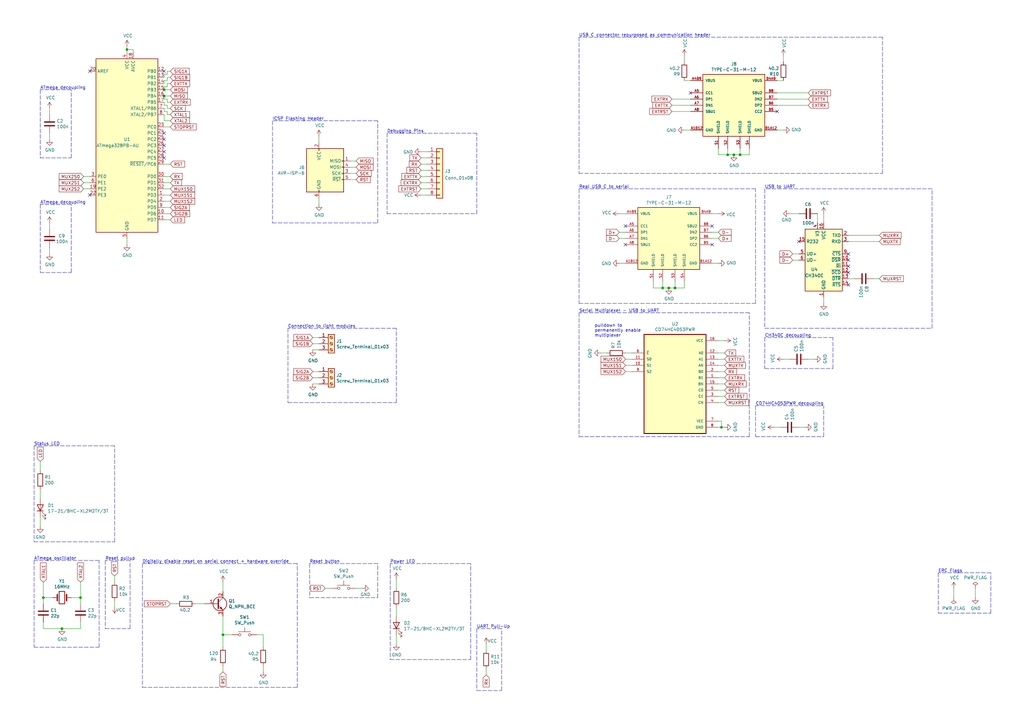
<source format=kicad_sch>
(kicad_sch (version 20211123) (generator eeschema)

  (uuid 9baf7b1e-44a0-4262-8221-97a2fa15d5e8)

  (paper "A3")

  (title_block
    (title "LightControl Console")
    (date "2021-08-10")
    (rev "v00")
    (comment 4 "Author: GHOSCHT")
  )

  (lib_symbols
    (symbol "CD74HC4053PWR:CD74HC4053PWR" (pin_names (offset 1.016)) (in_bom yes) (on_board yes)
      (property "Reference" "U" (id 0) (at -12.7 21.3106 0)
        (effects (font (size 1.27 1.27)) (justify left bottom))
      )
      (property "Value" "CD74HC4053PWR" (id 1) (at -12.7 -24.3078 0)
        (effects (font (size 1.27 1.27)) (justify left bottom))
      )
      (property "Footprint" "SOP65P640X120-16N" (id 2) (at -13.97 -20.32 90)
        (effects (font (size 1.27 1.27)) (justify left bottom) hide)
      )
      (property "Datasheet" "" (id 3) (at 0 0 0)
        (effects (font (size 1.27 1.27)) (justify left bottom) hide)
      )
      (property "ki_locked" "" (id 4) (at 0 0 0)
        (effects (font (size 1.27 1.27)))
      )
      (symbol "CD74HC4053PWR_0_0"
        (rectangle (start -12.7 -20.32) (end 12.7 20.32)
          (stroke (width 0.4064) (type default) (color 0 0 0 0))
          (fill (type background))
        )
        (pin bidirectional line (at 17.78 2.54 180) (length 5.08)
          (name "B1" (effects (font (size 1.016 1.016))))
          (number "1" (effects (font (size 1.016 1.016))))
        )
        (pin input line (at -17.78 7.62 0) (length 5.08)
          (name "S1" (effects (font (size 1.016 1.016))))
          (number "10" (effects (font (size 1.016 1.016))))
        )
        (pin input line (at -17.78 10.16 0) (length 5.08)
          (name "S0" (effects (font (size 1.016 1.016))))
          (number "11" (effects (font (size 1.016 1.016))))
        )
        (pin bidirectional line (at 17.78 12.7 180) (length 5.08)
          (name "A0" (effects (font (size 1.016 1.016))))
          (number "12" (effects (font (size 1.016 1.016))))
        )
        (pin bidirectional line (at 17.78 10.16 180) (length 5.08)
          (name "A1" (effects (font (size 1.016 1.016))))
          (number "13" (effects (font (size 1.016 1.016))))
        )
        (pin bidirectional line (at 17.78 7.62 180) (length 5.08)
          (name "AN" (effects (font (size 1.016 1.016))))
          (number "14" (effects (font (size 1.016 1.016))))
        )
        (pin bidirectional line (at 17.78 0 180) (length 5.08)
          (name "BN" (effects (font (size 1.016 1.016))))
          (number "15" (effects (font (size 1.016 1.016))))
        )
        (pin power_in line (at 17.78 17.78 180) (length 5.08)
          (name "VCC" (effects (font (size 1.016 1.016))))
          (number "16" (effects (font (size 1.016 1.016))))
        )
        (pin bidirectional line (at 17.78 5.08 180) (length 5.08)
          (name "B0" (effects (font (size 1.016 1.016))))
          (number "2" (effects (font (size 1.016 1.016))))
        )
        (pin bidirectional line (at 17.78 -5.08 180) (length 5.08)
          (name "C1" (effects (font (size 1.016 1.016))))
          (number "3" (effects (font (size 1.016 1.016))))
        )
        (pin bidirectional line (at 17.78 -7.62 180) (length 5.08)
          (name "CN" (effects (font (size 1.016 1.016))))
          (number "4" (effects (font (size 1.016 1.016))))
        )
        (pin bidirectional line (at 17.78 -2.54 180) (length 5.08)
          (name "C0" (effects (font (size 1.016 1.016))))
          (number "5" (effects (font (size 1.016 1.016))))
        )
        (pin input line (at -17.78 12.7 0) (length 5.08)
          (name "~{E}" (effects (font (size 1.016 1.016))))
          (number "6" (effects (font (size 1.016 1.016))))
        )
        (pin power_in line (at 17.78 -15.24 180) (length 5.08)
          (name "VEE" (effects (font (size 1.016 1.016))))
          (number "7" (effects (font (size 1.016 1.016))))
        )
        (pin power_in line (at 17.78 -17.78 180) (length 5.08)
          (name "GND" (effects (font (size 1.016 1.016))))
          (number "8" (effects (font (size 1.016 1.016))))
        )
        (pin input line (at -17.78 5.08 0) (length 5.08)
          (name "S2" (effects (font (size 1.016 1.016))))
          (number "9" (effects (font (size 1.016 1.016))))
        )
      )
    )
    (symbol "Connector:AVR-ISP-6" (pin_names (offset 1.016)) (in_bom yes) (on_board yes)
      (property "Reference" "J" (id 0) (at -6.35 11.43 0)
        (effects (font (size 1.27 1.27)) (justify left))
      )
      (property "Value" "AVR-ISP-6" (id 1) (at 0 11.43 0)
        (effects (font (size 1.27 1.27)) (justify left))
      )
      (property "Footprint" "" (id 2) (at -6.35 1.27 90)
        (effects (font (size 1.27 1.27)) hide)
      )
      (property "Datasheet" " ~" (id 3) (at -32.385 -13.97 0)
        (effects (font (size 1.27 1.27)) hide)
      )
      (property "ki_keywords" "AVR ISP Connector" (id 4) (at 0 0 0)
        (effects (font (size 1.27 1.27)) hide)
      )
      (property "ki_description" "Atmel 6-pin ISP connector" (id 5) (at 0 0 0)
        (effects (font (size 1.27 1.27)) hide)
      )
      (property "ki_fp_filters" "IDC?Header*2x03* Pin?Header*2x03*" (id 6) (at 0 0 0)
        (effects (font (size 1.27 1.27)) hide)
      )
      (symbol "AVR-ISP-6_0_1"
        (rectangle (start -2.667 -6.858) (end -2.413 -7.62)
          (stroke (width 0) (type default) (color 0 0 0 0))
          (fill (type none))
        )
        (rectangle (start -2.667 10.16) (end -2.413 9.398)
          (stroke (width 0) (type default) (color 0 0 0 0))
          (fill (type none))
        )
        (rectangle (start 7.62 -2.413) (end 6.858 -2.667)
          (stroke (width 0) (type default) (color 0 0 0 0))
          (fill (type none))
        )
        (rectangle (start 7.62 0.127) (end 6.858 -0.127)
          (stroke (width 0) (type default) (color 0 0 0 0))
          (fill (type none))
        )
        (rectangle (start 7.62 2.667) (end 6.858 2.413)
          (stroke (width 0) (type default) (color 0 0 0 0))
          (fill (type none))
        )
        (rectangle (start 7.62 5.207) (end 6.858 4.953)
          (stroke (width 0) (type default) (color 0 0 0 0))
          (fill (type none))
        )
        (rectangle (start 7.62 10.16) (end -7.62 -7.62)
          (stroke (width 0.254) (type default) (color 0 0 0 0))
          (fill (type background))
        )
      )
      (symbol "AVR-ISP-6_1_1"
        (pin passive line (at 10.16 5.08 180) (length 2.54)
          (name "MISO" (effects (font (size 1.27 1.27))))
          (number "1" (effects (font (size 1.27 1.27))))
        )
        (pin passive line (at -2.54 12.7 270) (length 2.54)
          (name "VCC" (effects (font (size 1.27 1.27))))
          (number "2" (effects (font (size 1.27 1.27))))
        )
        (pin passive line (at 10.16 0 180) (length 2.54)
          (name "SCK" (effects (font (size 1.27 1.27))))
          (number "3" (effects (font (size 1.27 1.27))))
        )
        (pin passive line (at 10.16 2.54 180) (length 2.54)
          (name "MOSI" (effects (font (size 1.27 1.27))))
          (number "4" (effects (font (size 1.27 1.27))))
        )
        (pin passive line (at 10.16 -2.54 180) (length 2.54)
          (name "~{RST}" (effects (font (size 1.27 1.27))))
          (number "5" (effects (font (size 1.27 1.27))))
        )
        (pin passive line (at -2.54 -10.16 90) (length 2.54)
          (name "GND" (effects (font (size 1.27 1.27))))
          (number "6" (effects (font (size 1.27 1.27))))
        )
      )
    )
    (symbol "Connector:Screw_Terminal_01x03" (pin_names (offset 1.016) hide) (in_bom yes) (on_board yes)
      (property "Reference" "J" (id 0) (at 0 5.08 0)
        (effects (font (size 1.27 1.27)))
      )
      (property "Value" "Screw_Terminal_01x03" (id 1) (at 0 -5.08 0)
        (effects (font (size 1.27 1.27)))
      )
      (property "Footprint" "" (id 2) (at 0 0 0)
        (effects (font (size 1.27 1.27)) hide)
      )
      (property "Datasheet" "~" (id 3) (at 0 0 0)
        (effects (font (size 1.27 1.27)) hide)
      )
      (property "ki_keywords" "screw terminal" (id 4) (at 0 0 0)
        (effects (font (size 1.27 1.27)) hide)
      )
      (property "ki_description" "Generic screw terminal, single row, 01x03, script generated (kicad-library-utils/schlib/autogen/connector/)" (id 5) (at 0 0 0)
        (effects (font (size 1.27 1.27)) hide)
      )
      (property "ki_fp_filters" "TerminalBlock*:*" (id 6) (at 0 0 0)
        (effects (font (size 1.27 1.27)) hide)
      )
      (symbol "Screw_Terminal_01x03_1_1"
        (rectangle (start -1.27 3.81) (end 1.27 -3.81)
          (stroke (width 0.254) (type default) (color 0 0 0 0))
          (fill (type background))
        )
        (circle (center 0 -2.54) (radius 0.635)
          (stroke (width 0.1524) (type default) (color 0 0 0 0))
          (fill (type none))
        )
        (polyline
          (pts
            (xy -0.5334 -2.2098)
            (xy 0.3302 -3.048)
          )
          (stroke (width 0.1524) (type default) (color 0 0 0 0))
          (fill (type none))
        )
        (polyline
          (pts
            (xy -0.5334 0.3302)
            (xy 0.3302 -0.508)
          )
          (stroke (width 0.1524) (type default) (color 0 0 0 0))
          (fill (type none))
        )
        (polyline
          (pts
            (xy -0.5334 2.8702)
            (xy 0.3302 2.032)
          )
          (stroke (width 0.1524) (type default) (color 0 0 0 0))
          (fill (type none))
        )
        (polyline
          (pts
            (xy -0.3556 -2.032)
            (xy 0.508 -2.8702)
          )
          (stroke (width 0.1524) (type default) (color 0 0 0 0))
          (fill (type none))
        )
        (polyline
          (pts
            (xy -0.3556 0.508)
            (xy 0.508 -0.3302)
          )
          (stroke (width 0.1524) (type default) (color 0 0 0 0))
          (fill (type none))
        )
        (polyline
          (pts
            (xy -0.3556 3.048)
            (xy 0.508 2.2098)
          )
          (stroke (width 0.1524) (type default) (color 0 0 0 0))
          (fill (type none))
        )
        (circle (center 0 0) (radius 0.635)
          (stroke (width 0.1524) (type default) (color 0 0 0 0))
          (fill (type none))
        )
        (circle (center 0 2.54) (radius 0.635)
          (stroke (width 0.1524) (type default) (color 0 0 0 0))
          (fill (type none))
        )
        (pin passive line (at -5.08 2.54 0) (length 3.81)
          (name "Pin_1" (effects (font (size 1.27 1.27))))
          (number "1" (effects (font (size 1.27 1.27))))
        )
        (pin passive line (at -5.08 0 0) (length 3.81)
          (name "Pin_2" (effects (font (size 1.27 1.27))))
          (number "2" (effects (font (size 1.27 1.27))))
        )
        (pin passive line (at -5.08 -2.54 0) (length 3.81)
          (name "Pin_3" (effects (font (size 1.27 1.27))))
          (number "3" (effects (font (size 1.27 1.27))))
        )
      )
    )
    (symbol "Connector_Generic:Conn_01x08" (pin_names (offset 1.016) hide) (in_bom yes) (on_board yes)
      (property "Reference" "J" (id 0) (at 0 10.16 0)
        (effects (font (size 1.27 1.27)))
      )
      (property "Value" "Conn_01x08" (id 1) (at 0 -12.7 0)
        (effects (font (size 1.27 1.27)))
      )
      (property "Footprint" "" (id 2) (at 0 0 0)
        (effects (font (size 1.27 1.27)) hide)
      )
      (property "Datasheet" "~" (id 3) (at 0 0 0)
        (effects (font (size 1.27 1.27)) hide)
      )
      (property "ki_keywords" "connector" (id 4) (at 0 0 0)
        (effects (font (size 1.27 1.27)) hide)
      )
      (property "ki_description" "Generic connector, single row, 01x08, script generated (kicad-library-utils/schlib/autogen/connector/)" (id 5) (at 0 0 0)
        (effects (font (size 1.27 1.27)) hide)
      )
      (property "ki_fp_filters" "Connector*:*_1x??_*" (id 6) (at 0 0 0)
        (effects (font (size 1.27 1.27)) hide)
      )
      (symbol "Conn_01x08_1_1"
        (rectangle (start -1.27 -10.033) (end 0 -10.287)
          (stroke (width 0.1524) (type default) (color 0 0 0 0))
          (fill (type none))
        )
        (rectangle (start -1.27 -7.493) (end 0 -7.747)
          (stroke (width 0.1524) (type default) (color 0 0 0 0))
          (fill (type none))
        )
        (rectangle (start -1.27 -4.953) (end 0 -5.207)
          (stroke (width 0.1524) (type default) (color 0 0 0 0))
          (fill (type none))
        )
        (rectangle (start -1.27 -2.413) (end 0 -2.667)
          (stroke (width 0.1524) (type default) (color 0 0 0 0))
          (fill (type none))
        )
        (rectangle (start -1.27 0.127) (end 0 -0.127)
          (stroke (width 0.1524) (type default) (color 0 0 0 0))
          (fill (type none))
        )
        (rectangle (start -1.27 2.667) (end 0 2.413)
          (stroke (width 0.1524) (type default) (color 0 0 0 0))
          (fill (type none))
        )
        (rectangle (start -1.27 5.207) (end 0 4.953)
          (stroke (width 0.1524) (type default) (color 0 0 0 0))
          (fill (type none))
        )
        (rectangle (start -1.27 7.747) (end 0 7.493)
          (stroke (width 0.1524) (type default) (color 0 0 0 0))
          (fill (type none))
        )
        (rectangle (start -1.27 8.89) (end 1.27 -11.43)
          (stroke (width 0.254) (type default) (color 0 0 0 0))
          (fill (type background))
        )
        (pin passive line (at -5.08 7.62 0) (length 3.81)
          (name "Pin_1" (effects (font (size 1.27 1.27))))
          (number "1" (effects (font (size 1.27 1.27))))
        )
        (pin passive line (at -5.08 5.08 0) (length 3.81)
          (name "Pin_2" (effects (font (size 1.27 1.27))))
          (number "2" (effects (font (size 1.27 1.27))))
        )
        (pin passive line (at -5.08 2.54 0) (length 3.81)
          (name "Pin_3" (effects (font (size 1.27 1.27))))
          (number "3" (effects (font (size 1.27 1.27))))
        )
        (pin passive line (at -5.08 0 0) (length 3.81)
          (name "Pin_4" (effects (font (size 1.27 1.27))))
          (number "4" (effects (font (size 1.27 1.27))))
        )
        (pin passive line (at -5.08 -2.54 0) (length 3.81)
          (name "Pin_5" (effects (font (size 1.27 1.27))))
          (number "5" (effects (font (size 1.27 1.27))))
        )
        (pin passive line (at -5.08 -5.08 0) (length 3.81)
          (name "Pin_6" (effects (font (size 1.27 1.27))))
          (number "6" (effects (font (size 1.27 1.27))))
        )
        (pin passive line (at -5.08 -7.62 0) (length 3.81)
          (name "Pin_7" (effects (font (size 1.27 1.27))))
          (number "7" (effects (font (size 1.27 1.27))))
        )
        (pin passive line (at -5.08 -10.16 0) (length 3.81)
          (name "Pin_8" (effects (font (size 1.27 1.27))))
          (number "8" (effects (font (size 1.27 1.27))))
        )
      )
    )
    (symbol "Device:C" (pin_numbers hide) (pin_names (offset 0.254)) (in_bom yes) (on_board yes)
      (property "Reference" "C" (id 0) (at 0.635 2.54 0)
        (effects (font (size 1.27 1.27)) (justify left))
      )
      (property "Value" "C" (id 1) (at 0.635 -2.54 0)
        (effects (font (size 1.27 1.27)) (justify left))
      )
      (property "Footprint" "" (id 2) (at 0.9652 -3.81 0)
        (effects (font (size 1.27 1.27)) hide)
      )
      (property "Datasheet" "~" (id 3) (at 0 0 0)
        (effects (font (size 1.27 1.27)) hide)
      )
      (property "ki_keywords" "cap capacitor" (id 4) (at 0 0 0)
        (effects (font (size 1.27 1.27)) hide)
      )
      (property "ki_description" "Unpolarized capacitor" (id 5) (at 0 0 0)
        (effects (font (size 1.27 1.27)) hide)
      )
      (property "ki_fp_filters" "C_*" (id 6) (at 0 0 0)
        (effects (font (size 1.27 1.27)) hide)
      )
      (symbol "C_0_1"
        (polyline
          (pts
            (xy -2.032 -0.762)
            (xy 2.032 -0.762)
          )
          (stroke (width 0.508) (type default) (color 0 0 0 0))
          (fill (type none))
        )
        (polyline
          (pts
            (xy -2.032 0.762)
            (xy 2.032 0.762)
          )
          (stroke (width 0.508) (type default) (color 0 0 0 0))
          (fill (type none))
        )
      )
      (symbol "C_1_1"
        (pin passive line (at 0 3.81 270) (length 2.794)
          (name "~" (effects (font (size 1.27 1.27))))
          (number "1" (effects (font (size 1.27 1.27))))
        )
        (pin passive line (at 0 -3.81 90) (length 2.794)
          (name "~" (effects (font (size 1.27 1.27))))
          (number "2" (effects (font (size 1.27 1.27))))
        )
      )
    )
    (symbol "Device:Crystal" (pin_numbers hide) (pin_names (offset 1.016) hide) (in_bom yes) (on_board yes)
      (property "Reference" "Y" (id 0) (at 0 3.81 0)
        (effects (font (size 1.27 1.27)))
      )
      (property "Value" "Crystal" (id 1) (at 0 -3.81 0)
        (effects (font (size 1.27 1.27)))
      )
      (property "Footprint" "" (id 2) (at 0 0 0)
        (effects (font (size 1.27 1.27)) hide)
      )
      (property "Datasheet" "~" (id 3) (at 0 0 0)
        (effects (font (size 1.27 1.27)) hide)
      )
      (property "ki_keywords" "quartz ceramic resonator oscillator" (id 4) (at 0 0 0)
        (effects (font (size 1.27 1.27)) hide)
      )
      (property "ki_description" "Two pin crystal" (id 5) (at 0 0 0)
        (effects (font (size 1.27 1.27)) hide)
      )
      (property "ki_fp_filters" "Crystal*" (id 6) (at 0 0 0)
        (effects (font (size 1.27 1.27)) hide)
      )
      (symbol "Crystal_0_1"
        (rectangle (start -1.143 2.54) (end 1.143 -2.54)
          (stroke (width 0.3048) (type default) (color 0 0 0 0))
          (fill (type none))
        )
        (polyline
          (pts
            (xy -2.54 0)
            (xy -1.905 0)
          )
          (stroke (width 0) (type default) (color 0 0 0 0))
          (fill (type none))
        )
        (polyline
          (pts
            (xy -1.905 -1.27)
            (xy -1.905 1.27)
          )
          (stroke (width 0.508) (type default) (color 0 0 0 0))
          (fill (type none))
        )
        (polyline
          (pts
            (xy 1.905 -1.27)
            (xy 1.905 1.27)
          )
          (stroke (width 0.508) (type default) (color 0 0 0 0))
          (fill (type none))
        )
        (polyline
          (pts
            (xy 2.54 0)
            (xy 1.905 0)
          )
          (stroke (width 0) (type default) (color 0 0 0 0))
          (fill (type none))
        )
      )
      (symbol "Crystal_1_1"
        (pin passive line (at -3.81 0 0) (length 1.27)
          (name "1" (effects (font (size 1.27 1.27))))
          (number "1" (effects (font (size 1.27 1.27))))
        )
        (pin passive line (at 3.81 0 180) (length 1.27)
          (name "2" (effects (font (size 1.27 1.27))))
          (number "2" (effects (font (size 1.27 1.27))))
        )
      )
    )
    (symbol "Device:LED" (pin_numbers hide) (pin_names (offset 1.016) hide) (in_bom yes) (on_board yes)
      (property "Reference" "D" (id 0) (at 0 2.54 0)
        (effects (font (size 1.27 1.27)))
      )
      (property "Value" "LED" (id 1) (at 0 -2.54 0)
        (effects (font (size 1.27 1.27)))
      )
      (property "Footprint" "" (id 2) (at 0 0 0)
        (effects (font (size 1.27 1.27)) hide)
      )
      (property "Datasheet" "~" (id 3) (at 0 0 0)
        (effects (font (size 1.27 1.27)) hide)
      )
      (property "ki_keywords" "LED diode" (id 4) (at 0 0 0)
        (effects (font (size 1.27 1.27)) hide)
      )
      (property "ki_description" "Light emitting diode" (id 5) (at 0 0 0)
        (effects (font (size 1.27 1.27)) hide)
      )
      (property "ki_fp_filters" "LED* LED_SMD:* LED_THT:*" (id 6) (at 0 0 0)
        (effects (font (size 1.27 1.27)) hide)
      )
      (symbol "LED_0_1"
        (polyline
          (pts
            (xy -1.27 -1.27)
            (xy -1.27 1.27)
          )
          (stroke (width 0.254) (type default) (color 0 0 0 0))
          (fill (type none))
        )
        (polyline
          (pts
            (xy -1.27 0)
            (xy 1.27 0)
          )
          (stroke (width 0) (type default) (color 0 0 0 0))
          (fill (type none))
        )
        (polyline
          (pts
            (xy 1.27 -1.27)
            (xy 1.27 1.27)
            (xy -1.27 0)
            (xy 1.27 -1.27)
          )
          (stroke (width 0.254) (type default) (color 0 0 0 0))
          (fill (type none))
        )
        (polyline
          (pts
            (xy -3.048 -0.762)
            (xy -4.572 -2.286)
            (xy -3.81 -2.286)
            (xy -4.572 -2.286)
            (xy -4.572 -1.524)
          )
          (stroke (width 0) (type default) (color 0 0 0 0))
          (fill (type none))
        )
        (polyline
          (pts
            (xy -1.778 -0.762)
            (xy -3.302 -2.286)
            (xy -2.54 -2.286)
            (xy -3.302 -2.286)
            (xy -3.302 -1.524)
          )
          (stroke (width 0) (type default) (color 0 0 0 0))
          (fill (type none))
        )
      )
      (symbol "LED_1_1"
        (pin passive line (at -3.81 0 0) (length 2.54)
          (name "K" (effects (font (size 1.27 1.27))))
          (number "1" (effects (font (size 1.27 1.27))))
        )
        (pin passive line (at 3.81 0 180) (length 2.54)
          (name "A" (effects (font (size 1.27 1.27))))
          (number "2" (effects (font (size 1.27 1.27))))
        )
      )
    )
    (symbol "Device:Q_NPN_BCE" (pin_names (offset 0) hide) (in_bom yes) (on_board yes)
      (property "Reference" "Q" (id 0) (at 5.08 1.27 0)
        (effects (font (size 1.27 1.27)) (justify left))
      )
      (property "Value" "Q_NPN_BCE" (id 1) (at 5.08 -1.27 0)
        (effects (font (size 1.27 1.27)) (justify left))
      )
      (property "Footprint" "" (id 2) (at 5.08 2.54 0)
        (effects (font (size 1.27 1.27)) hide)
      )
      (property "Datasheet" "~" (id 3) (at 0 0 0)
        (effects (font (size 1.27 1.27)) hide)
      )
      (property "ki_keywords" "transistor NPN" (id 4) (at 0 0 0)
        (effects (font (size 1.27 1.27)) hide)
      )
      (property "ki_description" "NPN transistor, base/collector/emitter" (id 5) (at 0 0 0)
        (effects (font (size 1.27 1.27)) hide)
      )
      (symbol "Q_NPN_BCE_0_1"
        (polyline
          (pts
            (xy 0.635 0.635)
            (xy 2.54 2.54)
          )
          (stroke (width 0) (type default) (color 0 0 0 0))
          (fill (type none))
        )
        (polyline
          (pts
            (xy 0.635 -0.635)
            (xy 2.54 -2.54)
            (xy 2.54 -2.54)
          )
          (stroke (width 0) (type default) (color 0 0 0 0))
          (fill (type none))
        )
        (polyline
          (pts
            (xy 0.635 1.905)
            (xy 0.635 -1.905)
            (xy 0.635 -1.905)
          )
          (stroke (width 0.508) (type default) (color 0 0 0 0))
          (fill (type none))
        )
        (polyline
          (pts
            (xy 1.27 -1.778)
            (xy 1.778 -1.27)
            (xy 2.286 -2.286)
            (xy 1.27 -1.778)
            (xy 1.27 -1.778)
          )
          (stroke (width 0) (type default) (color 0 0 0 0))
          (fill (type outline))
        )
        (circle (center 1.27 0) (radius 2.8194)
          (stroke (width 0.254) (type default) (color 0 0 0 0))
          (fill (type none))
        )
      )
      (symbol "Q_NPN_BCE_1_1"
        (pin input line (at -5.08 0 0) (length 5.715)
          (name "B" (effects (font (size 1.27 1.27))))
          (number "1" (effects (font (size 1.27 1.27))))
        )
        (pin passive line (at 2.54 5.08 270) (length 2.54)
          (name "C" (effects (font (size 1.27 1.27))))
          (number "2" (effects (font (size 1.27 1.27))))
        )
        (pin passive line (at 2.54 -5.08 90) (length 2.54)
          (name "E" (effects (font (size 1.27 1.27))))
          (number "3" (effects (font (size 1.27 1.27))))
        )
      )
    )
    (symbol "Device:R" (pin_numbers hide) (pin_names (offset 0)) (in_bom yes) (on_board yes)
      (property "Reference" "R" (id 0) (at 2.032 0 90)
        (effects (font (size 1.27 1.27)))
      )
      (property "Value" "R" (id 1) (at 0 0 90)
        (effects (font (size 1.27 1.27)))
      )
      (property "Footprint" "" (id 2) (at -1.778 0 90)
        (effects (font (size 1.27 1.27)) hide)
      )
      (property "Datasheet" "~" (id 3) (at 0 0 0)
        (effects (font (size 1.27 1.27)) hide)
      )
      (property "ki_keywords" "R res resistor" (id 4) (at 0 0 0)
        (effects (font (size 1.27 1.27)) hide)
      )
      (property "ki_description" "Resistor" (id 5) (at 0 0 0)
        (effects (font (size 1.27 1.27)) hide)
      )
      (property "ki_fp_filters" "R_*" (id 6) (at 0 0 0)
        (effects (font (size 1.27 1.27)) hide)
      )
      (symbol "R_0_1"
        (rectangle (start -1.016 -2.54) (end 1.016 2.54)
          (stroke (width 0.254) (type default) (color 0 0 0 0))
          (fill (type none))
        )
      )
      (symbol "R_1_1"
        (pin passive line (at 0 3.81 270) (length 1.27)
          (name "~" (effects (font (size 1.27 1.27))))
          (number "1" (effects (font (size 1.27 1.27))))
        )
        (pin passive line (at 0 -3.81 90) (length 1.27)
          (name "~" (effects (font (size 1.27 1.27))))
          (number "2" (effects (font (size 1.27 1.27))))
        )
      )
    )
    (symbol "Interface_USB:CH340C" (in_bom yes) (on_board yes)
      (property "Reference" "U" (id 0) (at -5.08 13.97 0)
        (effects (font (size 1.27 1.27)) (justify right))
      )
      (property "Value" "CH340C" (id 1) (at 1.27 13.97 0)
        (effects (font (size 1.27 1.27)) (justify left))
      )
      (property "Footprint" "Package_SO:SOIC-16_3.9x9.9mm_P1.27mm" (id 2) (at 1.27 -13.97 0)
        (effects (font (size 1.27 1.27)) (justify left) hide)
      )
      (property "Datasheet" "https://datasheet.lcsc.com/szlcsc/Jiangsu-Qin-Heng-CH340C_C84681.pdf" (id 3) (at -8.89 20.32 0)
        (effects (font (size 1.27 1.27)) hide)
      )
      (property "ki_keywords" "USB UART Serial Converter Interface" (id 4) (at 0 0 0)
        (effects (font (size 1.27 1.27)) hide)
      )
      (property "ki_description" "USB serial converter, UART, SOIC-16" (id 5) (at 0 0 0)
        (effects (font (size 1.27 1.27)) hide)
      )
      (property "ki_fp_filters" "SOIC*3.9x9.9mm*P1.27mm*" (id 6) (at 0 0 0)
        (effects (font (size 1.27 1.27)) hide)
      )
      (symbol "CH340C_0_1"
        (rectangle (start -7.62 12.7) (end 7.62 -12.7)
          (stroke (width 0.254) (type default) (color 0 0 0 0))
          (fill (type background))
        )
      )
      (symbol "CH340C_1_1"
        (pin power_in line (at 0 -15.24 90) (length 2.54)
          (name "GND" (effects (font (size 1.27 1.27))))
          (number "1" (effects (font (size 1.27 1.27))))
        )
        (pin input line (at 10.16 0 180) (length 2.54)
          (name "~{DSR}" (effects (font (size 1.27 1.27))))
          (number "10" (effects (font (size 1.27 1.27))))
        )
        (pin input line (at 10.16 -2.54 180) (length 2.54)
          (name "~{RI}" (effects (font (size 1.27 1.27))))
          (number "11" (effects (font (size 1.27 1.27))))
        )
        (pin input line (at 10.16 -5.08 180) (length 2.54)
          (name "~{DCD}" (effects (font (size 1.27 1.27))))
          (number "12" (effects (font (size 1.27 1.27))))
        )
        (pin output line (at 10.16 -7.62 180) (length 2.54)
          (name "~{DTR}" (effects (font (size 1.27 1.27))))
          (number "13" (effects (font (size 1.27 1.27))))
        )
        (pin output line (at 10.16 -10.16 180) (length 2.54)
          (name "~{RTS}" (effects (font (size 1.27 1.27))))
          (number "14" (effects (font (size 1.27 1.27))))
        )
        (pin input line (at -10.16 7.62 0) (length 2.54)
          (name "R232" (effects (font (size 1.27 1.27))))
          (number "15" (effects (font (size 1.27 1.27))))
        )
        (pin power_in line (at 0 15.24 270) (length 2.54)
          (name "VCC" (effects (font (size 1.27 1.27))))
          (number "16" (effects (font (size 1.27 1.27))))
        )
        (pin output line (at 10.16 10.16 180) (length 2.54)
          (name "TXD" (effects (font (size 1.27 1.27))))
          (number "2" (effects (font (size 1.27 1.27))))
        )
        (pin input line (at 10.16 7.62 180) (length 2.54)
          (name "RXD" (effects (font (size 1.27 1.27))))
          (number "3" (effects (font (size 1.27 1.27))))
        )
        (pin passive line (at -2.54 15.24 270) (length 2.54)
          (name "V3" (effects (font (size 1.27 1.27))))
          (number "4" (effects (font (size 1.27 1.27))))
        )
        (pin bidirectional line (at -10.16 2.54 0) (length 2.54)
          (name "UD+" (effects (font (size 1.27 1.27))))
          (number "5" (effects (font (size 1.27 1.27))))
        )
        (pin bidirectional line (at -10.16 0 0) (length 2.54)
          (name "UD-" (effects (font (size 1.27 1.27))))
          (number "6" (effects (font (size 1.27 1.27))))
        )
        (pin no_connect line (at -7.62 -7.62 0) (length 2.54) hide
          (name "NC" (effects (font (size 1.27 1.27))))
          (number "7" (effects (font (size 1.27 1.27))))
        )
        (pin no_connect line (at -7.62 -10.16 0) (length 2.54) hide
          (name "NC" (effects (font (size 1.27 1.27))))
          (number "8" (effects (font (size 1.27 1.27))))
        )
        (pin input line (at 10.16 2.54 180) (length 2.54)
          (name "~{CTS}" (effects (font (size 1.27 1.27))))
          (number "9" (effects (font (size 1.27 1.27))))
        )
      )
    )
    (symbol "MCU_Microchip_ATmega:ATmega328PB-AU" (in_bom yes) (on_board yes)
      (property "Reference" "U" (id 0) (at -12.7 36.83 0)
        (effects (font (size 1.27 1.27)) (justify left bottom))
      )
      (property "Value" "MCU_Microchip_ATmega_ATmega328PB-AU" (id 1) (at 2.54 -36.83 0)
        (effects (font (size 1.27 1.27)) (justify left top))
      )
      (property "Footprint" "Package_QFP:TQFP-32_7x7mm_P0.8mm" (id 2) (at 0 0 0)
        (effects (font (size 1.27 1.27) italic) hide)
      )
      (property "Datasheet" "" (id 3) (at 0 0 0)
        (effects (font (size 1.27 1.27)) hide)
      )
      (property "ki_fp_filters" "TQFP*7x7mm*P0.8mm*" (id 4) (at 0 0 0)
        (effects (font (size 1.27 1.27)) hide)
      )
      (symbol "ATmega328PB-AU_0_1"
        (rectangle (start -12.7 -35.56) (end 12.7 35.56)
          (stroke (width 0.254) (type default) (color 0 0 0 0))
          (fill (type background))
        )
      )
      (symbol "ATmega328PB-AU_1_1"
        (pin bidirectional line (at 15.24 -20.32 180) (length 2.54)
          (name "PD3" (effects (font (size 1.27 1.27))))
          (number "1" (effects (font (size 1.27 1.27))))
        )
        (pin bidirectional line (at 15.24 -27.94 180) (length 2.54)
          (name "PD6" (effects (font (size 1.27 1.27))))
          (number "10" (effects (font (size 1.27 1.27))))
        )
        (pin bidirectional line (at 15.24 -30.48 180) (length 2.54)
          (name "PD7" (effects (font (size 1.27 1.27))))
          (number "11" (effects (font (size 1.27 1.27))))
        )
        (pin bidirectional line (at 15.24 30.48 180) (length 2.54)
          (name "PB0" (effects (font (size 1.27 1.27))))
          (number "12" (effects (font (size 1.27 1.27))))
        )
        (pin bidirectional line (at 15.24 27.94 180) (length 2.54)
          (name "PB1" (effects (font (size 1.27 1.27))))
          (number "13" (effects (font (size 1.27 1.27))))
        )
        (pin bidirectional line (at 15.24 25.4 180) (length 2.54)
          (name "PB2" (effects (font (size 1.27 1.27))))
          (number "14" (effects (font (size 1.27 1.27))))
        )
        (pin bidirectional line (at 15.24 22.86 180) (length 2.54)
          (name "PB3" (effects (font (size 1.27 1.27))))
          (number "15" (effects (font (size 1.27 1.27))))
        )
        (pin bidirectional line (at 15.24 20.32 180) (length 2.54)
          (name "PB4" (effects (font (size 1.27 1.27))))
          (number "16" (effects (font (size 1.27 1.27))))
        )
        (pin bidirectional line (at 15.24 17.78 180) (length 2.54)
          (name "PB5" (effects (font (size 1.27 1.27))))
          (number "17" (effects (font (size 1.27 1.27))))
        )
        (pin power_in line (at 2.54 38.1 270) (length 2.54)
          (name "AVCC" (effects (font (size 1.27 1.27))))
          (number "18" (effects (font (size 1.27 1.27))))
        )
        (pin bidirectional line (at -15.24 -17.78 0) (length 2.54)
          (name "PE2" (effects (font (size 1.27 1.27))))
          (number "19" (effects (font (size 1.27 1.27))))
        )
        (pin bidirectional line (at 15.24 -22.86 180) (length 2.54)
          (name "PD4" (effects (font (size 1.27 1.27))))
          (number "2" (effects (font (size 1.27 1.27))))
        )
        (pin passive line (at -15.24 30.48 0) (length 2.54)
          (name "AREF" (effects (font (size 1.27 1.27))))
          (number "20" (effects (font (size 1.27 1.27))))
        )
        (pin passive line (at 0 -38.1 90) (length 2.54) hide
          (name "GND" (effects (font (size 1.27 1.27))))
          (number "21" (effects (font (size 1.27 1.27))))
        )
        (pin bidirectional line (at -15.24 -20.32 0) (length 2.54)
          (name "PE3" (effects (font (size 1.27 1.27))))
          (number "22" (effects (font (size 1.27 1.27))))
        )
        (pin bidirectional line (at 15.24 7.62 180) (length 2.54)
          (name "PC0" (effects (font (size 1.27 1.27))))
          (number "23" (effects (font (size 1.27 1.27))))
        )
        (pin bidirectional line (at 15.24 5.08 180) (length 2.54)
          (name "PC1" (effects (font (size 1.27 1.27))))
          (number "24" (effects (font (size 1.27 1.27))))
        )
        (pin bidirectional line (at 15.24 2.54 180) (length 2.54)
          (name "PC2" (effects (font (size 1.27 1.27))))
          (number "25" (effects (font (size 1.27 1.27))))
        )
        (pin bidirectional line (at 15.24 0 180) (length 2.54)
          (name "PC3" (effects (font (size 1.27 1.27))))
          (number "26" (effects (font (size 1.27 1.27))))
        )
        (pin bidirectional line (at 15.24 -2.54 180) (length 2.54)
          (name "PC4" (effects (font (size 1.27 1.27))))
          (number "27" (effects (font (size 1.27 1.27))))
        )
        (pin bidirectional line (at 15.24 -5.08 180) (length 2.54)
          (name "PC5" (effects (font (size 1.27 1.27))))
          (number "28" (effects (font (size 1.27 1.27))))
        )
        (pin bidirectional line (at 15.24 -7.62 180) (length 2.54)
          (name "~{RESET}/PC6" (effects (font (size 1.27 1.27))))
          (number "29" (effects (font (size 1.27 1.27))))
        )
        (pin bidirectional line (at -15.24 -12.7 0) (length 2.54)
          (name "PE0" (effects (font (size 1.27 1.27))))
          (number "3" (effects (font (size 1.27 1.27))))
        )
        (pin bidirectional line (at 15.24 -12.7 180) (length 2.54)
          (name "PD0" (effects (font (size 1.27 1.27))))
          (number "30" (effects (font (size 1.27 1.27))))
        )
        (pin bidirectional line (at 15.24 -15.24 180) (length 2.54)
          (name "PD1" (effects (font (size 1.27 1.27))))
          (number "31" (effects (font (size 1.27 1.27))))
        )
        (pin bidirectional line (at 15.24 -17.78 180) (length 2.54)
          (name "PD2" (effects (font (size 1.27 1.27))))
          (number "32" (effects (font (size 1.27 1.27))))
        )
        (pin power_in line (at 0 38.1 270) (length 2.54)
          (name "VCC" (effects (font (size 1.27 1.27))))
          (number "4" (effects (font (size 1.27 1.27))))
        )
        (pin power_in line (at 0 -38.1 90) (length 2.54)
          (name "GND" (effects (font (size 1.27 1.27))))
          (number "5" (effects (font (size 1.27 1.27))))
        )
        (pin bidirectional line (at -15.24 -15.24 0) (length 2.54)
          (name "PE1" (effects (font (size 1.27 1.27))))
          (number "6" (effects (font (size 1.27 1.27))))
        )
        (pin bidirectional line (at 15.24 15.24 180) (length 2.54)
          (name "XTAL1/PB6" (effects (font (size 1.27 1.27))))
          (number "7" (effects (font (size 1.27 1.27))))
        )
        (pin bidirectional line (at 15.24 12.7 180) (length 2.54)
          (name "XTAL2/PB7" (effects (font (size 1.27 1.27))))
          (number "8" (effects (font (size 1.27 1.27))))
        )
        (pin bidirectional line (at 15.24 -25.4 180) (length 2.54)
          (name "PD5" (effects (font (size 1.27 1.27))))
          (number "9" (effects (font (size 1.27 1.27))))
        )
      )
    )
    (symbol "Switch:SW_Push" (pin_numbers hide) (pin_names (offset 1.016) hide) (in_bom yes) (on_board yes)
      (property "Reference" "SW" (id 0) (at 1.27 2.54 0)
        (effects (font (size 1.27 1.27)) (justify left))
      )
      (property "Value" "SW_Push" (id 1) (at 0 -1.524 0)
        (effects (font (size 1.27 1.27)))
      )
      (property "Footprint" "" (id 2) (at 0 5.08 0)
        (effects (font (size 1.27 1.27)) hide)
      )
      (property "Datasheet" "~" (id 3) (at 0 5.08 0)
        (effects (font (size 1.27 1.27)) hide)
      )
      (property "ki_keywords" "switch normally-open pushbutton push-button" (id 4) (at 0 0 0)
        (effects (font (size 1.27 1.27)) hide)
      )
      (property "ki_description" "Push button switch, generic, two pins" (id 5) (at 0 0 0)
        (effects (font (size 1.27 1.27)) hide)
      )
      (symbol "SW_Push_0_1"
        (circle (center -2.032 0) (radius 0.508)
          (stroke (width 0) (type default) (color 0 0 0 0))
          (fill (type none))
        )
        (polyline
          (pts
            (xy 0 1.27)
            (xy 0 3.048)
          )
          (stroke (width 0) (type default) (color 0 0 0 0))
          (fill (type none))
        )
        (polyline
          (pts
            (xy 2.54 1.27)
            (xy -2.54 1.27)
          )
          (stroke (width 0) (type default) (color 0 0 0 0))
          (fill (type none))
        )
        (circle (center 2.032 0) (radius 0.508)
          (stroke (width 0) (type default) (color 0 0 0 0))
          (fill (type none))
        )
        (pin passive line (at -5.08 0 0) (length 2.54)
          (name "1" (effects (font (size 1.27 1.27))))
          (number "1" (effects (font (size 1.27 1.27))))
        )
        (pin passive line (at 5.08 0 180) (length 2.54)
          (name "2" (effects (font (size 1.27 1.27))))
          (number "2" (effects (font (size 1.27 1.27))))
        )
      )
    )
    (symbol "TYPE-C-31-M-12:TYPE-C-31-M-12" (pin_names (offset 1.016)) (in_bom yes) (on_board yes)
      (property "Reference" "J" (id 0) (at -1.27 15.24 0)
        (effects (font (size 1.27 1.27)) (justify left bottom))
      )
      (property "Value" "TYPE-C-31-M-12" (id 1) (at -10.16 13.208 0)
        (effects (font (size 1.27 1.27)) (justify left bottom))
      )
      (property "Footprint" "HRO_TYPE-C-31-M-12" (id 2) (at 0 0 0)
        (effects (font (size 1.27 1.27)) (justify left bottom) hide)
      )
      (property "Datasheet" "" (id 3) (at 0 0 0)
        (effects (font (size 1.27 1.27)) (justify left bottom) hide)
      )
      (property "MAXIMUM_PACKAGE_HEIGHT" "3.31mm" (id 4) (at 0 0 0)
        (effects (font (size 1.27 1.27)) (justify left bottom) hide)
      )
      (property "STANDARD" "Manufacturer Recommendations" (id 5) (at 0 0 0)
        (effects (font (size 1.27 1.27)) (justify left bottom) hide)
      )
      (property "PARTREV" "A" (id 6) (at 0 0 0)
        (effects (font (size 1.27 1.27)) (justify left bottom) hide)
      )
      (property "MANUFACTURER" "HRO Electronics" (id 7) (at 0 0 0)
        (effects (font (size 1.27 1.27)) (justify left bottom) hide)
      )
      (property "ki_locked" "" (id 8) (at 0 0 0)
        (effects (font (size 1.27 1.27)))
      )
      (symbol "TYPE-C-31-M-12_0_0"
        (rectangle (start -12.7 -12.7) (end 12.7 12.7)
          (stroke (width 0.254) (type default) (color 0 0 0 0))
          (fill (type background))
        )
        (pin power_in line (at -17.78 -10.16 0) (length 5.08)
          (name "GND" (effects (font (size 1.016 1.016))))
          (number "A1B12" (effects (font (size 1.016 1.016))))
        )
        (pin power_in line (at -17.78 10.16 0) (length 5.08)
          (name "VBUS" (effects (font (size 1.016 1.016))))
          (number "A4B9" (effects (font (size 1.016 1.016))))
        )
        (pin bidirectional line (at -17.78 5.08 0) (length 5.08)
          (name "CC1" (effects (font (size 1.016 1.016))))
          (number "A5" (effects (font (size 1.016 1.016))))
        )
        (pin bidirectional line (at -17.78 2.54 0) (length 5.08)
          (name "DP1" (effects (font (size 1.016 1.016))))
          (number "A6" (effects (font (size 1.016 1.016))))
        )
        (pin bidirectional line (at -17.78 0 0) (length 5.08)
          (name "DN1" (effects (font (size 1.016 1.016))))
          (number "A7" (effects (font (size 1.016 1.016))))
        )
        (pin bidirectional line (at -17.78 -2.54 0) (length 5.08)
          (name "SBU1" (effects (font (size 1.016 1.016))))
          (number "A8" (effects (font (size 1.016 1.016))))
        )
        (pin power_in line (at 17.78 -10.16 180) (length 5.08)
          (name "GND" (effects (font (size 1.016 1.016))))
          (number "B1A12" (effects (font (size 1.016 1.016))))
        )
        (pin power_in line (at 17.78 10.16 180) (length 5.08)
          (name "VBUS" (effects (font (size 1.016 1.016))))
          (number "B4A9" (effects (font (size 1.016 1.016))))
        )
        (pin bidirectional line (at 17.78 -2.54 180) (length 5.08)
          (name "CC2" (effects (font (size 1.016 1.016))))
          (number "B5" (effects (font (size 1.016 1.016))))
        )
        (pin bidirectional line (at 17.78 0 180) (length 5.08)
          (name "DP2" (effects (font (size 1.016 1.016))))
          (number "B6" (effects (font (size 1.016 1.016))))
        )
        (pin bidirectional line (at 17.78 2.54 180) (length 5.08)
          (name "DN2" (effects (font (size 1.016 1.016))))
          (number "B7" (effects (font (size 1.016 1.016))))
        )
        (pin bidirectional line (at 17.78 5.08 180) (length 5.08)
          (name "SBU2" (effects (font (size 1.016 1.016))))
          (number "B8" (effects (font (size 1.016 1.016))))
        )
        (pin passive line (at -6.35 -17.78 90) (length 5.08)
          (name "SHIELD" (effects (font (size 1.016 1.016))))
          (number "S1" (effects (font (size 1.016 1.016))))
        )
        (pin passive line (at -2.54 -17.78 90) (length 5.08)
          (name "SHIELD" (effects (font (size 1.016 1.016))))
          (number "S2" (effects (font (size 1.016 1.016))))
        )
        (pin passive line (at 2.54 -17.78 90) (length 5.08)
          (name "SHIELD" (effects (font (size 1.016 1.016))))
          (number "S3" (effects (font (size 1.016 1.016))))
        )
        (pin passive line (at 6.35 -17.78 90) (length 5.08)
          (name "SHIELD" (effects (font (size 1.016 1.016))))
          (number "S4" (effects (font (size 1.016 1.016))))
        )
      )
    )
    (symbol "power:GND" (power) (pin_names (offset 0)) (in_bom yes) (on_board yes)
      (property "Reference" "#PWR" (id 0) (at 0 -6.35 0)
        (effects (font (size 1.27 1.27)) hide)
      )
      (property "Value" "GND" (id 1) (at 0 -3.81 0)
        (effects (font (size 1.27 1.27)))
      )
      (property "Footprint" "" (id 2) (at 0 0 0)
        (effects (font (size 1.27 1.27)) hide)
      )
      (property "Datasheet" "" (id 3) (at 0 0 0)
        (effects (font (size 1.27 1.27)) hide)
      )
      (property "ki_keywords" "power-flag" (id 4) (at 0 0 0)
        (effects (font (size 1.27 1.27)) hide)
      )
      (property "ki_description" "Power symbol creates a global label with name \"GND\" , ground" (id 5) (at 0 0 0)
        (effects (font (size 1.27 1.27)) hide)
      )
      (symbol "GND_0_1"
        (polyline
          (pts
            (xy 0 0)
            (xy 0 -1.27)
            (xy 1.27 -1.27)
            (xy 0 -2.54)
            (xy -1.27 -1.27)
            (xy 0 -1.27)
          )
          (stroke (width 0) (type default) (color 0 0 0 0))
          (fill (type none))
        )
      )
      (symbol "GND_1_1"
        (pin power_in line (at 0 0 270) (length 0) hide
          (name "GND" (effects (font (size 1.27 1.27))))
          (number "1" (effects (font (size 1.27 1.27))))
        )
      )
    )
    (symbol "power:PWR_FLAG" (power) (pin_numbers hide) (pin_names (offset 0) hide) (in_bom yes) (on_board yes)
      (property "Reference" "#FLG" (id 0) (at 0 1.905 0)
        (effects (font (size 1.27 1.27)) hide)
      )
      (property "Value" "PWR_FLAG" (id 1) (at 0 3.81 0)
        (effects (font (size 1.27 1.27)))
      )
      (property "Footprint" "" (id 2) (at 0 0 0)
        (effects (font (size 1.27 1.27)) hide)
      )
      (property "Datasheet" "~" (id 3) (at 0 0 0)
        (effects (font (size 1.27 1.27)) hide)
      )
      (property "ki_keywords" "power-flag" (id 4) (at 0 0 0)
        (effects (font (size 1.27 1.27)) hide)
      )
      (property "ki_description" "Special symbol for telling ERC where power comes from" (id 5) (at 0 0 0)
        (effects (font (size 1.27 1.27)) hide)
      )
      (symbol "PWR_FLAG_0_0"
        (pin power_out line (at 0 0 90) (length 0)
          (name "pwr" (effects (font (size 1.27 1.27))))
          (number "1" (effects (font (size 1.27 1.27))))
        )
      )
      (symbol "PWR_FLAG_0_1"
        (polyline
          (pts
            (xy 0 0)
            (xy 0 1.27)
            (xy -1.016 1.905)
            (xy 0 2.54)
            (xy 1.016 1.905)
            (xy 0 1.27)
          )
          (stroke (width 0) (type default) (color 0 0 0 0))
          (fill (type none))
        )
      )
    )
    (symbol "power:VCC" (power) (pin_names (offset 0)) (in_bom yes) (on_board yes)
      (property "Reference" "#PWR" (id 0) (at 0 -3.81 0)
        (effects (font (size 1.27 1.27)) hide)
      )
      (property "Value" "VCC" (id 1) (at 0 3.81 0)
        (effects (font (size 1.27 1.27)))
      )
      (property "Footprint" "" (id 2) (at 0 0 0)
        (effects (font (size 1.27 1.27)) hide)
      )
      (property "Datasheet" "" (id 3) (at 0 0 0)
        (effects (font (size 1.27 1.27)) hide)
      )
      (property "ki_keywords" "power-flag" (id 4) (at 0 0 0)
        (effects (font (size 1.27 1.27)) hide)
      )
      (property "ki_description" "Power symbol creates a global label with name \"VCC\"" (id 5) (at 0 0 0)
        (effects (font (size 1.27 1.27)) hide)
      )
      (symbol "VCC_0_1"
        (polyline
          (pts
            (xy -0.762 1.27)
            (xy 0 2.54)
          )
          (stroke (width 0) (type default) (color 0 0 0 0))
          (fill (type none))
        )
        (polyline
          (pts
            (xy 0 0)
            (xy 0 2.54)
          )
          (stroke (width 0) (type default) (color 0 0 0 0))
          (fill (type none))
        )
        (polyline
          (pts
            (xy 0 2.54)
            (xy 0.762 1.27)
          )
          (stroke (width 0) (type default) (color 0 0 0 0))
          (fill (type none))
        )
      )
      (symbol "VCC_1_1"
        (pin power_in line (at 0 0 90) (length 0) hide
          (name "VCC" (effects (font (size 1.27 1.27))))
          (number "1" (effects (font (size 1.27 1.27))))
        )
      )
    )
  )

  (junction (at 91.44 260.35) (diameter 0) (color 0 0 0 0)
    (uuid 02cf0608-64df-4388-bd0c-fe857420ecaa)
  )
  (junction (at 33.02 245.11) (diameter 0) (color 0 0 0 0)
    (uuid 173cdf3a-7a67-4792-a522-569acea683a1)
  )
  (junction (at 17.78 245.11) (diameter 0) (color 0 0 0 0)
    (uuid 2f0bf4c1-b476-4de8-aae9-e630b45b1a5f)
  )
  (junction (at 274.32 118.11) (diameter 0) (color 0 0 0 0)
    (uuid 62e050c2-0109-4af3-a8cf-6e73d982de24)
  )
  (junction (at 303.53 63.5) (diameter 0) (color 0 0 0 0)
    (uuid 671729fd-aac3-49b1-beea-7a99a8e33fb3)
  )
  (junction (at 295.91 175.26) (diameter 0) (color 0 0 0 0)
    (uuid 7dba8d67-81e9-4f8d-bb03-bcf60266c722)
  )
  (junction (at 25.4 257.81) (diameter 0) (color 0 0 0 0)
    (uuid 8ff98190-861f-4da3-913a-88b2d91721e7)
  )
  (junction (at 298.45 63.5) (diameter 0) (color 0 0 0 0)
    (uuid a9b73137-65fa-423e-b460-9d4c0cf28b9a)
  )
  (junction (at 271.78 118.11) (diameter 0) (color 0 0 0 0)
    (uuid ae7b104a-673a-493a-9539-55d8e8e5236f)
  )
  (junction (at 276.86 118.11) (diameter 0) (color 0 0 0 0)
    (uuid b1d7a28d-7369-4387-ab08-39df99bec340)
  )
  (junction (at 67.31 36.83) (diameter 0) (color 0 0 0 0)
    (uuid b388a023-63a9-4c82-b498-5b0ea3e9aebb)
  )
  (junction (at 52.07 20.32) (diameter 0) (color 0 0 0 0)
    (uuid d7ed1abb-9cd1-41ad-8256-d165678209be)
  )
  (junction (at 300.99 63.5) (diameter 0) (color 0 0 0 0)
    (uuid dc5172c5-524a-4209-aabc-bfe2c3aa4959)
  )
  (junction (at 67.31 39.37) (diameter 0) (color 0 0 0 0)
    (uuid f3d7fa48-431a-4b3f-97d9-b88d92b44bad)
  )

  (no_connect (at 347.98 111.76) (uuid 0f0d2089-7eab-467c-85b8-272bb3c58b99))
  (no_connect (at 318.77 45.72) (uuid 24e2a7c6-04d5-4826-b10f-898baad7cabc))
  (no_connect (at 347.98 106.68) (uuid 2a994272-3e06-4833-9268-fcbf8bce6a08))
  (no_connect (at 256.54 92.71) (uuid 4d765ebb-391f-47cb-8327-4a93c37a5e87))
  (no_connect (at 283.21 38.1) (uuid 59e21a32-7102-4054-b5d8-b70830be32fb))
  (no_connect (at 67.31 62.23) (uuid 663b5328-0639-4257-b320-c8d794394e8a))
  (no_connect (at 67.31 64.77) (uuid 663b5328-0639-4257-b320-c8d794394e8b))
  (no_connect (at 67.31 54.61) (uuid 78c373e7-5d47-4c34-8bea-c1f64d8f787f))
  (no_connect (at 292.1 100.33) (uuid 87e5f432-bb64-491c-8ee2-a5cebd1952e2))
  (no_connect (at 67.31 57.15) (uuid 8aeee29d-8fca-40cd-996f-7741ba570ff1))
  (no_connect (at 67.31 29.21) (uuid 908cec54-53b9-4942-ba36-17439a02381d))
  (no_connect (at 67.31 59.69) (uuid a8545377-219f-4e78-82f7-36ebb411ab5e))
  (no_connect (at 292.1 92.71) (uuid bfdad3c8-0a70-4a63-a174-df049c8a951c))
  (no_connect (at 256.54 100.33) (uuid d57b81b5-867c-4940-9931-9ff79aee5b96))
  (no_connect (at 36.83 29.21) (uuid d995d147-d89a-452f-82f8-2e075d3b9abc))
  (no_connect (at 347.98 109.22) (uuid da123791-e238-4fc2-a356-0eeba872e986))
  (no_connect (at 347.98 104.14) (uuid e1506fcd-87ec-44d6-86d1-79ee513f4e77))
  (no_connect (at 347.98 116.84) (uuid e8a25df6-b08c-45f6-bbb7-16c4ee90acdf))
  (no_connect (at 327.66 99.06) (uuid ecea9562-3834-4f9c-8b72-194e1119dc17))
  (no_connect (at 36.83 80.01) (uuid fc9b8709-bca3-4146-a6da-3bffa03a1e73))

  (wire (pts (xy 20.32 101.6) (xy 20.32 104.14))
    (stroke (width 0) (type default) (color 0 0 0 0))
    (uuid 0020d0ea-8d9d-4dfe-880a-001f8e7583fa)
  )
  (polyline (pts (xy 341.63 138.43) (xy 313.69 138.43))
    (stroke (width 0) (type default) (color 0 0 0 0))
    (uuid 031297d9-311a-4266-9b03-73c969bfe01c)
  )
  (polyline (pts (xy 16.51 36.83) (xy 16.51 64.77))
    (stroke (width 0) (type default) (color 0 0 0 0))
    (uuid 04f5e3fb-3c7f-4d38-834b-d6b8568fa756)
  )

  (wire (pts (xy 68.58 34.29) (xy 69.85 34.29))
    (stroke (width 0) (type default) (color 0 0 0 0))
    (uuid 056cb4ef-69ea-4939-b079-dfea5fd5a097)
  )
  (polyline (pts (xy 237.49 15.24) (xy 237.49 71.12))
    (stroke (width 0) (type default) (color 0 0 0 0))
    (uuid 0601c5c6-429f-4d4a-9c0b-5811cb2a3dfe)
  )

  (wire (pts (xy 280.67 118.11) (xy 280.67 115.57))
    (stroke (width 0) (type default) (color 0 0 0 0))
    (uuid 06a06b89-a166-43c0-8bcc-f88dbc9f2fea)
  )
  (wire (pts (xy 91.44 238.76) (xy 91.44 242.57))
    (stroke (width 0) (type default) (color 0 0 0 0))
    (uuid 071113b7-0397-44c3-8cb8-618427989b69)
  )
  (wire (pts (xy 325.12 106.68) (xy 327.66 106.68))
    (stroke (width 0) (type default) (color 0 0 0 0))
    (uuid 07193d28-0f96-4afa-95fb-f34ba917431c)
  )
  (wire (pts (xy 283.21 43.18) (xy 275.59 43.18))
    (stroke (width 0) (type default) (color 0 0 0 0))
    (uuid 08719cf9-74ee-4fcc-a6cc-3e9b6d79f805)
  )
  (wire (pts (xy 391.16 241.3) (xy 391.16 245.11))
    (stroke (width 0) (type default) (color 0 0 0 0))
    (uuid 09446378-d79d-4841-87d1-09009e11e21c)
  )
  (wire (pts (xy 68.58 33.02) (xy 68.58 31.75))
    (stroke (width 0) (type default) (color 0 0 0 0))
    (uuid 0a2dcbf3-c277-42b9-80b9-f031e13f5a06)
  )
  (polyline (pts (xy 313.69 138.43) (xy 313.69 151.13))
    (stroke (width 0) (type default) (color 0 0 0 0))
    (uuid 0c37d1df-8c66-40c5-a055-57aa67f500ef)
  )

  (wire (pts (xy 46.99 236.22) (xy 46.99 238.76))
    (stroke (width 0) (type default) (color 0 0 0 0))
    (uuid 0c59afa0-05b3-4a05-bf23-73f0a065d630)
  )
  (wire (pts (xy 67.31 85.09) (xy 69.85 85.09))
    (stroke (width 0) (type default) (color 0 0 0 0))
    (uuid 0d95f472-10aa-4a14-a41a-c0cbd91290f7)
  )
  (wire (pts (xy 16.51 189.23) (xy 16.51 193.04))
    (stroke (width 0) (type default) (color 0 0 0 0))
    (uuid 0e94a3ab-c4ea-498f-a165-70387f808d86)
  )
  (wire (pts (xy 128.27 140.97) (xy 130.81 140.97))
    (stroke (width 0) (type default) (color 0 0 0 0))
    (uuid 0ee253fe-d866-4e22-91d5-9b3c7448a2a7)
  )
  (wire (pts (xy 283.21 40.64) (xy 275.59 40.64))
    (stroke (width 0) (type default) (color 0 0 0 0))
    (uuid 10ce03e3-2327-4700-9f29-d646731f03f2)
  )
  (wire (pts (xy 276.86 115.57) (xy 276.86 118.11))
    (stroke (width 0) (type default) (color 0 0 0 0))
    (uuid 140058e3-f5f1-4891-9f16-139c61f267cb)
  )
  (wire (pts (xy 91.44 260.35) (xy 91.44 265.43))
    (stroke (width 0) (type default) (color 0 0 0 0))
    (uuid 14e3059e-d9b2-46f5-90d1-d4bb03e4d4dc)
  )
  (wire (pts (xy 67.31 80.01) (xy 69.85 80.01))
    (stroke (width 0) (type default) (color 0 0 0 0))
    (uuid 1539d16b-4298-461c-9a11-7f3da7b1ed40)
  )
  (wire (pts (xy 303.53 63.5) (xy 307.34 63.5))
    (stroke (width 0) (type default) (color 0 0 0 0))
    (uuid 16fdffb8-c13c-4b20-ad81-3ebe4166dfad)
  )
  (polyline (pts (xy 13.97 229.87) (xy 13.97 265.43))
    (stroke (width 0) (type default) (color 0 0 0 0))
    (uuid 1856ee75-9328-4bd7-847c-0f80e0be9d11)
  )

  (wire (pts (xy 17.78 238.76) (xy 17.78 245.11))
    (stroke (width 0) (type default) (color 0 0 0 0))
    (uuid 18b5ba1f-029d-41a4-b02e-e4f021b8cadf)
  )
  (polyline (pts (xy 154.94 231.14) (xy 127 231.14))
    (stroke (width 0) (type default) (color 0 0 0 0))
    (uuid 1993789c-bcc8-442e-94bf-96ee23de95a8)
  )
  (polyline (pts (xy 406.4 234.95) (xy 384.81 234.95))
    (stroke (width 0) (type default) (color 0 0 0 0))
    (uuid 199533ba-9d8d-4136-84fb-9b759bceac1a)
  )

  (wire (pts (xy 303.53 60.96) (xy 303.53 63.5))
    (stroke (width 0) (type default) (color 0 0 0 0))
    (uuid 1a224735-3177-42f7-a1b9-d71bc81f388c)
  )
  (wire (pts (xy 254 97.79) (xy 256.54 97.79))
    (stroke (width 0) (type default) (color 0 0 0 0))
    (uuid 1afbc736-f8a6-4af8-9a81-e1b188c36168)
  )
  (wire (pts (xy 294.64 152.4) (xy 297.18 152.4))
    (stroke (width 0) (type default) (color 0 0 0 0))
    (uuid 1b890e9c-6309-4c9e-8cde-6739a2fdc51d)
  )
  (wire (pts (xy 307.34 63.5) (xy 307.34 60.96))
    (stroke (width 0) (type default) (color 0 0 0 0))
    (uuid 1bed697e-e45c-4605-9eb2-fbad01df7b1c)
  )
  (wire (pts (xy 254 107.95) (xy 256.54 107.95))
    (stroke (width 0) (type default) (color 0 0 0 0))
    (uuid 1ca791af-c3b4-4119-8bfd-4351d629be0a)
  )
  (polyline (pts (xy 13.97 222.25) (xy 46.99 222.25))
    (stroke (width 0) (type default) (color 0 0 0 0))
    (uuid 1cb44854-cd21-44dc-af3b-3ce0cbd70fe5)
  )

  (wire (pts (xy 337.82 87.63) (xy 337.82 91.44))
    (stroke (width 0) (type default) (color 0 0 0 0))
    (uuid 1deb6681-0a25-4bec-bf96-ca0742daeacc)
  )
  (polyline (pts (xy 237.49 124.46) (xy 309.88 124.46))
    (stroke (width 0) (type default) (color 0 0 0 0))
    (uuid 1ed2cb5b-e68d-4522-bfa7-97564591baf7)
  )

  (wire (pts (xy 321.31 22.86) (xy 321.31 25.4))
    (stroke (width 0) (type default) (color 0 0 0 0))
    (uuid 1ed8b24b-cd25-4583-98e4-aed9a7451e4a)
  )
  (wire (pts (xy 25.4 257.81) (xy 33.02 257.81))
    (stroke (width 0) (type default) (color 0 0 0 0))
    (uuid 20443f75-8f59-4ecb-ad3b-9514abc5994d)
  )
  (polyline (pts (xy 237.49 128.27) (xy 237.49 179.07))
    (stroke (width 0) (type default) (color 0 0 0 0))
    (uuid 205521f4-541c-45aa-98ec-c536db16bfa6)
  )
  (polyline (pts (xy 160.02 270.51) (xy 193.04 270.51))
    (stroke (width 0) (type default) (color 0 0 0 0))
    (uuid 20a150e2-36c0-4744-9f41-31ab9c8b14db)
  )

  (wire (pts (xy 318.77 53.34) (xy 321.31 53.34))
    (stroke (width 0) (type default) (color 0 0 0 0))
    (uuid 21b7df74-cf60-4ee4-9b5b-3bf4301b828b)
  )
  (polyline (pts (xy 40.64 265.43) (xy 40.64 229.87))
    (stroke (width 0) (type default) (color 0 0 0 0))
    (uuid 23b5365d-6149-4ad4-b9d9-c2b6d464b3ef)
  )
  (polyline (pts (xy 307.34 179.07) (xy 307.34 128.27))
    (stroke (width 0) (type default) (color 0 0 0 0))
    (uuid 265d8a9a-54ba-478a-a6d7-54c884db09d8)
  )

  (wire (pts (xy 347.98 96.52) (xy 360.68 96.52))
    (stroke (width 0) (type default) (color 0 0 0 0))
    (uuid 287834b8-f62d-40f2-9570-43a1186b5493)
  )
  (wire (pts (xy 91.44 252.73) (xy 91.44 260.35))
    (stroke (width 0) (type default) (color 0 0 0 0))
    (uuid 292df1bb-c485-4816-83fb-4ace170c2ace)
  )
  (polyline (pts (xy 195.58 54.61) (xy 158.75 54.61))
    (stroke (width 0) (type default) (color 0 0 0 0))
    (uuid 29780111-ab55-4ed9-8811-3fa4d4ea9173)
  )

  (wire (pts (xy 67.31 49.53) (xy 69.85 49.53))
    (stroke (width 0) (type default) (color 0 0 0 0))
    (uuid 2b75f143-fb41-4554-831c-c92a3b45cf4d)
  )
  (polyline (pts (xy 309.88 166.37) (xy 309.88 179.07))
    (stroke (width 0) (type default) (color 0 0 0 0))
    (uuid 2bd9a1e1-bd38-4937-886f-34e2293796a2)
  )
  (polyline (pts (xy 195.58 283.21) (xy 205.74 283.21))
    (stroke (width 0) (type default) (color 0 0 0 0))
    (uuid 2bf3a2e5-f411-46ff-949b-3e7b4170f108)
  )
  (polyline (pts (xy 337.82 179.07) (xy 337.82 166.37))
    (stroke (width 0) (type default) (color 0 0 0 0))
    (uuid 2c5e0d08-939c-41be-af02-22c24bb2c008)
  )

  (wire (pts (xy 294.64 160.02) (xy 297.18 160.02))
    (stroke (width 0) (type default) (color 0 0 0 0))
    (uuid 2dbcb893-1957-4f47-a0d3-2a002434e792)
  )
  (wire (pts (xy 17.78 257.81) (xy 25.4 257.81))
    (stroke (width 0) (type default) (color 0 0 0 0))
    (uuid 2fe05468-a358-4532-91bb-d12596f61ee3)
  )
  (polyline (pts (xy 29.21 64.77) (xy 29.21 36.83))
    (stroke (width 0) (type default) (color 0 0 0 0))
    (uuid 3018882d-0622-49c7-a8ff-c9d84af05da6)
  )
  (polyline (pts (xy 13.97 265.43) (xy 40.64 265.43))
    (stroke (width 0) (type default) (color 0 0 0 0))
    (uuid 309e0222-b490-43d5-a97d-6a0eb7cd5db2)
  )

  (wire (pts (xy 68.58 30.48) (xy 68.58 29.21))
    (stroke (width 0) (type default) (color 0 0 0 0))
    (uuid 30e5cda6-8ad0-4ba2-8477-93a77f4440a0)
  )
  (wire (pts (xy 271.78 118.11) (xy 274.32 118.11))
    (stroke (width 0) (type default) (color 0 0 0 0))
    (uuid 31343646-4f8a-4a52-ab80-443a4e05358f)
  )
  (wire (pts (xy 133.35 241.3) (xy 135.89 241.3))
    (stroke (width 0) (type default) (color 0 0 0 0))
    (uuid 3214ed34-563c-460f-89e6-d8867c1cc4d2)
  )
  (wire (pts (xy 130.81 81.28) (xy 130.81 83.82))
    (stroke (width 0) (type default) (color 0 0 0 0))
    (uuid 33e355ad-c009-40c6-95be-a9839792d97c)
  )
  (polyline (pts (xy 111.76 49.53) (xy 111.76 91.44))
    (stroke (width 0) (type default) (color 0 0 0 0))
    (uuid 365424d0-8d72-4846-833d-6fb3a4e670b6)
  )

  (wire (pts (xy 294.64 147.32) (xy 297.18 147.32))
    (stroke (width 0) (type default) (color 0 0 0 0))
    (uuid 37bf49f5-cdc0-41ff-ac2f-faa8eabe7d4b)
  )
  (wire (pts (xy 68.58 43.18) (xy 68.58 44.45))
    (stroke (width 0) (type default) (color 0 0 0 0))
    (uuid 395da458-ba5c-40f0-9cac-103428cb32c1)
  )
  (wire (pts (xy 67.31 67.31) (xy 69.85 67.31))
    (stroke (width 0) (type default) (color 0 0 0 0))
    (uuid 3acaf950-5e72-4340-b0d7-9590066fdf29)
  )
  (wire (pts (xy 294.64 144.78) (xy 297.18 144.78))
    (stroke (width 0) (type default) (color 0 0 0 0))
    (uuid 3dcf2b9c-9149-4aa9-9578-69b714aea544)
  )
  (wire (pts (xy 146.05 241.3) (xy 148.59 241.3))
    (stroke (width 0) (type default) (color 0 0 0 0))
    (uuid 3de0b227-472e-4982-9629-f04af83c07a9)
  )
  (wire (pts (xy 246.38 144.78) (xy 248.92 144.78))
    (stroke (width 0) (type default) (color 0 0 0 0))
    (uuid 3df830de-4ed6-4e8e-8ec1-513ec29e3820)
  )
  (polyline (pts (xy 162.56 165.1) (xy 162.56 134.62))
    (stroke (width 0) (type default) (color 0 0 0 0))
    (uuid 40047fbb-dd9b-4ca9-811b-65f6b9c7ecaf)
  )

  (wire (pts (xy 107.95 260.35) (xy 107.95 265.43))
    (stroke (width 0) (type default) (color 0 0 0 0))
    (uuid 408b1f0f-c669-45b5-a50c-abb4bd4afb50)
  )
  (wire (pts (xy 68.58 46.99) (xy 69.85 46.99))
    (stroke (width 0) (type default) (color 0 0 0 0))
    (uuid 4127e1c1-8b65-4651-a839-5c5e18db8990)
  )
  (wire (pts (xy 317.5 175.26) (xy 320.04 175.26))
    (stroke (width 0) (type default) (color 0 0 0 0))
    (uuid 432f0d2c-5be3-46e4-a68a-160b74ba25c1)
  )
  (wire (pts (xy 321.31 147.32) (xy 323.85 147.32))
    (stroke (width 0) (type default) (color 0 0 0 0))
    (uuid 48e312c9-747e-4b6c-8f35-0bf88fef02a1)
  )
  (polyline (pts (xy 121.92 231.14) (xy 58.42 231.14))
    (stroke (width 0) (type default) (color 0 0 0 0))
    (uuid 49641b4a-63d8-43ce-82d1-9294733e6225)
  )

  (wire (pts (xy 143.51 66.04) (xy 146.05 66.04))
    (stroke (width 0) (type default) (color 0 0 0 0))
    (uuid 4ac6c5c9-cd3b-4685-9372-aa85e5c219ef)
  )
  (wire (pts (xy 294.64 157.48) (xy 297.18 157.48))
    (stroke (width 0) (type default) (color 0 0 0 0))
    (uuid 4bae80ae-0865-4c99-8f93-5b3aff8a59f8)
  )
  (polyline (pts (xy 384.81 234.95) (xy 384.81 251.46))
    (stroke (width 0) (type default) (color 0 0 0 0))
    (uuid 4bbde958-c1c7-4e1c-a88d-1868c41e3213)
  )

  (wire (pts (xy 318.77 43.18) (xy 331.47 43.18))
    (stroke (width 0) (type default) (color 0 0 0 0))
    (uuid 4c55e19b-ab2e-488c-949d-89c15d64a0f0)
  )
  (polyline (pts (xy 384.81 251.46) (xy 406.4 251.46))
    (stroke (width 0) (type default) (color 0 0 0 0))
    (uuid 4d4042e7-7267-49ba-9666-056155a48ea7)
  )

  (wire (pts (xy 331.47 38.1) (xy 318.77 38.1))
    (stroke (width 0) (type default) (color 0 0 0 0))
    (uuid 4d87b157-ce70-4012-a0d9-87eb85e410f2)
  )
  (wire (pts (xy 16.51 200.66) (xy 16.51 204.47))
    (stroke (width 0) (type default) (color 0 0 0 0))
    (uuid 4dbea28e-9bb2-43d3-bff1-4609ff6d74b8)
  )
  (polyline (pts (xy 193.04 231.14) (xy 160.02 231.14))
    (stroke (width 0) (type default) (color 0 0 0 0))
    (uuid 4e810672-5695-4692-b44a-a831bcd0d5aa)
  )

  (wire (pts (xy 267.97 118.11) (xy 271.78 118.11))
    (stroke (width 0) (type default) (color 0 0 0 0))
    (uuid 4feb73de-f4cf-43d2-9a0a-a4ab59b35281)
  )
  (polyline (pts (xy 336.55 166.37) (xy 309.88 166.37))
    (stroke (width 0) (type default) (color 0 0 0 0))
    (uuid 50264303-3695-4fdb-9d35-9e74198d57d0)
  )

  (wire (pts (xy 294.64 139.7) (xy 297.18 139.7))
    (stroke (width 0) (type default) (color 0 0 0 0))
    (uuid 517aeb5d-8eab-4421-9d39-bacc4bae273d)
  )
  (wire (pts (xy 67.31 90.17) (xy 69.85 90.17))
    (stroke (width 0) (type default) (color 0 0 0 0))
    (uuid 55351130-db6a-4480-9676-3de614eef602)
  )
  (wire (pts (xy 254 87.63) (xy 256.54 87.63))
    (stroke (width 0) (type default) (color 0 0 0 0))
    (uuid 5596627f-4ad1-47cf-936a-d0587da9d460)
  )
  (polyline (pts (xy 313.69 151.13) (xy 341.63 151.13))
    (stroke (width 0) (type default) (color 0 0 0 0))
    (uuid 562ef4d3-9cc7-41a2-ad94-37ca405c764f)
  )
  (polyline (pts (xy 406.4 251.46) (xy 406.4 234.95))
    (stroke (width 0) (type default) (color 0 0 0 0))
    (uuid 5852443c-d6b1-414f-a479-20b446edd309)
  )
  (polyline (pts (xy 382.27 134.62) (xy 382.27 77.47))
    (stroke (width 0) (type default) (color 0 0 0 0))
    (uuid 58e0d6bb-872d-4803-9447-4cb6dc26305d)
  )
  (polyline (pts (xy 46.99 182.88) (xy 13.97 182.88))
    (stroke (width 0) (type default) (color 0 0 0 0))
    (uuid 59a1d4f2-c779-48ee-9315-90d91f99ef9c)
  )

  (wire (pts (xy 294.64 87.63) (xy 292.1 87.63))
    (stroke (width 0) (type default) (color 0 0 0 0))
    (uuid 59c7c258-d25c-496b-88bb-cb9d3020b650)
  )
  (polyline (pts (xy 195.58 87.63) (xy 195.58 54.61))
    (stroke (width 0) (type default) (color 0 0 0 0))
    (uuid 5b8c3553-97aa-4993-9017-5deb47b5f1c5)
  )

  (wire (pts (xy 294.64 107.95) (xy 292.1 107.95))
    (stroke (width 0) (type default) (color 0 0 0 0))
    (uuid 5bebda4e-b5da-48c2-ac93-396c4bf2e3fd)
  )
  (polyline (pts (xy 111.76 91.44) (xy 154.94 91.44))
    (stroke (width 0) (type default) (color 0 0 0 0))
    (uuid 5d12c2cf-1654-4324-a656-176337d6647e)
  )

  (wire (pts (xy 68.58 35.56) (xy 68.58 34.29))
    (stroke (width 0) (type default) (color 0 0 0 0))
    (uuid 5dc154b3-1b22-4fb4-b544-738eaca9894e)
  )
  (wire (pts (xy 80.01 247.65) (xy 83.82 247.65))
    (stroke (width 0) (type default) (color 0 0 0 0))
    (uuid 5e522ede-88ca-40f7-af69-461b77ad6b49)
  )
  (wire (pts (xy 67.31 74.93) (xy 69.85 74.93))
    (stroke (width 0) (type default) (color 0 0 0 0))
    (uuid 5ee3bd9a-d351-4742-8323-71b4706b8d64)
  )
  (wire (pts (xy 294.64 162.56) (xy 297.18 162.56))
    (stroke (width 0) (type default) (color 0 0 0 0))
    (uuid 60c19d09-dff2-4b75-b3d0-a08c71d2f6c0)
  )
  (wire (pts (xy 318.77 40.64) (xy 331.47 40.64))
    (stroke (width 0) (type default) (color 0 0 0 0))
    (uuid 60fc87f3-69d1-4641-9e6e-7dd72cf12ec0)
  )
  (polyline (pts (xy 307.34 128.27) (xy 237.49 128.27))
    (stroke (width 0) (type default) (color 0 0 0 0))
    (uuid 6219e7fa-796d-47bf-9888-9aa95c9fd4ec)
  )

  (wire (pts (xy 143.51 68.58) (xy 146.05 68.58))
    (stroke (width 0) (type default) (color 0 0 0 0))
    (uuid 62b5d88b-fa0f-446e-a980-53fbadc5a9f0)
  )
  (polyline (pts (xy 46.99 222.25) (xy 46.99 182.88))
    (stroke (width 0) (type default) (color 0 0 0 0))
    (uuid 6320fa62-0799-40b8-bda4-4fd193aafce6)
  )

  (wire (pts (xy 34.29 74.93) (xy 36.83 74.93))
    (stroke (width 0) (type default) (color 0 0 0 0))
    (uuid 64768129-c46a-4890-86fc-237587986a78)
  )
  (wire (pts (xy 67.31 36.83) (xy 69.85 36.83))
    (stroke (width 0) (type default) (color 0 0 0 0))
    (uuid 647a6db2-f940-4e09-aa93-b83ad89091ef)
  )
  (polyline (pts (xy 154.94 245.11) (xy 154.94 231.14))
    (stroke (width 0) (type default) (color 0 0 0 0))
    (uuid 65a98290-e718-4437-a097-4af3235727c0)
  )

  (wire (pts (xy 46.99 246.38) (xy 46.99 248.92))
    (stroke (width 0) (type default) (color 0 0 0 0))
    (uuid 6703045f-520f-42f5-b6aa-bad1f370e286)
  )
  (polyline (pts (xy 16.51 111.76) (xy 29.21 111.76))
    (stroke (width 0) (type default) (color 0 0 0 0))
    (uuid 68da8cc6-0765-4da4-9976-d371a52df850)
  )

  (wire (pts (xy 275.59 45.72) (xy 283.21 45.72))
    (stroke (width 0) (type default) (color 0 0 0 0))
    (uuid 68eb7e93-1acb-447f-8fa0-6583e6ac1faa)
  )
  (polyline (pts (xy 361.95 15.24) (xy 237.49 15.24))
    (stroke (width 0) (type default) (color 0 0 0 0))
    (uuid 68fa3f7e-6cf7-4f32-accd-5d72e824b78e)
  )

  (wire (pts (xy 105.41 260.35) (xy 107.95 260.35))
    (stroke (width 0) (type default) (color 0 0 0 0))
    (uuid 690561e0-38ae-4588-b49b-3707f0782ac4)
  )
  (wire (pts (xy 107.95 273.05) (xy 107.95 275.59))
    (stroke (width 0) (type default) (color 0 0 0 0))
    (uuid 6bef494c-4365-4e0b-b76a-20f0c1d37b83)
  )
  (wire (pts (xy 34.29 72.39) (xy 36.83 72.39))
    (stroke (width 0) (type default) (color 0 0 0 0))
    (uuid 6d70ed99-43ba-4153-ba05-b63ab221eba9)
  )
  (wire (pts (xy 298.45 63.5) (xy 300.99 63.5))
    (stroke (width 0) (type default) (color 0 0 0 0))
    (uuid 6dff653f-6115-4ca9-897b-89a0dffdf044)
  )
  (wire (pts (xy 68.58 40.64) (xy 68.58 41.91))
    (stroke (width 0) (type default) (color 0 0 0 0))
    (uuid 7259a5ec-2f13-48c2-a14b-4b82c2611979)
  )
  (polyline (pts (xy 382.27 77.47) (xy 313.69 77.47))
    (stroke (width 0) (type default) (color 0 0 0 0))
    (uuid 72d6d8d5-5ec1-4dc2-931e-3736b69f933d)
  )

  (wire (pts (xy 162.56 260.35) (xy 162.56 264.16))
    (stroke (width 0) (type default) (color 0 0 0 0))
    (uuid 733d3fbb-b4be-4b98-a75b-a3dd08d62684)
  )
  (polyline (pts (xy 43.18 257.81) (xy 53.34 257.81))
    (stroke (width 0) (type default) (color 0 0 0 0))
    (uuid 74696a9e-87eb-4937-8e2d-5f290271f5cd)
  )

  (wire (pts (xy 347.98 99.06) (xy 360.68 99.06))
    (stroke (width 0) (type default) (color 0 0 0 0))
    (uuid 75c10069-b4db-4f49-8e10-5449f3751252)
  )
  (wire (pts (xy 67.31 72.39) (xy 69.85 72.39))
    (stroke (width 0) (type default) (color 0 0 0 0))
    (uuid 7626ef76-584a-445f-9e79-de3783be12b9)
  )
  (wire (pts (xy 67.31 52.07) (xy 69.85 52.07))
    (stroke (width 0) (type default) (color 0 0 0 0))
    (uuid 7755fe97-96c1-4153-8e07-8709a0449896)
  )
  (wire (pts (xy 17.78 245.11) (xy 17.78 247.65))
    (stroke (width 0) (type default) (color 0 0 0 0))
    (uuid 79deb799-3138-443c-af9c-5e31bb221f63)
  )
  (wire (pts (xy 323.85 87.63) (xy 327.66 87.63))
    (stroke (width 0) (type default) (color 0 0 0 0))
    (uuid 7a5a55de-6551-49df-9b1c-73aee59c64c9)
  )
  (wire (pts (xy 294.64 149.86) (xy 297.18 149.86))
    (stroke (width 0) (type default) (color 0 0 0 0))
    (uuid 7b34cb50-3b01-41f2-bd94-bfe3a89930c6)
  )
  (polyline (pts (xy 205.74 257.81) (xy 195.58 257.81))
    (stroke (width 0) (type default) (color 0 0 0 0))
    (uuid 7b3e0bce-5284-4d1a-8505-b1e48ecf98ae)
  )

  (wire (pts (xy 33.02 257.81) (xy 33.02 255.27))
    (stroke (width 0) (type default) (color 0 0 0 0))
    (uuid 7baab66a-99b4-4b88-aa8e-7b0e3450ea53)
  )
  (wire (pts (xy 172.72 74.93) (xy 175.26 74.93))
    (stroke (width 0) (type default) (color 0 0 0 0))
    (uuid 7c68115c-9392-4d01-a101-19a07bebe58c)
  )
  (polyline (pts (xy 341.63 151.13) (xy 341.63 138.43))
    (stroke (width 0) (type default) (color 0 0 0 0))
    (uuid 7df61780-bd6c-4a45-8f60-09890e320750)
  )

  (wire (pts (xy 267.97 115.57) (xy 267.97 118.11))
    (stroke (width 0) (type default) (color 0 0 0 0))
    (uuid 7e2e87ca-e3e0-4998-a435-0001b4d1a5d0)
  )
  (wire (pts (xy 68.58 44.45) (xy 69.85 44.45))
    (stroke (width 0) (type default) (color 0 0 0 0))
    (uuid 7e8d820e-530a-4346-8307-e1369735b953)
  )
  (wire (pts (xy 67.31 35.56) (xy 68.58 35.56))
    (stroke (width 0) (type default) (color 0 0 0 0))
    (uuid 7e9919ec-dabc-495d-ad6d-19fb03581bb6)
  )
  (wire (pts (xy 16.51 212.09) (xy 16.51 215.9))
    (stroke (width 0) (type default) (color 0 0 0 0))
    (uuid 824bb42d-89aa-42c6-a7aa-9058e9c90838)
  )
  (wire (pts (xy 20.32 91.44) (xy 20.32 93.98))
    (stroke (width 0) (type default) (color 0 0 0 0))
    (uuid 82756224-047c-4f97-af27-2184af38cf1e)
  )
  (wire (pts (xy 20.32 54.61) (xy 20.32 57.15))
    (stroke (width 0) (type default) (color 0 0 0 0))
    (uuid 82ce02bc-fbc1-469e-9bdf-43b2612fc814)
  )
  (wire (pts (xy 20.32 44.45) (xy 20.32 46.99))
    (stroke (width 0) (type default) (color 0 0 0 0))
    (uuid 843129a2-c9a5-4e48-b9ba-9055c7cae1b1)
  )
  (wire (pts (xy 172.72 67.31) (xy 175.26 67.31))
    (stroke (width 0) (type default) (color 0 0 0 0))
    (uuid 84dc9cc0-143b-4c37-b66b-1b4dadc8a0b3)
  )
  (wire (pts (xy 67.31 82.55) (xy 69.85 82.55))
    (stroke (width 0) (type default) (color 0 0 0 0))
    (uuid 86000fc4-e332-4326-9303-48e4b2fcc99b)
  )
  (polyline (pts (xy 237.49 179.07) (xy 307.34 179.07))
    (stroke (width 0) (type default) (color 0 0 0 0))
    (uuid 881d86ec-4c47-40ef-9ee4-79c4b1f1bab8)
  )

  (wire (pts (xy 294.64 175.26) (xy 295.91 175.26))
    (stroke (width 0) (type default) (color 0 0 0 0))
    (uuid 887fb42c-c9aa-4836-b2c6-500ee3418bf5)
  )
  (polyline (pts (xy 361.95 71.12) (xy 361.95 15.24))
    (stroke (width 0) (type default) (color 0 0 0 0))
    (uuid 894ada9f-b044-46d9-bcba-512f781dd64f)
  )
  (polyline (pts (xy 16.51 83.82) (xy 16.51 111.76))
    (stroke (width 0) (type default) (color 0 0 0 0))
    (uuid 8a7742df-0533-4987-a44b-d9e7b3403c00)
  )

  (wire (pts (xy 34.29 77.47) (xy 36.83 77.47))
    (stroke (width 0) (type default) (color 0 0 0 0))
    (uuid 8d1fc4b1-1d51-4ced-a3ca-f018e0057daf)
  )
  (polyline (pts (xy 309.88 77.47) (xy 237.49 77.47))
    (stroke (width 0) (type default) (color 0 0 0 0))
    (uuid 8d749d97-f1b6-4af3-bb68-6cdd90253a5f)
  )

  (wire (pts (xy 254 95.25) (xy 256.54 95.25))
    (stroke (width 0) (type default) (color 0 0 0 0))
    (uuid 8f44e620-8200-441c-a780-50d5d303cb43)
  )
  (polyline (pts (xy 237.49 77.47) (xy 237.49 124.46))
    (stroke (width 0) (type default) (color 0 0 0 0))
    (uuid 9081d63d-e058-40c8-aa77-b7f314a599db)
  )

  (wire (pts (xy 52.07 20.32) (xy 54.61 20.32))
    (stroke (width 0) (type default) (color 0 0 0 0))
    (uuid 918545bc-d118-45a1-9aee-77658cbe3353)
  )
  (polyline (pts (xy 309.88 179.07) (xy 337.82 179.07))
    (stroke (width 0) (type default) (color 0 0 0 0))
    (uuid 919bf28b-0f47-4cf7-8508-a95b75b0b6e5)
  )

  (wire (pts (xy 298.45 60.96) (xy 298.45 63.5))
    (stroke (width 0) (type default) (color 0 0 0 0))
    (uuid 93aa9c36-258c-4173-ae48-b1f7cb6b5f2b)
  )
  (wire (pts (xy 172.72 64.77) (xy 175.26 64.77))
    (stroke (width 0) (type default) (color 0 0 0 0))
    (uuid 93e04ebd-91a4-4ed3-956f-2d9f9b69c2c6)
  )
  (wire (pts (xy 130.81 55.88) (xy 130.81 58.42))
    (stroke (width 0) (type default) (color 0 0 0 0))
    (uuid 95344ac6-4ac8-4957-9f34-a9d8a9c7fea1)
  )
  (wire (pts (xy 91.44 273.05) (xy 91.44 275.59))
    (stroke (width 0) (type default) (color 0 0 0 0))
    (uuid 9647c762-13e4-42a0-bd4e-24109704bbd4)
  )
  (wire (pts (xy 295.91 175.26) (xy 297.18 175.26))
    (stroke (width 0) (type default) (color 0 0 0 0))
    (uuid 98fab22c-119d-466e-b92b-2826f516ee66)
  )
  (wire (pts (xy 67.31 39.37) (xy 69.85 39.37))
    (stroke (width 0) (type default) (color 0 0 0 0))
    (uuid 999cc3c8-cab9-433a-bb34-af47ac723454)
  )
  (wire (pts (xy 294.64 60.96) (xy 294.64 63.5))
    (stroke (width 0) (type default) (color 0 0 0 0))
    (uuid 99d161cf-12ca-4451-a25d-519c281c439a)
  )
  (wire (pts (xy 280.67 22.86) (xy 280.67 25.4))
    (stroke (width 0) (type default) (color 0 0 0 0))
    (uuid 9cf6862a-c0fd-40f3-a4fa-9e9556bb2763)
  )
  (wire (pts (xy 67.31 45.72) (xy 68.58 45.72))
    (stroke (width 0) (type default) (color 0 0 0 0))
    (uuid 9e0e9126-fa1c-41b0-b957-ccc5cb22e92f)
  )
  (polyline (pts (xy 53.34 229.87) (xy 43.18 229.87))
    (stroke (width 0) (type default) (color 0 0 0 0))
    (uuid 9e9c3c11-968f-4745-adaa-746ac686ccb7)
  )

  (wire (pts (xy 17.78 255.27) (xy 17.78 257.81))
    (stroke (width 0) (type default) (color 0 0 0 0))
    (uuid 9eae5e48-ed4a-4ad7-9372-141607b829fe)
  )
  (wire (pts (xy 358.14 114.3) (xy 360.68 114.3))
    (stroke (width 0) (type default) (color 0 0 0 0))
    (uuid a0bd6a3b-3e41-4e07-acde-b123ba4bebaf)
  )
  (wire (pts (xy 67.31 33.02) (xy 68.58 33.02))
    (stroke (width 0) (type default) (color 0 0 0 0))
    (uuid a1ad4d61-6556-470c-9879-70831df1e9e1)
  )
  (polyline (pts (xy 158.75 54.61) (xy 158.75 87.63))
    (stroke (width 0) (type default) (color 0 0 0 0))
    (uuid a1bfc06f-bea3-41f5-afc1-4d637e2b9376)
  )

  (wire (pts (xy 67.31 44.45) (xy 67.31 45.72))
    (stroke (width 0) (type default) (color 0 0 0 0))
    (uuid a1cbc287-5b99-4b17-8c15-97505ced395f)
  )
  (wire (pts (xy 67.31 77.47) (xy 69.85 77.47))
    (stroke (width 0) (type default) (color 0 0 0 0))
    (uuid a7df2d92-bb64-4799-bf2e-a470e518e233)
  )
  (wire (pts (xy 271.78 115.57) (xy 271.78 118.11))
    (stroke (width 0) (type default) (color 0 0 0 0))
    (uuid a7e90476-1874-4f2b-a1de-71e2e0e57102)
  )
  (wire (pts (xy 199.39 274.32) (xy 199.39 276.86))
    (stroke (width 0) (type default) (color 0 0 0 0))
    (uuid a8729fc5-e34a-410b-9b4f-97d5020b5aef)
  )
  (wire (pts (xy 17.78 245.11) (xy 21.59 245.11))
    (stroke (width 0) (type default) (color 0 0 0 0))
    (uuid a8c9ac0a-1e4f-4ed0-b1c7-b33608a1979b)
  )
  (wire (pts (xy 143.51 71.12) (xy 146.05 71.12))
    (stroke (width 0) (type default) (color 0 0 0 0))
    (uuid a9d2c704-8266-40b9-a0a5-1218d3f325f6)
  )
  (polyline (pts (xy 160.02 231.14) (xy 160.02 270.51))
    (stroke (width 0) (type default) (color 0 0 0 0))
    (uuid abed6540-4308-4ac0-93bf-7e94bbb829a1)
  )
  (polyline (pts (xy 193.04 270.51) (xy 193.04 231.14))
    (stroke (width 0) (type default) (color 0 0 0 0))
    (uuid ac379270-8e4c-4f90-ac4b-846c656d5db9)
  )

  (wire (pts (xy 295.91 172.72) (xy 295.91 175.26))
    (stroke (width 0) (type default) (color 0 0 0 0))
    (uuid ac604562-2fae-474d-984f-472161198f7d)
  )
  (wire (pts (xy 274.32 118.11) (xy 276.86 118.11))
    (stroke (width 0) (type default) (color 0 0 0 0))
    (uuid acf647dd-347b-4729-8b53-5b4d177e8d21)
  )
  (wire (pts (xy 256.54 147.32) (xy 259.08 147.32))
    (stroke (width 0) (type default) (color 0 0 0 0))
    (uuid af3a23a3-56e9-4720-85b1-fd3079a33d74)
  )
  (wire (pts (xy 294.64 165.1) (xy 297.18 165.1))
    (stroke (width 0) (type default) (color 0 0 0 0))
    (uuid afe948da-6ab0-42e7-a1f3-2a759be377bf)
  )
  (wire (pts (xy 400.05 241.3) (xy 400.05 245.11))
    (stroke (width 0) (type default) (color 0 0 0 0))
    (uuid b041e0ee-1478-436a-9f17-cd2e83a911fa)
  )
  (polyline (pts (xy 162.56 134.62) (xy 118.11 134.62))
    (stroke (width 0) (type default) (color 0 0 0 0))
    (uuid b07c7b62-6026-4d2a-8436-6c3be3142acf)
  )

  (wire (pts (xy 143.51 73.66) (xy 146.05 73.66))
    (stroke (width 0) (type default) (color 0 0 0 0))
    (uuid b14b5b6e-d153-466e-b722-a98ad6dfa038)
  )
  (wire (pts (xy 162.56 248.92) (xy 162.56 252.73))
    (stroke (width 0) (type default) (color 0 0 0 0))
    (uuid b1d71171-4ac7-4c68-908c-1cb682266a3d)
  )
  (wire (pts (xy 67.31 31.75) (xy 67.31 30.48))
    (stroke (width 0) (type default) (color 0 0 0 0))
    (uuid b1e40bbe-2558-469b-868d-b5f4f3aa37ac)
  )
  (wire (pts (xy 95.25 260.35) (xy 91.44 260.35))
    (stroke (width 0) (type default) (color 0 0 0 0))
    (uuid b3e90d08-268d-4b0a-baed-3a748e0a8e83)
  )
  (wire (pts (xy 128.27 157.48) (xy 130.81 157.48))
    (stroke (width 0) (type default) (color 0 0 0 0))
    (uuid b5390cff-88e3-4ba0-965d-e81330e96832)
  )
  (polyline (pts (xy 118.11 165.1) (xy 162.56 165.1))
    (stroke (width 0) (type default) (color 0 0 0 0))
    (uuid b5d79e1e-ee6a-47f2-beb6-39ee2c814c0b)
  )

  (wire (pts (xy 33.02 238.76) (xy 33.02 245.11))
    (stroke (width 0) (type default) (color 0 0 0 0))
    (uuid b72c9b2d-39a9-434e-b278-11e90340d9b7)
  )
  (wire (pts (xy 29.21 245.11) (xy 33.02 245.11))
    (stroke (width 0) (type default) (color 0 0 0 0))
    (uuid b7729194-7e46-4c86-8f37-0ea3df1cad63)
  )
  (wire (pts (xy 67.31 34.29) (xy 67.31 33.02))
    (stroke (width 0) (type default) (color 0 0 0 0))
    (uuid bb7efc93-5239-40f8-b1ab-d7d884fc95bb)
  )
  (wire (pts (xy 172.72 69.85) (xy 175.26 69.85))
    (stroke (width 0) (type default) (color 0 0 0 0))
    (uuid bbc39eb4-0d12-417e-83bb-fdca04578120)
  )
  (wire (pts (xy 52.07 19.05) (xy 52.07 20.32))
    (stroke (width 0) (type default) (color 0 0 0 0))
    (uuid bcedd164-5c9a-4a4b-9933-aa5fd50347c3)
  )
  (wire (pts (xy 67.31 36.83) (xy 67.31 35.56))
    (stroke (width 0) (type default) (color 0 0 0 0))
    (uuid bddd02a8-6013-4a19-89bd-95e0f2810900)
  )
  (wire (pts (xy 68.58 45.72) (xy 68.58 46.99))
    (stroke (width 0) (type default) (color 0 0 0 0))
    (uuid bde351c0-6c33-4adc-9d5e-8fbee63c4d5a)
  )
  (wire (pts (xy 337.82 121.92) (xy 337.82 124.46))
    (stroke (width 0) (type default) (color 0 0 0 0))
    (uuid be0092c8-8d42-44f5-8845-5200577b77ad)
  )
  (polyline (pts (xy 29.21 111.76) (xy 29.21 83.82))
    (stroke (width 0) (type default) (color 0 0 0 0))
    (uuid bed81dac-53bd-42ce-8b42-a74d0d884c5b)
  )

  (wire (pts (xy 128.27 138.43) (xy 130.81 138.43))
    (stroke (width 0) (type default) (color 0 0 0 0))
    (uuid c10ca63f-0358-4110-bd14-b23d7bcbc103)
  )
  (wire (pts (xy 294.64 63.5) (xy 298.45 63.5))
    (stroke (width 0) (type default) (color 0 0 0 0))
    (uuid c51ae743-c593-458f-b42f-407adc0a7530)
  )
  (polyline (pts (xy 58.42 281.94) (xy 121.92 281.94))
    (stroke (width 0) (type default) (color 0 0 0 0))
    (uuid c549ebc3-35ef-4bf2-b7e7-4037062e09c6)
  )
  (polyline (pts (xy 127 231.14) (xy 127 245.11))
    (stroke (width 0) (type default) (color 0 0 0 0))
    (uuid c5c67aa6-f398-4493-8cc1-b530b54a6f15)
  )

  (wire (pts (xy 69.85 247.65) (xy 72.39 247.65))
    (stroke (width 0) (type default) (color 0 0 0 0))
    (uuid c63b8020-5c22-40fc-a528-6b60672c9edd)
  )
  (polyline (pts (xy 58.42 231.14) (xy 58.42 281.94))
    (stroke (width 0) (type default) (color 0 0 0 0))
    (uuid c69d570d-9846-4a66-a272-9626429f186d)
  )

  (wire (pts (xy 172.72 80.01) (xy 175.26 80.01))
    (stroke (width 0) (type default) (color 0 0 0 0))
    (uuid c7264271-4f9c-469e-ae89-27d6d5b45a57)
  )
  (wire (pts (xy 294.64 154.94) (xy 297.18 154.94))
    (stroke (width 0) (type default) (color 0 0 0 0))
    (uuid c754ac82-613e-4e9f-9c39-388ca894f280)
  )
  (polyline (pts (xy 158.75 87.63) (xy 195.58 87.63))
    (stroke (width 0) (type default) (color 0 0 0 0))
    (uuid c776054b-0b03-418f-90d7-443c68372e95)
  )

  (wire (pts (xy 280.67 53.34) (xy 283.21 53.34))
    (stroke (width 0) (type default) (color 0 0 0 0))
    (uuid cb2bfc6b-006e-4024-8148-53f0d0dcdfb9)
  )
  (polyline (pts (xy 16.51 64.77) (xy 29.21 64.77))
    (stroke (width 0) (type default) (color 0 0 0 0))
    (uuid cb2d71ae-d1de-4f36-bfa7-928623ea1a6c)
  )

  (wire (pts (xy 52.07 97.79) (xy 52.07 100.33))
    (stroke (width 0) (type default) (color 0 0 0 0))
    (uuid cb6a31c5-abff-4232-861f-752bd62666f9)
  )
  (wire (pts (xy 256.54 149.86) (xy 259.08 149.86))
    (stroke (width 0) (type default) (color 0 0 0 0))
    (uuid cb88e20a-8cd3-4de2-9d2c-274abf895ffd)
  )
  (wire (pts (xy 67.31 46.99) (xy 67.31 49.53))
    (stroke (width 0) (type default) (color 0 0 0 0))
    (uuid cb914298-1df2-4d7b-9e32-0803d35e9643)
  )
  (wire (pts (xy 67.31 87.63) (xy 69.85 87.63))
    (stroke (width 0) (type default) (color 0 0 0 0))
    (uuid cbe6df12-529c-4b15-851d-fb7ff22b8047)
  )
  (wire (pts (xy 276.86 118.11) (xy 280.67 118.11))
    (stroke (width 0) (type default) (color 0 0 0 0))
    (uuid ce64f1d5-8577-4aff-8647-bef9e42da275)
  )
  (polyline (pts (xy 154.94 49.53) (xy 111.76 49.53))
    (stroke (width 0) (type default) (color 0 0 0 0))
    (uuid cebd43a3-9fe6-40ed-99d9-d317cc81cffe)
  )
  (polyline (pts (xy 195.58 257.81) (xy 195.58 283.21))
    (stroke (width 0) (type default) (color 0 0 0 0))
    (uuid cf3dd574-c863-40a4-8936-5183653f5af4)
  )
  (polyline (pts (xy 205.74 283.21) (xy 205.74 257.81))
    (stroke (width 0) (type default) (color 0 0 0 0))
    (uuid d1bca8f1-b5d3-472f-95e6-28c44bb97037)
  )

  (wire (pts (xy 294.64 172.72) (xy 295.91 172.72))
    (stroke (width 0) (type default) (color 0 0 0 0))
    (uuid d1d42d71-816d-4996-9317-453aa5181ee4)
  )
  (polyline (pts (xy 237.49 71.12) (xy 361.95 71.12))
    (stroke (width 0) (type default) (color 0 0 0 0))
    (uuid d5033f1b-08d3-494e-bfb8-2681709a9e20)
  )
  (polyline (pts (xy 121.92 281.94) (xy 121.92 231.14))
    (stroke (width 0) (type default) (color 0 0 0 0))
    (uuid d612e10b-10ac-4e3c-97e1-96b3a3576bb8)
  )
  (polyline (pts (xy 127 245.11) (xy 154.94 245.11))
    (stroke (width 0) (type default) (color 0 0 0 0))
    (uuid d66ea787-0cec-4692-8e01-863361dccc9f)
  )

  (wire (pts (xy 33.02 245.11) (xy 33.02 247.65))
    (stroke (width 0) (type default) (color 0 0 0 0))
    (uuid d7668b96-e229-4fba-aeb4-2a94f4a24c00)
  )
  (wire (pts (xy 280.67 33.02) (xy 283.21 33.02))
    (stroke (width 0) (type default) (color 0 0 0 0))
    (uuid d7d42e3c-c3d7-4f93-9149-148776ea4994)
  )
  (polyline (pts (xy 43.18 229.87) (xy 43.18 257.81))
    (stroke (width 0) (type default) (color 0 0 0 0))
    (uuid d95607f8-7705-41f3-a474-e89b15ce779d)
  )

  (wire (pts (xy 331.47 147.32) (xy 334.01 147.32))
    (stroke (width 0) (type default) (color 0 0 0 0))
    (uuid dac5010d-5512-42a6-9ff8-9bfd13ea55d8)
  )
  (wire (pts (xy 67.31 40.64) (xy 68.58 40.64))
    (stroke (width 0) (type default) (color 0 0 0 0))
    (uuid daeabd03-8ac8-4e3b-8637-faacb439e41c)
  )
  (wire (pts (xy 172.72 77.47) (xy 175.26 77.47))
    (stroke (width 0) (type default) (color 0 0 0 0))
    (uuid dc57afcf-e134-4b1c-ae78-3055777978a6)
  )
  (wire (pts (xy 318.77 33.02) (xy 321.31 33.02))
    (stroke (width 0) (type default) (color 0 0 0 0))
    (uuid dc5d30ca-2d2f-435b-97ce-c04c391feb5e)
  )
  (polyline (pts (xy 29.21 36.83) (xy 16.51 36.83))
    (stroke (width 0) (type default) (color 0 0 0 0))
    (uuid dd238f6c-e985-4c56-bfb1-9d9bb72dcd5b)
  )

  (wire (pts (xy 128.27 152.4) (xy 130.81 152.4))
    (stroke (width 0) (type default) (color 0 0 0 0))
    (uuid ddafb874-d9c5-4371-817e-d8bdbd1d3477)
  )
  (wire (pts (xy 325.12 104.14) (xy 327.66 104.14))
    (stroke (width 0) (type default) (color 0 0 0 0))
    (uuid df0e2c21-5777-41fd-b929-b56e9d0bac4a)
  )
  (wire (pts (xy 256.54 144.78) (xy 259.08 144.78))
    (stroke (width 0) (type default) (color 0 0 0 0))
    (uuid df8e103c-2925-44fb-a941-b3bb6e5f0510)
  )
  (wire (pts (xy 68.58 41.91) (xy 69.85 41.91))
    (stroke (width 0) (type default) (color 0 0 0 0))
    (uuid df91d490-7f75-48bf-88ef-b28403217968)
  )
  (wire (pts (xy 128.27 143.51) (xy 130.81 143.51))
    (stroke (width 0) (type default) (color 0 0 0 0))
    (uuid e00c3f5d-c261-4bde-9c6a-182743b19aa0)
  )
  (wire (pts (xy 327.66 175.26) (xy 330.2 175.26))
    (stroke (width 0) (type default) (color 0 0 0 0))
    (uuid e04148e6-df2b-442d-87f1-fdaaaef59f80)
  )
  (polyline (pts (xy 313.69 77.47) (xy 313.69 134.62))
    (stroke (width 0) (type default) (color 0 0 0 0))
    (uuid e3289404-0b89-44b6-b33c-facb3cc11d70)
  )
  (polyline (pts (xy 40.64 229.87) (xy 13.97 229.87))
    (stroke (width 0) (type default) (color 0 0 0 0))
    (uuid e32df7f5-768c-45fa-8f8d-6d60c87349e3)
  )
  (polyline (pts (xy 13.97 182.88) (xy 13.97 222.25))
    (stroke (width 0) (type default) (color 0 0 0 0))
    (uuid e342ef4c-806c-459e-b457-b57598d15abb)
  )
  (polyline (pts (xy 29.21 83.82) (xy 16.51 83.82))
    (stroke (width 0) (type default) (color 0 0 0 0))
    (uuid e6501760-b9bf-48a5-a7ab-d3ee0b15e20f)
  )

  (wire (pts (xy 67.31 41.91) (xy 67.31 43.18))
    (stroke (width 0) (type default) (color 0 0 0 0))
    (uuid e6d913be-ee26-411d-870d-ff2670ed6353)
  )
  (polyline (pts (xy 313.69 134.62) (xy 382.27 134.62))
    (stroke (width 0) (type default) (color 0 0 0 0))
    (uuid e77aa869-1b5b-4a73-a960-717399db6fb2)
  )
  (polyline (pts (xy 154.94 91.44) (xy 154.94 49.53))
    (stroke (width 0) (type default) (color 0 0 0 0))
    (uuid e78896da-f0ed-468b-9627-deea347d8bc3)
  )

  (wire (pts (xy 256.54 152.4) (xy 259.08 152.4))
    (stroke (width 0) (type default) (color 0 0 0 0))
    (uuid ebc5d0b2-678d-4e44-a7e4-6d23f808f86f)
  )
  (wire (pts (xy 68.58 31.75) (xy 69.85 31.75))
    (stroke (width 0) (type default) (color 0 0 0 0))
    (uuid ec0f5844-f204-416c-9c5e-13e6c8644a7e)
  )
  (wire (pts (xy 300.99 63.5) (xy 303.53 63.5))
    (stroke (width 0) (type default) (color 0 0 0 0))
    (uuid ec29c278-4576-4663-9f88-4fa484a7149f)
  )
  (polyline (pts (xy 53.34 257.81) (xy 53.34 229.87))
    (stroke (width 0) (type default) (color 0 0 0 0))
    (uuid ec2f6158-da1a-4e91-86b5-a2b02d93c47f)
  )

  (wire (pts (xy 52.07 20.32) (xy 52.07 21.59))
    (stroke (width 0) (type default) (color 0 0 0 0))
    (uuid ec6aae4f-8b32-4478-b9e4-8e035990d035)
  )
  (wire (pts (xy 199.39 264.16) (xy 199.39 266.7))
    (stroke (width 0) (type default) (color 0 0 0 0))
    (uuid ec72418e-b42d-4928-a1fc-8dcb6159d7ce)
  )
  (wire (pts (xy 67.31 43.18) (xy 68.58 43.18))
    (stroke (width 0) (type default) (color 0 0 0 0))
    (uuid ecd12bc0-072c-4ef8-b440-20ca8dff3262)
  )
  (wire (pts (xy 172.72 62.23) (xy 175.26 62.23))
    (stroke (width 0) (type default) (color 0 0 0 0))
    (uuid ed05f512-35dc-42d1-91db-6bb1935adbd0)
  )
  (wire (pts (xy 292.1 97.79) (xy 294.64 97.79))
    (stroke (width 0) (type default) (color 0 0 0 0))
    (uuid ef148eb8-7baf-4136-8f35-a7374a7dc644)
  )
  (polyline (pts (xy 309.88 124.46) (xy 309.88 77.47))
    (stroke (width 0) (type default) (color 0 0 0 0))
    (uuid eff3aa55-7baf-4744-b267-4ca650ffba7e)
  )
  (polyline (pts (xy 118.11 134.62) (xy 118.11 165.1))
    (stroke (width 0) (type default) (color 0 0 0 0))
    (uuid f072dd5a-ed1b-43f4-8611-aeff7814df5d)
  )

  (wire (pts (xy 162.56 237.49) (xy 162.56 241.3))
    (stroke (width 0) (type default) (color 0 0 0 0))
    (uuid f1011552-e85a-4cc2-9d4d-a92c1fe84421)
  )
  (wire (pts (xy 67.31 30.48) (xy 68.58 30.48))
    (stroke (width 0) (type default) (color 0 0 0 0))
    (uuid f6c5aa06-6d6b-4fa8-8564-6fd0ce25fc00)
  )
  (wire (pts (xy 347.98 114.3) (xy 350.52 114.3))
    (stroke (width 0) (type default) (color 0 0 0 0))
    (uuid f7590e46-a981-42cf-921a-10ed3ad95047)
  )
  (wire (pts (xy 292.1 95.25) (xy 294.64 95.25))
    (stroke (width 0) (type default) (color 0 0 0 0))
    (uuid fa4b3a81-e338-49d7-b069-6da44f1ddc0f)
  )
  (wire (pts (xy 128.27 154.94) (xy 130.81 154.94))
    (stroke (width 0) (type default) (color 0 0 0 0))
    (uuid fb16c078-8cd4-4d4d-bc9b-778663402ad5)
  )
  (wire (pts (xy 67.31 39.37) (xy 67.31 40.64))
    (stroke (width 0) (type default) (color 0 0 0 0))
    (uuid fcd8c281-e6be-49f3-ae33-546fe8c888c6)
  )
  (wire (pts (xy 335.28 87.63) (xy 335.28 91.44))
    (stroke (width 0) (type default) (color 0 0 0 0))
    (uuid fce726f1-29db-42df-9fc2-10ebfd5f1860)
  )
  (wire (pts (xy 68.58 29.21) (xy 69.85 29.21))
    (stroke (width 0) (type default) (color 0 0 0 0))
    (uuid fd0d2395-23fb-469c-8d25-2ec3e37e0a8d)
  )
  (wire (pts (xy 54.61 20.32) (xy 54.61 21.59))
    (stroke (width 0) (type default) (color 0 0 0 0))
    (uuid fd66c23a-3eb6-4b0d-a101-7b09a493d7fd)
  )
  (wire (pts (xy 172.72 72.39) (xy 175.26 72.39))
    (stroke (width 0) (type default) (color 0 0 0 0))
    (uuid ffcf2782-ebeb-4d9d-8882-6ecb73d8fad0)
  )

  (text "UART Pull-Up" (at 195.58 257.81 0)
    (effects (font (size 1.27 1.27)) (justify left bottom))
    (uuid 0bf4b4f3-9868-4e81-a374-b5300bc28e99)
  )
  (text "ATmega oscillator" (at 13.97 229.87 0)
    (effects (font (size 1.27 1.27)) (justify left bottom))
    (uuid 0c625f9d-9057-4179-8581-21b177cfc106)
  )
  (text "USB C connector repurposed as communication header"
    (at 237.49 15.24 0)
    (effects (font (size 1.27 1.27)) (justify left bottom))
    (uuid 1b73b6ca-f050-44b1-97ae-700c360b3b38)
  )
  (text "Reset button" (at 127 231.14 0)
    (effects (font (size 1.27 1.27)) (justify left bottom))
    (uuid 2adec194-225f-4639-aed1-59b6cdbe7554)
  )
  (text "Debugging Pins" (at 158.75 54.61 0)
    (effects (font (size 1.27 1.27)) (justify left bottom))
    (uuid 2aebe770-38ae-442b-a772-8fe421c321d7)
  )
  (text "Status LED" (at 13.97 182.88 0)
    (effects (font (size 1.27 1.27)) (justify left bottom))
    (uuid 3d8d17eb-9da3-4258-b9c3-8f8e43f91f1a)
  )
  (text "Real USB C to serial" (at 237.49 77.47 0)
    (effects (font (size 1.27 1.27)) (justify left bottom))
    (uuid 71636b2e-8d3a-4c94-a6f8-3e77fc38fdb2)
  )
  (text "CD74HC4053PWR decoupling" (at 337.82 166.37 180)
    (effects (font (size 1.27 1.27)) (justify right bottom))
    (uuid 76def783-a0fa-47c3-9593-18ecf95d0d18)
  )
  (text "USB to UART" (at 313.69 77.47 0)
    (effects (font (size 1.27 1.27)) (justify left bottom))
    (uuid 7feffa93-a60f-443e-89f9-f69ecf2e6bc2)
  )
  (text "Digitally disable reset on serial connect + hardware override"
    (at 58.42 231.14 0)
    (effects (font (size 1.27 1.27)) (justify left bottom))
    (uuid 847550de-f7d9-4acd-85e6-97c49858500d)
  )
  (text "Serial Multiplexer - USB to UART" (at 237.49 128.27 0)
    (effects (font (size 1.27 1.27)) (justify left bottom))
    (uuid 90b61ee9-9fd9-49cc-a964-fe234d4628e5)
  )
  (text "pulldown to\npermanently enable\nmultiplexer" (at 243.84 138.43 0)
    (effects (font (size 1.27 1.27)) (justify left bottom))
    (uuid b872511a-177e-46a0-9299-e5e438fc8825)
  )
  (text "ATmega decoupling" (at 16.51 36.83 0)
    (effects (font (size 1.27 1.27)) (justify left bottom))
    (uuid bd2458e0-15f5-4cc1-ba1d-c18c32711925)
  )
  (text "ICSP Flashing Header" (at 111.76 49.53 0)
    (effects (font (size 1.27 1.27)) (justify left bottom))
    (uuid c4d70af8-5adb-4c26-8c57-a1c12065f9eb)
  )
  (text "CH340C decoupling" (at 332.74 138.43 180)
    (effects (font (size 1.27 1.27)) (justify right bottom))
    (uuid cbf723c2-0a01-483b-a6c6-c7a8542ba3ab)
  )
  (text "Power LED" (at 160.02 231.14 0)
    (effects (font (size 1.27 1.27)) (justify left bottom))
    (uuid d26aeb94-de66-4e08-bfce-cc57ac79299f)
  )
  (text "ATmega decoupling" (at 16.51 83.82 0)
    (effects (font (size 1.27 1.27)) (justify left bottom))
    (uuid d4618916-3f7b-40fc-87a8-174d863332c1)
  )
  (text "Reset pullup" (at 43.18 229.87 0)
    (effects (font (size 1.27 1.27)) (justify left bottom))
    (uuid de588946-9b39-4d98-9e7a-54fe90506fb2)
  )
  (text "ERC Flags" (at 384.81 234.95 0)
    (effects (font (size 1.27 1.27)) (justify left bottom))
    (uuid f695d2f3-c10c-48eb-8e2e-a6efdb059af5)
  )
  (text "Connection to light modules" (at 118.11 134.62 0)
    (effects (font (size 1.27 1.27)) (justify left bottom))
    (uuid fb2ffc9e-94fe-4e7a-baf2-19392465e5a7)
  )

  (global_label "MUXRST" (shape input) (at 297.18 165.1 0) (fields_autoplaced)
    (effects (font (size 1.27 1.27)) (justify left))
    (uuid 00373f9d-a73f-483b-8b4a-b071819f2c6b)
    (property "Intersheet References" "${INTERSHEET_REFS}" (id 0) (at 0 0 0)
      (effects (font (size 1.27 1.27)) hide)
    )
  )
  (global_label "SIG1A" (shape input) (at 128.27 138.43 180) (fields_autoplaced)
    (effects (font (size 1.27 1.27)) (justify right))
    (uuid 03bbc844-215d-445a-8a5c-a74aaecbc6ef)
    (property "Intersheet References" "${INTERSHEET_REFS}" (id 0) (at -11.43 69.85 0)
      (effects (font (size 1.27 1.27)) hide)
    )
  )
  (global_label "MUXRX" (shape input) (at 297.18 157.48 0) (fields_autoplaced)
    (effects (font (size 1.27 1.27)) (justify left))
    (uuid 05ca8494-0426-4290-8c16-4c74093a18b6)
    (property "Intersheet References" "${INTERSHEET_REFS}" (id 0) (at 0 0 0)
      (effects (font (size 1.27 1.27)) hide)
    )
  )
  (global_label "SIG1B" (shape input) (at 69.85 31.75 0) (fields_autoplaced)
    (effects (font (size 1.27 1.27)) (justify left))
    (uuid 0725b648-a999-4eb1-868a-191959de4258)
    (property "Intersheet References" "${INTERSHEET_REFS}" (id 0) (at 0 0 0)
      (effects (font (size 1.27 1.27)) hide)
    )
  )
  (global_label "SIG1B" (shape input) (at 128.27 140.97 180) (fields_autoplaced)
    (effects (font (size 1.27 1.27)) (justify right))
    (uuid 0db9745a-bd07-4242-b6c3-e521949a8292)
    (property "Intersheet References" "${INTERSHEET_REFS}" (id 0) (at -11.43 69.85 0)
      (effects (font (size 1.27 1.27)) hide)
    )
  )
  (global_label "SCK" (shape input) (at 69.85 44.45 0) (fields_autoplaced)
    (effects (font (size 1.27 1.27)) (justify left))
    (uuid 13b9456d-4216-4970-bdbe-176d6a15d04e)
    (property "Intersheet References" "${INTERSHEET_REFS}" (id 0) (at 0 0 0)
      (effects (font (size 1.27 1.27)) hide)
    )
  )
  (global_label "TX" (shape input) (at 172.72 64.77 180) (fields_autoplaced)
    (effects (font (size 1.27 1.27)) (justify right))
    (uuid 13f668c9-d418-463b-96c8-5b981db2320d)
    (property "Intersheet References" "${INTERSHEET_REFS}" (id 0) (at 33.02 -44.45 0)
      (effects (font (size 1.27 1.27)) hide)
    )
  )
  (global_label "XTAL2" (shape input) (at 69.85 49.53 0) (fields_autoplaced)
    (effects (font (size 1.27 1.27)) (justify left))
    (uuid 18b07ff6-1de1-459e-b1b4-07fba01919c7)
    (property "Intersheet References" "${INTERSHEET_REFS}" (id 0) (at 0 0 0)
      (effects (font (size 1.27 1.27)) hide)
    )
  )
  (global_label "XTAL1" (shape input) (at 69.85 46.99 0) (fields_autoplaced)
    (effects (font (size 1.27 1.27)) (justify left))
    (uuid 18ee7e15-fb1a-42ba-bb18-213612aea71e)
    (property "Intersheet References" "${INTERSHEET_REFS}" (id 0) (at 0 0 0)
      (effects (font (size 1.27 1.27)) hide)
    )
  )
  (global_label "RX" (shape input) (at 297.18 152.4 0) (fields_autoplaced)
    (effects (font (size 1.27 1.27)) (justify left))
    (uuid 1c1337be-ae40-4fe6-898a-bf9729788629)
    (property "Intersheet References" "${INTERSHEET_REFS}" (id 0) (at 0 0 0)
      (effects (font (size 1.27 1.27)) hide)
    )
  )
  (global_label "RX" (shape input) (at 69.85 72.39 0) (fields_autoplaced)
    (effects (font (size 1.27 1.27)) (justify left))
    (uuid 1f6c43a1-13da-4c15-b9e7-f5adcce77e21)
    (property "Intersheet References" "${INTERSHEET_REFS}" (id 0) (at 0 0 0)
      (effects (font (size 1.27 1.27)) hide)
    )
  )
  (global_label "MISO" (shape input) (at 69.85 39.37 0) (fields_autoplaced)
    (effects (font (size 1.27 1.27)) (justify left))
    (uuid 205e2e86-30f7-49e7-a856-55e0032615f9)
    (property "Intersheet References" "${INTERSHEET_REFS}" (id 0) (at 0 0 0)
      (effects (font (size 1.27 1.27)) hide)
    )
  )
  (global_label "XTAL1" (shape input) (at 17.78 238.76 90) (fields_autoplaced)
    (effects (font (size 1.27 1.27)) (justify left))
    (uuid 242fe0f1-7aa3-4b71-abb8-d2f9c64b1b56)
    (property "Intersheet References" "${INTERSHEET_REFS}" (id 0) (at 0 0 0)
      (effects (font (size 1.27 1.27)) hide)
    )
  )
  (global_label "RX" (shape input) (at 199.39 276.86 270) (fields_autoplaced)
    (effects (font (size 1.27 1.27)) (justify right))
    (uuid 291076c9-165b-4078-8e59-50bad6d448eb)
    (property "Intersheet References" "${INTERSHEET_REFS}" (id 0) (at 0 0 0)
      (effects (font (size 1.27 1.27)) hide)
    )
  )
  (global_label "SIG2A" (shape input) (at 128.27 152.4 180) (fields_autoplaced)
    (effects (font (size 1.27 1.27)) (justify right))
    (uuid 2f05c96a-41b2-4868-b2e5-d02f346cc1f8)
    (property "Intersheet References" "${INTERSHEET_REFS}" (id 0) (at -11.43 69.85 0)
      (effects (font (size 1.27 1.27)) hide)
    )
  )
  (global_label "EXTRST" (shape input) (at 297.18 162.56 0) (fields_autoplaced)
    (effects (font (size 1.27 1.27)) (justify left))
    (uuid 31c51f0d-1bdd-4978-8845-854818380f37)
    (property "Intersheet References" "${INTERSHEET_REFS}" (id 0) (at 0 0 0)
      (effects (font (size 1.27 1.27)) hide)
    )
  )
  (global_label "D+" (shape input) (at 254 95.25 180) (fields_autoplaced)
    (effects (font (size 1.27 1.27)) (justify right))
    (uuid 3a2bdda1-108f-4298-b11e-094361a4b8fb)
    (property "Intersheet References" "${INTERSHEET_REFS}" (id 0) (at 0 0 0)
      (effects (font (size 1.27 1.27)) hide)
    )
  )
  (global_label "MUX1S2" (shape input) (at 69.85 82.55 0) (fields_autoplaced)
    (effects (font (size 1.27 1.27)) (justify left))
    (uuid 3e4753ac-663f-47e1-8457-e59144432f0b)
    (property "Intersheet References" "${INTERSHEET_REFS}" (id 0) (at 0 0 0)
      (effects (font (size 1.27 1.27)) hide)
    )
  )
  (global_label "D+" (shape input) (at 325.12 104.14 180) (fields_autoplaced)
    (effects (font (size 1.27 1.27)) (justify right))
    (uuid 4244bbb5-ef85-4264-a4dd-5bd24fde589b)
    (property "Intersheet References" "${INTERSHEET_REFS}" (id 0) (at 0 0 0)
      (effects (font (size 1.27 1.27)) hide)
    )
  )
  (global_label "RST" (shape input) (at 46.99 236.22 90) (fields_autoplaced)
    (effects (font (size 1.27 1.27)) (justify left))
    (uuid 43738895-35fd-459a-8833-39825fb0582a)
    (property "Intersheet References" "${INTERSHEET_REFS}" (id 0) (at 0 0 0)
      (effects (font (size 1.27 1.27)) hide)
    )
  )
  (global_label "MISO" (shape input) (at 146.05 66.04 0) (fields_autoplaced)
    (effects (font (size 1.27 1.27)) (justify left))
    (uuid 43fddfc6-154c-4fef-abd6-9dc256d9f028)
    (property "Intersheet References" "${INTERSHEET_REFS}" (id 0) (at -17.78 33.02 0)
      (effects (font (size 1.27 1.27)) hide)
    )
  )
  (global_label "SIG2A" (shape input) (at 69.85 85.09 0) (fields_autoplaced)
    (effects (font (size 1.27 1.27)) (justify left))
    (uuid 488d4507-d561-4d0c-b14f-458c9297a51c)
    (property "Intersheet References" "${INTERSHEET_REFS}" (id 0) (at 0 0 0)
      (effects (font (size 1.27 1.27)) hide)
    )
  )
  (global_label "TX" (shape input) (at 297.18 144.78 0) (fields_autoplaced)
    (effects (font (size 1.27 1.27)) (justify left))
    (uuid 4a729ad8-68c8-4159-b7cc-ad01e164f997)
    (property "Intersheet References" "${INTERSHEET_REFS}" (id 0) (at 0 0 0)
      (effects (font (size 1.27 1.27)) hide)
    )
  )
  (global_label "MUXRST" (shape input) (at 360.68 114.3 0) (fields_autoplaced)
    (effects (font (size 1.27 1.27)) (justify left))
    (uuid 4b385c34-80da-484e-b30b-74c5b4ebd92a)
    (property "Intersheet References" "${INTERSHEET_REFS}" (id 0) (at -31.75 -2.54 0)
      (effects (font (size 1.27 1.27)) hide)
    )
  )
  (global_label "EXTRST" (shape input) (at 172.72 77.47 180) (fields_autoplaced)
    (effects (font (size 1.27 1.27)) (justify right))
    (uuid 5302f359-78ac-4ee8-97b6-ae3b7e9235ea)
    (property "Intersheet References" "${INTERSHEET_REFS}" (id 0) (at 33.02 -49.53 0)
      (effects (font (size 1.27 1.27)) hide)
    )
  )
  (global_label "XTAL2" (shape input) (at 33.02 238.76 90) (fields_autoplaced)
    (effects (font (size 1.27 1.27)) (justify left))
    (uuid 540d03a1-b787-4d50-8e91-8edaf9aa71c9)
    (property "Intersheet References" "${INTERSHEET_REFS}" (id 0) (at 0 0 0)
      (effects (font (size 1.27 1.27)) hide)
    )
  )
  (global_label "EXTTX" (shape input) (at 275.59 43.18 180) (fields_autoplaced)
    (effects (font (size 1.27 1.27)) (justify right))
    (uuid 55b2167f-35d4-4430-9a84-9e67e3695bc5)
    (property "Intersheet References" "${INTERSHEET_REFS}" (id 0) (at 29.21 -13.97 0)
      (effects (font (size 1.27 1.27)) hide)
    )
  )
  (global_label "LED" (shape input) (at 69.85 90.17 0) (fields_autoplaced)
    (effects (font (size 1.27 1.27)) (justify left))
    (uuid 5746f478-4da0-4313-9bc5-c21d9ac9e18e)
    (property "Intersheet References" "${INTERSHEET_REFS}" (id 0) (at 0 0 0)
      (effects (font (size 1.27 1.27)) hide)
    )
  )
  (global_label "D-" (shape input) (at 325.12 106.68 180) (fields_autoplaced)
    (effects (font (size 1.27 1.27)) (justify right))
    (uuid 57b4fff3-c0ff-45b7-a521-d1ed483af2d2)
    (property "Intersheet References" "${INTERSHEET_REFS}" (id 0) (at 0 0 0)
      (effects (font (size 1.27 1.27)) hide)
    )
  )
  (global_label "MUXTX" (shape input) (at 297.18 149.86 0) (fields_autoplaced)
    (effects (font (size 1.27 1.27)) (justify left))
    (uuid 62c266e4-40be-4495-91b3-0b83206b5fce)
    (property "Intersheet References" "${INTERSHEET_REFS}" (id 0) (at 0 0 0)
      (effects (font (size 1.27 1.27)) hide)
    )
  )
  (global_label "EXTRX" (shape input) (at 275.59 40.64 180) (fields_autoplaced)
    (effects (font (size 1.27 1.27)) (justify right))
    (uuid 64999206-3886-49a2-94ea-4dc94801f7a7)
    (property "Intersheet References" "${INTERSHEET_REFS}" (id 0) (at 29.21 -1.27 0)
      (effects (font (size 1.27 1.27)) hide)
    )
  )
  (global_label "RX" (shape input) (at 172.72 67.31 180) (fields_autoplaced)
    (effects (font (size 1.27 1.27)) (justify right))
    (uuid 64b7d3f4-9123-4a7e-9575-d8896e231917)
    (property "Intersheet References" "${INTERSHEET_REFS}" (id 0) (at 33.02 -44.45 0)
      (effects (font (size 1.27 1.27)) hide)
    )
  )
  (global_label "RST" (shape input) (at 133.35 241.3 180) (fields_autoplaced)
    (effects (font (size 1.27 1.27)) (justify right))
    (uuid 676ccbc4-b247-4ed4-9cf8-54a2b7e7576a)
    (property "Intersheet References" "${INTERSHEET_REFS}" (id 0) (at 0 0 0)
      (effects (font (size 1.27 1.27)) hide)
    )
  )
  (global_label "EXTTX" (shape input) (at 172.72 72.39 180) (fields_autoplaced)
    (effects (font (size 1.27 1.27)) (justify right))
    (uuid 684eca6f-09b4-4190-bb7a-0c97102891a5)
    (property "Intersheet References" "${INTERSHEET_REFS}" (id 0) (at 33.02 -49.53 0)
      (effects (font (size 1.27 1.27)) hide)
    )
  )
  (global_label "MOSI" (shape input) (at 69.85 36.83 0) (fields_autoplaced)
    (effects (font (size 1.27 1.27)) (justify left))
    (uuid 695ebea2-c38a-486f-bf80-fe8474530a8e)
    (property "Intersheet References" "${INTERSHEET_REFS}" (id 0) (at 0 0 0)
      (effects (font (size 1.27 1.27)) hide)
    )
  )
  (global_label "TX" (shape input) (at 69.85 74.93 0) (fields_autoplaced)
    (effects (font (size 1.27 1.27)) (justify left))
    (uuid 7111b132-827b-4363-a82f-490a6a77789b)
    (property "Intersheet References" "${INTERSHEET_REFS}" (id 0) (at 0 0 0)
      (effects (font (size 1.27 1.27)) hide)
    )
  )
  (global_label "MUX1S1" (shape input) (at 69.85 80.01 0) (fields_autoplaced)
    (effects (font (size 1.27 1.27)) (justify left))
    (uuid 71f42e40-d26c-4c53-8ab4-8f0ed0d78e0d)
    (property "Intersheet References" "${INTERSHEET_REFS}" (id 0) (at 0 0 0)
      (effects (font (size 1.27 1.27)) hide)
    )
  )
  (global_label "SCK" (shape input) (at 146.05 71.12 0) (fields_autoplaced)
    (effects (font (size 1.27 1.27)) (justify left))
    (uuid 73f0dded-8d5b-4dd1-895e-ec028fda69f9)
    (property "Intersheet References" "${INTERSHEET_REFS}" (id 0) (at -17.78 33.02 0)
      (effects (font (size 1.27 1.27)) hide)
    )
  )
  (global_label "EXTRX" (shape input) (at 297.18 154.94 0) (fields_autoplaced)
    (effects (font (size 1.27 1.27)) (justify left))
    (uuid 7503b3de-7b57-442e-9fef-a51c91b1e2b1)
    (property "Intersheet References" "${INTERSHEET_REFS}" (id 0) (at 0 0 0)
      (effects (font (size 1.27 1.27)) hide)
    )
  )
  (global_label "D-" (shape input) (at 254 97.79 180) (fields_autoplaced)
    (effects (font (size 1.27 1.27)) (justify right))
    (uuid 7cb78e00-b56b-4512-a305-82284d7b49e4)
    (property "Intersheet References" "${INTERSHEET_REFS}" (id 0) (at 0 0 0)
      (effects (font (size 1.27 1.27)) hide)
    )
  )
  (global_label "RST" (shape input) (at 69.85 67.31 0) (fields_autoplaced)
    (effects (font (size 1.27 1.27)) (justify left))
    (uuid 82ccc15a-5196-44be-8fc3-37d4dfbf4c0c)
    (property "Intersheet References" "${INTERSHEET_REFS}" (id 0) (at 0 0 0)
      (effects (font (size 1.27 1.27)) hide)
    )
  )
  (global_label "RST" (shape input) (at 172.72 69.85 180) (fields_autoplaced)
    (effects (font (size 1.27 1.27)) (justify right))
    (uuid 970f627d-7e68-4e9a-84b8-73aaa7b18a09)
    (property "Intersheet References" "${INTERSHEET_REFS}" (id 0) (at 33.02 -44.45 0)
      (effects (font (size 1.27 1.27)) hide)
    )
  )
  (global_label "EXTRX" (shape input) (at 331.47 43.18 0) (fields_autoplaced)
    (effects (font (size 1.27 1.27)) (justify left))
    (uuid 971a584f-9339-4739-bb5b-4aca57a1181e)
    (property "Intersheet References" "${INTERSHEET_REFS}" (id 0) (at -21.59 -6.35 0)
      (effects (font (size 1.27 1.27)) hide)
    )
  )
  (global_label "D+" (shape input) (at 294.64 97.79 0) (fields_autoplaced)
    (effects (font (size 1.27 1.27)) (justify left))
    (uuid 98d191c8-54e5-4218-949e-93d6c9f0649c)
    (property "Intersheet References" "${INTERSHEET_REFS}" (id 0) (at 0 0 0)
      (effects (font (size 1.27 1.27)) hide)
    )
  )
  (global_label "EXTRST" (shape input) (at 275.59 45.72 180) (fields_autoplaced)
    (effects (font (size 1.27 1.27)) (justify right))
    (uuid 98eb12ce-4c23-4bfd-ad26-dfe756cae246)
    (property "Intersheet References" "${INTERSHEET_REFS}" (id 0) (at 29.21 -19.05 0)
      (effects (font (size 1.27 1.27)) hide)
    )
  )
  (global_label "EXTRX" (shape input) (at 172.72 74.93 180) (fields_autoplaced)
    (effects (font (size 1.27 1.27)) (justify right))
    (uuid 9cb2d070-8fab-4c72-8984-d52eee25f4a4)
    (property "Intersheet References" "${INTERSHEET_REFS}" (id 0) (at 33.02 -49.53 0)
      (effects (font (size 1.27 1.27)) hide)
    )
  )
  (global_label "LED" (shape input) (at 16.51 189.23 90) (fields_autoplaced)
    (effects (font (size 1.27 1.27)) (justify left))
    (uuid 9e0ef644-9380-482f-9464-6e4e7d9197e5)
    (property "Intersheet References" "${INTERSHEET_REFS}" (id 0) (at 0 0 0)
      (effects (font (size 1.27 1.27)) hide)
    )
  )
  (global_label "MUX1S0" (shape input) (at 69.85 77.47 0) (fields_autoplaced)
    (effects (font (size 1.27 1.27)) (justify left))
    (uuid 9e6dbc89-bf90-4b48-8dcc-ffc2e01211d7)
    (property "Intersheet References" "${INTERSHEET_REFS}" (id 0) (at 0 0 0)
      (effects (font (size 1.27 1.27)) hide)
    )
  )
  (global_label "MUX2S1" (shape input) (at 34.29 74.93 180) (fields_autoplaced)
    (effects (font (size 1.27 1.27)) (justify right))
    (uuid a6d243da-cff0-46f0-836c-0dc6c78d1fd2)
    (property "Intersheet References" "${INTERSHEET_REFS}" (id 0) (at 0 0 0)
      (effects (font (size 1.27 1.27)) hide)
    )
  )
  (global_label "STOPRST" (shape input) (at 69.85 52.07 0) (fields_autoplaced)
    (effects (font (size 1.27 1.27)) (justify left))
    (uuid aaeda6d7-4930-4d5e-9ff4-57592717fd5f)
    (property "Intersheet References" "${INTERSHEET_REFS}" (id 0) (at 0 0 0)
      (effects (font (size 1.27 1.27)) hide)
    )
  )
  (global_label "SIG2B" (shape input) (at 69.85 87.63 0) (fields_autoplaced)
    (effects (font (size 1.27 1.27)) (justify left))
    (uuid ac9bddd6-4893-47e3-9e2e-f4af2e54d2fc)
    (property "Intersheet References" "${INTERSHEET_REFS}" (id 0) (at 0 0 0)
      (effects (font (size 1.27 1.27)) hide)
    )
  )
  (global_label "MUX1S0" (shape input) (at 256.54 147.32 180) (fields_autoplaced)
    (effects (font (size 1.27 1.27)) (justify right))
    (uuid acaa674f-308d-41d4-aafc-3a8f79e8e1b7)
    (property "Intersheet References" "${INTERSHEET_REFS}" (id 0) (at 0 0 0)
      (effects (font (size 1.27 1.27)) hide)
    )
  )
  (global_label "STOPRST" (shape input) (at 69.85 247.65 180) (fields_autoplaced)
    (effects (font (size 1.27 1.27)) (justify right))
    (uuid b31577ba-5114-45c4-8ae0-0cbc1e020115)
    (property "Intersheet References" "${INTERSHEET_REFS}" (id 0) (at 0 0 0)
      (effects (font (size 1.27 1.27)) hide)
    )
  )
  (global_label "EXTTX" (shape input) (at 331.47 40.64 0) (fields_autoplaced)
    (effects (font (size 1.27 1.27)) (justify left))
    (uuid b749814b-9c7a-4b40-94e8-d0d222bbdc6c)
    (property "Intersheet References" "${INTERSHEET_REFS}" (id 0) (at -21.59 6.35 0)
      (effects (font (size 1.27 1.27)) hide)
    )
  )
  (global_label "MUX2S0" (shape input) (at 34.29 72.39 180) (fields_autoplaced)
    (effects (font (size 1.27 1.27)) (justify right))
    (uuid b7d31700-0e82-483e-966e-9d8039931700)
    (property "Intersheet References" "${INTERSHEET_REFS}" (id 0) (at 0 0 0)
      (effects (font (size 1.27 1.27)) hide)
    )
  )
  (global_label "MOSI" (shape input) (at 146.05 68.58 0) (fields_autoplaced)
    (effects (font (size 1.27 1.27)) (justify left))
    (uuid c9c6d043-9d8d-4533-a296-8ff95bf03c95)
    (property "Intersheet References" "${INTERSHEET_REFS}" (id 0) (at -17.78 33.02 0)
      (effects (font (size 1.27 1.27)) hide)
    )
  )
  (global_label "MUX2S2" (shape input) (at 34.29 77.47 180) (fields_autoplaced)
    (effects (font (size 1.27 1.27)) (justify right))
    (uuid cadeb3f4-31da-4a0e-81f0-778a3ea86e15)
    (property "Intersheet References" "${INTERSHEET_REFS}" (id 0) (at 0 0 0)
      (effects (font (size 1.27 1.27)) hide)
    )
  )
  (global_label "EXTTX" (shape input) (at 69.85 34.29 0) (fields_autoplaced)
    (effects (font (size 1.27 1.27)) (justify left))
    (uuid ce2cb70e-7470-4780-8416-93b8b4fab2f1)
    (property "Intersheet References" "${INTERSHEET_REFS}" (id 0) (at -227.33 -165.1 0)
      (effects (font (size 1.27 1.27)) hide)
    )
  )
  (global_label "SIG1A" (shape input) (at 69.85 29.21 0) (fields_autoplaced)
    (effects (font (size 1.27 1.27)) (justify left))
    (uuid d0d4551a-6ea7-4859-9333-298910159244)
    (property "Intersheet References" "${INTERSHEET_REFS}" (id 0) (at 0 0 0)
      (effects (font (size 1.27 1.27)) hide)
    )
  )
  (global_label "MUXRX" (shape input) (at 360.68 96.52 0) (fields_autoplaced)
    (effects (font (size 1.27 1.27)) (justify left))
    (uuid d23b3975-dd9c-4076-8be1-c595d3fb5bfb)
    (property "Intersheet References" "${INTERSHEET_REFS}" (id 0) (at -7.62 5.08 0)
      (effects (font (size 1.27 1.27)) hide)
    )
  )
  (global_label "EXTRST" (shape input) (at 331.47 38.1 0) (fields_autoplaced)
    (effects (font (size 1.27 1.27)) (justify left))
    (uuid da9bc0b8-ddd7-4e13-8a87-45998127c282)
    (property "Intersheet References" "${INTERSHEET_REFS}" (id 0) (at -21.59 11.43 0)
      (effects (font (size 1.27 1.27)) hide)
    )
  )
  (global_label "EXTRX" (shape input) (at 69.85 41.91 0) (fields_autoplaced)
    (effects (font (size 1.27 1.27)) (justify left))
    (uuid dbc07d2d-d889-4813-b1fe-b875f3c31c66)
    (property "Intersheet References" "${INTERSHEET_REFS}" (id 0) (at -227.33 -165.1 0)
      (effects (font (size 1.27 1.27)) hide)
    )
  )
  (global_label "RST" (shape input) (at 146.05 73.66 0) (fields_autoplaced)
    (effects (font (size 1.27 1.27)) (justify left))
    (uuid dc750946-a194-4407-acdf-fc6bf8ba5b0e)
    (property "Intersheet References" "${INTERSHEET_REFS}" (id 0) (at -17.78 33.02 0)
      (effects (font (size 1.27 1.27)) hide)
    )
  )
  (global_label "EXTTX" (shape input) (at 297.18 147.32 0) (fields_autoplaced)
    (effects (font (size 1.27 1.27)) (justify left))
    (uuid e13e375e-60bb-4344-a212-e88b42b44aec)
    (property "Intersheet References" "${INTERSHEET_REFS}" (id 0) (at 0 0 0)
      (effects (font (size 1.27 1.27)) hide)
    )
  )
  (global_label "SIG2B" (shape input) (at 128.27 154.94 180) (fields_autoplaced)
    (effects (font (size 1.27 1.27)) (justify right))
    (uuid e1dbc44e-bc1e-4c19-bebb-4bfd868304a5)
    (property "Intersheet References" "${INTERSHEET_REFS}" (id 0) (at -11.43 69.85 0)
      (effects (font (size 1.27 1.27)) hide)
    )
  )
  (global_label "MUXTX" (shape input) (at 360.68 99.06 0) (fields_autoplaced)
    (effects (font (size 1.27 1.27)) (justify left))
    (uuid edf67a40-8734-4da2-9143-52cdb6a05d63)
    (property "Intersheet References" "${INTERSHEET_REFS}" (id 0) (at -7.62 -8.89 0)
      (effects (font (size 1.27 1.27)) hide)
    )
  )
  (global_label "RST" (shape input) (at 297.18 160.02 0) (fields_autoplaced)
    (effects (font (size 1.27 1.27)) (justify left))
    (uuid f554789c-667d-4105-98f7-e4a4acc091b2)
    (property "Intersheet References" "${INTERSHEET_REFS}" (id 0) (at 0 0 0)
      (effects (font (size 1.27 1.27)) hide)
    )
  )
  (global_label "D-" (shape input) (at 294.64 95.25 0) (fields_autoplaced)
    (effects (font (size 1.27 1.27)) (justify left))
    (uuid f76486c3-752b-4eb0-9ee6-ca64036b7a69)
    (property "Intersheet References" "${INTERSHEET_REFS}" (id 0) (at 0 0 0)
      (effects (font (size 1.27 1.27)) hide)
    )
  )
  (global_label "RST" (shape input) (at 91.44 275.59 270) (fields_autoplaced)
    (effects (font (size 1.27 1.27)) (justify right))
    (uuid f7d5c48a-face-486f-889f-e5a50d1f5a95)
    (property "Intersheet References" "${INTERSHEET_REFS}" (id 0) (at 0 0 0)
      (effects (font (size 1.27 1.27)) hide)
    )
  )
  (global_label "MUX1S2" (shape input) (at 256.54 152.4 180) (fields_autoplaced)
    (effects (font (size 1.27 1.27)) (justify right))
    (uuid f8f85a80-9d52-48cc-9320-0782fc795600)
    (property "Intersheet References" "${INTERSHEET_REFS}" (id 0) (at 0 0 0)
      (effects (font (size 1.27 1.27)) hide)
    )
  )
  (global_label "MUX1S1" (shape input) (at 256.54 149.86 180) (fields_autoplaced)
    (effects (font (size 1.27 1.27)) (justify right))
    (uuid fff93175-bafd-4f34-ae0e-78aba8b2e1a9)
    (property "Intersheet References" "${INTERSHEET_REFS}" (id 0) (at 0 0 0)
      (effects (font (size 1.27 1.27)) hide)
    )
  )

  (symbol (lib_id "TYPE-C-31-M-12:TYPE-C-31-M-12") (at 300.99 43.18 0) (unit 1)
    (in_bom yes) (on_board yes)
    (uuid 00000000-0000-0000-0000-00006112d89a)
    (property "Reference" "J8" (id 0) (at 300.99 26.2382 0))
    (property "Value" "TYPE-C-31-M-12" (id 1) (at 300.99 28.5496 0))
    (property "Footprint" "HRO_TYPE-C-31-M-12:HRO_TYPE-C-31-M-12" (id 2) (at 300.99 43.18 0)
      (effects (font (size 1.27 1.27)) (justify left bottom) hide)
    )
    (property "Datasheet" "https://datasheet.lcsc.com/lcsc/1811131825_Korean-Hroparts-Elec-TYPE-C-31-M-12_C165948.pdf" (id 3) (at 300.99 43.18 0)
      (effects (font (size 1.27 1.27)) (justify left bottom) hide)
    )
    (property "MAXIMUM_PACKAGE_HEIGHT" "3.31mm" (id 4) (at 300.99 43.18 0)
      (effects (font (size 1.27 1.27)) (justify left bottom) hide)
    )
    (property "STANDARD" "Manufacturer Recommendations" (id 5) (at 300.99 43.18 0)
      (effects (font (size 1.27 1.27)) (justify left bottom) hide)
    )
    (property "PARTREV" "A" (id 6) (at 300.99 43.18 0)
      (effects (font (size 1.27 1.27)) (justify left bottom) hide)
    )
    (property "MANUFACTURER" "HRO Electronics" (id 7) (at 300.99 43.18 0)
      (effects (font (size 1.27 1.27)) (justify left bottom) hide)
    )
    (pin "A1B12" (uuid 6802ae15-c6dd-41e5-8b42-58496a815637))
    (pin "A4B9" (uuid 54afe454-2abb-4c9c-804f-c6f9b309b73e))
    (pin "A5" (uuid 69f243a8-bb72-41ae-982e-3f924bd386e3))
    (pin "A6" (uuid b3071c09-21b7-4a50-90f7-6d79a5d8f32e))
    (pin "A7" (uuid 5b85bce4-29f6-4904-8984-a61608dc2baf))
    (pin "A8" (uuid 5066f816-036b-494e-af0e-2f19a57ec17a))
    (pin "B1A12" (uuid a247e305-dab3-468e-8638-78edff930f6c))
    (pin "B4A9" (uuid 8130d9f9-dd9c-4e58-81bc-f94797d7026a))
    (pin "B5" (uuid de447361-b965-4155-a561-b090adc9b3d4))
    (pin "B6" (uuid 2fe3e09e-e40d-4331-a327-7937e3169a27))
    (pin "B7" (uuid d57bcd95-c995-40dc-b4d4-b83e71519607))
    (pin "B8" (uuid a89a7c1b-b949-4492-a97e-2bc3bf373b87))
    (pin "S1" (uuid bf5af2bd-38ad-4328-bfd2-6a33d8e0c7e2))
    (pin "S2" (uuid ab97cbb6-dc8d-4d1c-bb4d-90ec9f2336f2))
    (pin "S3" (uuid 6a005303-292b-442b-9d88-71535e7ef57a))
    (pin "S4" (uuid f6e7064d-7143-4b1a-a3cb-548e715f2d6d))
  )

  (symbol (lib_id "Connector:AVR-ISP-6") (at 133.35 71.12 0) (unit 1)
    (in_bom yes) (on_board yes)
    (uuid 00000000-0000-0000-0000-000061134728)
    (property "Reference" "J6" (id 0) (at 124.9934 68.6816 0)
      (effects (font (size 1.27 1.27)) (justify right))
    )
    (property "Value" "AVR-ISP-6" (id 1) (at 124.9934 70.993 0)
      (effects (font (size 1.27 1.27)) (justify right))
    )
    (property "Footprint" "AVR-ISP:AVR-ISP" (id 2) (at 127 69.85 90)
      (effects (font (size 1.27 1.27)) hide)
    )
    (property "Datasheet" " ~" (id 3) (at 100.965 85.09 0)
      (effects (font (size 1.27 1.27)) hide)
    )
    (pin "1" (uuid 56731071-d64e-46c4-98b6-d71ce6f09d38))
    (pin "2" (uuid 8384b7f4-55e8-42ad-9efe-1af681d999fd))
    (pin "3" (uuid 8d5b17b4-0b2f-4002-acee-c60f9be88462))
    (pin "4" (uuid f5c26dc3-1bcc-4d0e-b694-0a0ee6d49247))
    (pin "5" (uuid 05ca8f6f-63fd-4b1a-9f5a-b1c79706238c))
    (pin "6" (uuid a9e4aebb-cdad-42c0-b44e-b55a0af61c96))
  )

  (symbol (lib_id "Device:Crystal") (at 25.4 245.11 0) (unit 1)
    (in_bom yes) (on_board yes)
    (uuid 00000000-0000-0000-0000-00006113484f)
    (property "Reference" "Y1" (id 0) (at 25.4 238.3028 0))
    (property "Value" "16MHz" (id 1) (at 25.4 240.6142 0))
    (property "Footprint" "Crystal:Crystal_SMD_HC49-SD_HandSoldering" (id 2) (at 25.4 245.11 0)
      (effects (font (size 1.27 1.27)) hide)
    )
    (property "Datasheet" "~" (id 3) (at 25.4 245.11 0)
      (effects (font (size 1.27 1.27)) hide)
    )
    (pin "1" (uuid f8550587-ad3c-4a87-8317-f643f0aa35ae))
    (pin "2" (uuid ff594284-ada5-40d8-af31-55ceeaf0fa25))
  )

  (symbol (lib_id "Device:C") (at 17.78 251.46 0) (unit 1)
    (in_bom yes) (on_board yes)
    (uuid 00000000-0000-0000-0000-00006113dc2f)
    (property "Reference" "C1" (id 0) (at 20.701 250.2916 0)
      (effects (font (size 1.27 1.27)) (justify left))
    )
    (property "Value" "22p" (id 1) (at 20.701 252.603 0)
      (effects (font (size 1.27 1.27)) (justify left))
    )
    (property "Footprint" "Capacitor_SMD:C_0805_2012Metric_Pad1.18x1.45mm_HandSolder" (id 2) (at 18.7452 255.27 0)
      (effects (font (size 1.27 1.27)) hide)
    )
    (property "Datasheet" "~" (id 3) (at 17.78 251.46 0)
      (effects (font (size 1.27 1.27)) hide)
    )
    (pin "1" (uuid d533c335-4002-4b9c-91f5-3e238bb21c5d))
    (pin "2" (uuid db259837-d3cd-40f1-b733-1ff085c1a40f))
  )

  (symbol (lib_id "Device:LED") (at 162.56 256.54 90) (unit 1)
    (in_bom yes) (on_board yes)
    (uuid 00000000-0000-0000-0000-00006113fb23)
    (property "Reference" "D2" (id 0) (at 165.5572 255.5494 90)
      (effects (font (size 1.27 1.27)) (justify right))
    )
    (property "Value" "17-21/BHC-XL2M2TY/3T" (id 1) (at 165.5572 257.8608 90)
      (effects (font (size 1.27 1.27)) (justify right))
    )
    (property "Footprint" "LED_SMD:LED_0805_2012Metric_Castellated" (id 2) (at 162.56 256.54 0)
      (effects (font (size 1.27 1.27)) hide)
    )
    (property "Datasheet" "~" (id 3) (at 162.56 256.54 0)
      (effects (font (size 1.27 1.27)) hide)
    )
    (pin "1" (uuid 0284eea2-1b63-465b-8c40-258be08fb3fd))
    (pin "2" (uuid 2d91d3a2-f485-4325-9d18-f6078b20c3d9))
  )

  (symbol (lib_id "Device:C") (at 33.02 251.46 0) (unit 1)
    (in_bom yes) (on_board yes)
    (uuid 00000000-0000-0000-0000-0000611448f1)
    (property "Reference" "C3" (id 0) (at 35.941 250.2916 0)
      (effects (font (size 1.27 1.27)) (justify left))
    )
    (property "Value" "22p" (id 1) (at 35.941 252.603 0)
      (effects (font (size 1.27 1.27)) (justify left))
    )
    (property "Footprint" "Capacitor_SMD:C_0805_2012Metric_Pad1.18x1.45mm_HandSolder" (id 2) (at 33.9852 255.27 0)
      (effects (font (size 1.27 1.27)) hide)
    )
    (property "Datasheet" "~" (id 3) (at 33.02 251.46 0)
      (effects (font (size 1.27 1.27)) hide)
    )
    (pin "1" (uuid eda4cee3-096b-4d8f-9cfe-eb8e507b201e))
    (pin "2" (uuid 796b3dc3-7c60-4c12-bb9a-e4c895c8fe6a))
  )

  (symbol (lib_id "power:GND") (at 25.4 257.81 0) (unit 1)
    (in_bom yes) (on_board yes)
    (uuid 00000000-0000-0000-0000-0000611452ab)
    (property "Reference" "#PWR04" (id 0) (at 25.4 264.16 0)
      (effects (font (size 1.27 1.27)) hide)
    )
    (property "Value" "GND" (id 1) (at 25.527 262.2042 0))
    (property "Footprint" "" (id 2) (at 25.4 257.81 0)
      (effects (font (size 1.27 1.27)) hide)
    )
    (property "Datasheet" "" (id 3) (at 25.4 257.81 0)
      (effects (font (size 1.27 1.27)) hide)
    )
    (pin "1" (uuid 695504c7-3767-45da-8141-30da5a30fa8f))
  )

  (symbol (lib_id "Device:R") (at 162.56 245.11 180) (unit 1)
    (in_bom yes) (on_board yes)
    (uuid 00000000-0000-0000-0000-00006114afdd)
    (property "Reference" "R6" (id 0) (at 164.338 243.9416 0)
      (effects (font (size 1.27 1.27)) (justify right))
    )
    (property "Value" "200" (id 1) (at 164.338 246.253 0)
      (effects (font (size 1.27 1.27)) (justify right))
    )
    (property "Footprint" "Resistor_SMD:R_0805_2012Metric_Pad1.20x1.40mm_HandSolder" (id 2) (at 164.338 245.11 90)
      (effects (font (size 1.27 1.27)) hide)
    )
    (property "Datasheet" "~" (id 3) (at 162.56 245.11 0)
      (effects (font (size 1.27 1.27)) hide)
    )
    (pin "1" (uuid 7ce5f575-6bda-4261-b8c2-f314fad343b7))
    (pin "2" (uuid 6d4e3d56-5e66-4d94-9d86-e18ffc986ce2))
  )

  (symbol (lib_id "power:VCC") (at 20.32 44.45 0) (unit 1)
    (in_bom yes) (on_board yes)
    (uuid 00000000-0000-0000-0000-000061154991)
    (property "Reference" "#PWR02" (id 0) (at 20.32 48.26 0)
      (effects (font (size 1.27 1.27)) hide)
    )
    (property "Value" "VCC" (id 1) (at 20.701 40.0558 0))
    (property "Footprint" "" (id 2) (at 20.32 44.45 0)
      (effects (font (size 1.27 1.27)) hide)
    )
    (property "Datasheet" "" (id 3) (at 20.32 44.45 0)
      (effects (font (size 1.27 1.27)) hide)
    )
    (pin "1" (uuid 92993a58-190c-4c18-a42b-605a688e50b8))
  )

  (symbol (lib_id "power:GND") (at 20.32 57.15 0) (unit 1)
    (in_bom yes) (on_board yes)
    (uuid 00000000-0000-0000-0000-000061155121)
    (property "Reference" "#PWR03" (id 0) (at 20.32 63.5 0)
      (effects (font (size 1.27 1.27)) hide)
    )
    (property "Value" "GND" (id 1) (at 20.447 61.5442 0))
    (property "Footprint" "" (id 2) (at 20.32 57.15 0)
      (effects (font (size 1.27 1.27)) hide)
    )
    (property "Datasheet" "" (id 3) (at 20.32 57.15 0)
      (effects (font (size 1.27 1.27)) hide)
    )
    (pin "1" (uuid 8be7132a-b427-4035-b305-bcb0b902ffcd))
  )

  (symbol (lib_id "Device:C") (at 20.32 50.8 0) (unit 1)
    (in_bom yes) (on_board yes)
    (uuid 00000000-0000-0000-0000-00006115564d)
    (property "Reference" "C2" (id 0) (at 23.241 49.6316 0)
      (effects (font (size 1.27 1.27)) (justify left))
    )
    (property "Value" "100n" (id 1) (at 23.241 51.943 0)
      (effects (font (size 1.27 1.27)) (justify left))
    )
    (property "Footprint" "Capacitor_SMD:C_0805_2012Metric_Pad1.18x1.45mm_HandSolder" (id 2) (at 21.2852 54.61 0)
      (effects (font (size 1.27 1.27)) hide)
    )
    (property "Datasheet" "~" (id 3) (at 20.32 50.8 0)
      (effects (font (size 1.27 1.27)) hide)
    )
    (pin "1" (uuid f0a2fffa-563d-49c2-8e47-91640fe772d5))
    (pin "2" (uuid 9d1ee9a3-dadd-44f9-a047-601421d2f4f0))
  )

  (symbol (lib_id "power:GND") (at 162.56 264.16 0) (unit 1)
    (in_bom yes) (on_board yes)
    (uuid 00000000-0000-0000-0000-000061161984)
    (property "Reference" "#PWR020" (id 0) (at 162.56 270.51 0)
      (effects (font (size 1.27 1.27)) hide)
    )
    (property "Value" "GND" (id 1) (at 162.687 268.5542 0))
    (property "Footprint" "" (id 2) (at 162.56 264.16 0)
      (effects (font (size 1.27 1.27)) hide)
    )
    (property "Datasheet" "" (id 3) (at 162.56 264.16 0)
      (effects (font (size 1.27 1.27)) hide)
    )
    (pin "1" (uuid 910e7365-2d1a-40c5-8eea-2555f62db17c))
  )

  (symbol (lib_id "power:VCC") (at 130.81 55.88 0) (unit 1)
    (in_bom yes) (on_board yes)
    (uuid 00000000-0000-0000-0000-000061161d0d)
    (property "Reference" "#PWR016" (id 0) (at 130.81 59.69 0)
      (effects (font (size 1.27 1.27)) hide)
    )
    (property "Value" "VCC" (id 1) (at 131.191 51.4858 0))
    (property "Footprint" "" (id 2) (at 130.81 55.88 0)
      (effects (font (size 1.27 1.27)) hide)
    )
    (property "Datasheet" "" (id 3) (at 130.81 55.88 0)
      (effects (font (size 1.27 1.27)) hide)
    )
    (pin "1" (uuid 132f5cad-c7d8-4e28-9de7-ce4199a59381))
  )

  (symbol (lib_id "power:GND") (at 130.81 83.82 0) (unit 1)
    (in_bom yes) (on_board yes)
    (uuid 00000000-0000-0000-0000-00006116239d)
    (property "Reference" "#PWR017" (id 0) (at 130.81 90.17 0)
      (effects (font (size 1.27 1.27)) hide)
    )
    (property "Value" "GND" (id 1) (at 130.937 88.2142 0))
    (property "Footprint" "" (id 2) (at 130.81 83.82 0)
      (effects (font (size 1.27 1.27)) hide)
    )
    (property "Datasheet" "" (id 3) (at 130.81 83.82 0)
      (effects (font (size 1.27 1.27)) hide)
    )
    (pin "1" (uuid 2e378996-aeb3-4934-ad77-fffab7120e59))
  )

  (symbol (lib_id "power:VCC") (at 162.56 237.49 0) (unit 1)
    (in_bom yes) (on_board yes)
    (uuid 00000000-0000-0000-0000-00006116263d)
    (property "Reference" "#PWR019" (id 0) (at 162.56 241.3 0)
      (effects (font (size 1.27 1.27)) hide)
    )
    (property "Value" "VCC" (id 1) (at 162.941 233.0958 0))
    (property "Footprint" "" (id 2) (at 162.56 237.49 0)
      (effects (font (size 1.27 1.27)) hide)
    )
    (property "Datasheet" "" (id 3) (at 162.56 237.49 0)
      (effects (font (size 1.27 1.27)) hide)
    )
    (pin "1" (uuid 573fb550-81c0-4745-932e-ce6234cded2a))
  )

  (symbol (lib_id "Device:R") (at 46.99 242.57 0) (unit 1)
    (in_bom yes) (on_board yes)
    (uuid 00000000-0000-0000-0000-0000611669b4)
    (property "Reference" "R2" (id 0) (at 48.768 241.4016 0)
      (effects (font (size 1.27 1.27)) (justify left))
    )
    (property "Value" "10k" (id 1) (at 48.768 243.713 0)
      (effects (font (size 1.27 1.27)) (justify left))
    )
    (property "Footprint" "Resistor_SMD:R_0805_2012Metric_Pad1.20x1.40mm_HandSolder" (id 2) (at 45.212 242.57 90)
      (effects (font (size 1.27 1.27)) hide)
    )
    (property "Datasheet" "~" (id 3) (at 46.99 242.57 0)
      (effects (font (size 1.27 1.27)) hide)
    )
    (pin "1" (uuid f876d823-c221-479f-b914-caf808535f8b))
    (pin "2" (uuid 49f0b581-b6b7-4f2a-83dc-0d887ae67b70))
  )

  (symbol (lib_id "power:VCC") (at 46.99 248.92 180) (unit 1)
    (in_bom yes) (on_board yes)
    (uuid 00000000-0000-0000-0000-000061167c00)
    (property "Reference" "#PWR05" (id 0) (at 46.99 245.11 0)
      (effects (font (size 1.27 1.27)) hide)
    )
    (property "Value" "VCC" (id 1) (at 49.53 250.19 0))
    (property "Footprint" "" (id 2) (at 46.99 248.92 0)
      (effects (font (size 1.27 1.27)) hide)
    )
    (property "Datasheet" "" (id 3) (at 46.99 248.92 0)
      (effects (font (size 1.27 1.27)) hide)
    )
    (pin "1" (uuid 3502fd19-084e-4c70-ac89-cc0767d2b19f))
  )

  (symbol (lib_id "power:VCC") (at 280.67 22.86 0) (unit 1)
    (in_bom yes) (on_board yes)
    (uuid 00000000-0000-0000-0000-00006116e743)
    (property "Reference" "#PWR026" (id 0) (at 280.67 26.67 0)
      (effects (font (size 1.27 1.27)) hide)
    )
    (property "Value" "VCC" (id 1) (at 281.051 19.6342 90)
      (effects (font (size 1.27 1.27)) (justify left))
    )
    (property "Footprint" "" (id 2) (at 280.67 22.86 0)
      (effects (font (size 1.27 1.27)) hide)
    )
    (property "Datasheet" "" (id 3) (at 280.67 22.86 0)
      (effects (font (size 1.27 1.27)) hide)
    )
    (pin "1" (uuid 5e97f9de-7519-489a-9cb3-d10437f4f8e0))
  )

  (symbol (lib_id "power:GND") (at 280.67 53.34 270) (unit 1)
    (in_bom yes) (on_board yes)
    (uuid 00000000-0000-0000-0000-00006116fc1f)
    (property "Reference" "#PWR027" (id 0) (at 274.32 53.34 0)
      (effects (font (size 1.27 1.27)) hide)
    )
    (property "Value" "GND" (id 1) (at 277.4188 53.467 90)
      (effects (font (size 1.27 1.27)) (justify right))
    )
    (property "Footprint" "" (id 2) (at 280.67 53.34 0)
      (effects (font (size 1.27 1.27)) hide)
    )
    (property "Datasheet" "" (id 3) (at 280.67 53.34 0)
      (effects (font (size 1.27 1.27)) hide)
    )
    (pin "1" (uuid 9455ecb2-8910-4251-aad3-173d3cf86cbe))
  )

  (symbol (lib_id "power:GND") (at 321.31 53.34 90) (unit 1)
    (in_bom yes) (on_board yes)
    (uuid 00000000-0000-0000-0000-00006117066a)
    (property "Reference" "#PWR037" (id 0) (at 327.66 53.34 0)
      (effects (font (size 1.27 1.27)) hide)
    )
    (property "Value" "GND" (id 1) (at 324.5612 53.213 90)
      (effects (font (size 1.27 1.27)) (justify right))
    )
    (property "Footprint" "" (id 2) (at 321.31 53.34 0)
      (effects (font (size 1.27 1.27)) hide)
    )
    (property "Datasheet" "" (id 3) (at 321.31 53.34 0)
      (effects (font (size 1.27 1.27)) hide)
    )
    (pin "1" (uuid c239a046-1e55-4fbe-a08c-e47326a0d23d))
  )

  (symbol (lib_id "power:GND") (at 300.99 63.5 0) (unit 1)
    (in_bom yes) (on_board yes)
    (uuid 00000000-0000-0000-0000-000061170db1)
    (property "Reference" "#PWR034" (id 0) (at 300.99 69.85 0)
      (effects (font (size 1.27 1.27)) hide)
    )
    (property "Value" "GND" (id 1) (at 301.117 67.8942 0))
    (property "Footprint" "" (id 2) (at 300.99 63.5 0)
      (effects (font (size 1.27 1.27)) hide)
    )
    (property "Datasheet" "" (id 3) (at 300.99 63.5 0)
      (effects (font (size 1.27 1.27)) hide)
    )
    (pin "1" (uuid 17c2725f-9658-4fb4-b7ca-c275b3a5c755))
  )

  (symbol (lib_id "Connector:Screw_Terminal_01x03") (at 135.89 140.97 0) (unit 1)
    (in_bom yes) (on_board yes)
    (uuid 00000000-0000-0000-0000-00006117aff9)
    (property "Reference" "J1" (id 0) (at 137.922 139.9032 0)
      (effects (font (size 1.27 1.27)) (justify left))
    )
    (property "Value" "Screw_Terminal_01x03" (id 1) (at 137.922 142.2146 0)
      (effects (font (size 1.27 1.27)) (justify left))
    )
    (property "Footprint" "CUI_TB006-508-03BE:CUI_TB006-508-03BE" (id 2) (at 135.89 140.97 0)
      (effects (font (size 1.27 1.27)) hide)
    )
    (property "Datasheet" "~" (id 3) (at 135.89 140.97 0)
      (effects (font (size 1.27 1.27)) hide)
    )
    (pin "1" (uuid 9821f07a-9340-4191-9f48-111ce5261b60))
    (pin "2" (uuid da11a33c-0c46-4df2-9549-d12474178716))
    (pin "3" (uuid be1fe28c-e180-4c4c-904d-0faa30ae114b))
  )

  (symbol (lib_id "TYPE-C-31-M-12:TYPE-C-31-M-12") (at 274.32 97.79 0) (unit 1)
    (in_bom yes) (on_board yes)
    (uuid 00000000-0000-0000-0000-00006118af6c)
    (property "Reference" "J7" (id 0) (at 274.32 80.8482 0))
    (property "Value" "TYPE-C-31-M-12" (id 1) (at 274.32 83.1596 0))
    (property "Footprint" "HRO_TYPE-C-31-M-12:HRO_TYPE-C-31-M-12" (id 2) (at 274.32 97.79 0)
      (effects (font (size 1.27 1.27)) (justify left bottom) hide)
    )
    (property "Datasheet" "https://datasheet.lcsc.com/lcsc/1811131825_Korean-Hroparts-Elec-TYPE-C-31-M-12_C165948.pdf" (id 3) (at 274.32 97.79 0)
      (effects (font (size 1.27 1.27)) (justify left bottom) hide)
    )
    (property "MAXIMUM_PACKAGE_HEIGHT" "3.31mm" (id 4) (at 274.32 97.79 0)
      (effects (font (size 1.27 1.27)) (justify left bottom) hide)
    )
    (property "STANDARD" "Manufacturer Recommendations" (id 5) (at 274.32 97.79 0)
      (effects (font (size 1.27 1.27)) (justify left bottom) hide)
    )
    (property "PARTREV" "A" (id 6) (at 274.32 97.79 0)
      (effects (font (size 1.27 1.27)) (justify left bottom) hide)
    )
    (property "MANUFACTURER" "HRO Electronics" (id 7) (at 274.32 97.79 0)
      (effects (font (size 1.27 1.27)) (justify left bottom) hide)
    )
    (pin "A1B12" (uuid d14cf9fb-4a70-481a-a323-f4472d5527e5))
    (pin "A4B9" (uuid fc4021cd-b434-4640-8754-0d76a66fc87b))
    (pin "A5" (uuid 86f221e8-8b37-47be-a96d-552dcccb3411))
    (pin "A6" (uuid 792d3805-df8e-4b2e-bcc2-36433d936628))
    (pin "A7" (uuid dd685807-6b18-4410-b486-3a32ce152ae3))
    (pin "A8" (uuid c3777947-6387-4bda-bc37-6b982dcb36be))
    (pin "B1A12" (uuid a9b494db-c60a-4c7a-b626-52d03452ac38))
    (pin "B4A9" (uuid ca39b843-dd15-4b4f-9145-0a2760248036))
    (pin "B5" (uuid 2a00f527-9644-4087-8a20-d9158d564459))
    (pin "B6" (uuid 0301a4ae-3cb4-4d49-ad51-adfd3f9e745a))
    (pin "B7" (uuid da07e79d-0c96-4617-addd-360dec025359))
    (pin "B8" (uuid 96e4b9c2-b8a6-44c6-ad4d-01c27f847625))
    (pin "S1" (uuid b0fdfef3-a32c-479f-b547-de6e44f0ea20))
    (pin "S2" (uuid ec8b956b-2099-4661-b3a1-0d7e5ac343dd))
    (pin "S3" (uuid 1ff2a03b-2645-4e81-a468-19778befb2ef))
    (pin "S4" (uuid 72a21c15-54fc-4e94-a27f-7c3d6e69a03f))
  )

  (symbol (lib_id "Interface_USB:CH340C") (at 337.82 106.68 0) (unit 1)
    (in_bom yes) (on_board yes)
    (uuid 00000000-0000-0000-0000-00006118dffb)
    (property "Reference" "U4" (id 0) (at 334.01 110.49 0))
    (property "Value" "CH340C" (id 1) (at 334.01 113.03 0))
    (property "Footprint" "Package_SO:SOIC-16_3.9x9.9mm_P1.27mm" (id 2) (at 339.09 120.65 0)
      (effects (font (size 1.27 1.27)) (justify left) hide)
    )
    (property "Datasheet" "https://datasheet.lcsc.com/szlcsc/Jiangsu-Qin-Heng-CH340C_C84681.pdf" (id 3) (at 328.93 86.36 0)
      (effects (font (size 1.27 1.27)) hide)
    )
    (pin "1" (uuid feb61041-6638-42e8-a51a-2a75229af247))
    (pin "10" (uuid 4d48f12c-5c86-4236-bd85-4566a6c5cf64))
    (pin "11" (uuid 8cafdc4e-97c6-45a0-8106-8573072e6e11))
    (pin "12" (uuid c9eaa149-f9ce-43ef-aec6-5fc69de94ce2))
    (pin "13" (uuid 19dfeb69-3be8-40af-93a0-247aece5d536))
    (pin "14" (uuid 201ae386-e3ff-474b-9c2d-d43611094897))
    (pin "15" (uuid e83829eb-5315-4c23-aff7-66c56c311f4c))
    (pin "16" (uuid 9ea7086b-9a9e-41a0-b566-abb07ded21a2))
    (pin "2" (uuid 0f6d81dd-9b3b-41c1-86ad-6709ddc2d735))
    (pin "3" (uuid a94ec33e-7249-49b3-8530-436acfbd120b))
    (pin "4" (uuid 675cf0e3-c8a5-4019-8e88-bd86b1664796))
    (pin "5" (uuid 0c052470-07e8-4fc3-9b2d-f54588a5c81d))
    (pin "6" (uuid 4e48d1d1-88a3-49df-a46b-0204c1a2bb99))
    (pin "7" (uuid 11023c74-ff6a-401d-9517-d35d8c284234))
    (pin "8" (uuid 1bc0b951-0cf3-40c5-8252-a746547715e8))
    (pin "9" (uuid b19f0701-c82d-49f1-9572-fc8213276e5f))
  )

  (symbol (lib_id "Connector:Screw_Terminal_01x03") (at 135.89 154.94 0) (unit 1)
    (in_bom yes) (on_board yes)
    (uuid 00000000-0000-0000-0000-000061192611)
    (property "Reference" "J2" (id 0) (at 137.922 153.8732 0)
      (effects (font (size 1.27 1.27)) (justify left))
    )
    (property "Value" "Screw_Terminal_01x03" (id 1) (at 137.922 156.1846 0)
      (effects (font (size 1.27 1.27)) (justify left))
    )
    (property "Footprint" "CUI_TB006-508-03BE:CUI_TB006-508-03BE" (id 2) (at 135.89 154.94 0)
      (effects (font (size 1.27 1.27)) hide)
    )
    (property "Datasheet" "~" (id 3) (at 135.89 154.94 0)
      (effects (font (size 1.27 1.27)) hide)
    )
    (pin "1" (uuid c5bfbfb0-e048-4c9d-9481-ac0596d198ce))
    (pin "2" (uuid 358fd5c9-f84e-4069-bd9a-d869ce3bb8bc))
    (pin "3" (uuid 199dc825-7002-4863-bcdd-3a1ad74ccf97))
  )

  (symbol (lib_id "Device:R") (at 91.44 269.24 180) (unit 1)
    (in_bom yes) (on_board yes)
    (uuid 00000000-0000-0000-0000-0000611931ae)
    (property "Reference" "R4" (id 0) (at 87.63 270.51 0))
    (property "Value" "120" (id 1) (at 87.63 267.97 0))
    (property "Footprint" "Resistor_SMD:R_0805_2012Metric_Pad1.20x1.40mm_HandSolder" (id 2) (at 93.218 269.24 90)
      (effects (font (size 1.27 1.27)) hide)
    )
    (property "Datasheet" "~" (id 3) (at 91.44 269.24 0)
      (effects (font (size 1.27 1.27)) hide)
    )
    (pin "1" (uuid bf205740-cc75-4fe2-9d02-a3cd8aaa54cb))
    (pin "2" (uuid 2e65550c-5d47-4075-a364-e93cc9eff1cb))
  )

  (symbol (lib_id "CD74HC4053PWR:CD74HC4053PWR") (at 276.86 157.48 0) (unit 1)
    (in_bom yes) (on_board yes)
    (uuid 00000000-0000-0000-0000-0000611a257a)
    (property "Reference" "U2" (id 0) (at 276.86 132.842 0))
    (property "Value" "CD74HC4053PWR" (id 1) (at 276.86 135.1534 0))
    (property "Footprint" "CD74HC4053PWR:SOP65P640X120-16N" (id 2) (at 276.86 157.48 0)
      (effects (font (size 1.27 1.27)) (justify left bottom) hide)
    )
    (property "Datasheet" "" (id 3) (at 276.86 157.48 0)
      (effects (font (size 1.27 1.27)) (justify left bottom) hide)
    )
    (pin "1" (uuid c2e1af5c-e691-45b2-ba84-605035166d14))
    (pin "10" (uuid 6916d65b-57bb-4b07-a25d-4ec9f3b483ac))
    (pin "11" (uuid 73912a06-857a-4225-835d-b6238d1e5c6c))
    (pin "12" (uuid b7ad75e5-01c2-4b94-bc64-2241e8ac8d34))
    (pin "13" (uuid 764b241e-3e45-4be7-8ee6-50de060e1ce3))
    (pin "14" (uuid 4eb8a999-94dd-46af-b93b-c0d570524ecb))
    (pin "15" (uuid f1e37146-7136-4540-8ea1-97cef5918b73))
    (pin "16" (uuid ad696faa-8b72-4ef4-9768-e740d123e601))
    (pin "2" (uuid 7f881868-399a-4e78-9900-f3854b9636a8))
    (pin "3" (uuid fbf49c7b-9628-49f0-90e0-bd36e395fb3d))
    (pin "4" (uuid 1bf9263c-6498-4963-bb67-01f897e6eb05))
    (pin "5" (uuid 69af8500-edf1-49f1-8f8a-934975104d35))
    (pin "6" (uuid b86a0f37-dc16-491b-a090-e8877cf23573))
    (pin "7" (uuid f9d512ca-c347-4e10-b1ab-70ad122b7c53))
    (pin "8" (uuid ff97544e-df17-42d7-9448-14711d2341b5))
    (pin "9" (uuid 7ae7d854-43e2-45f3-a6a5-7d4b51f6560d))
  )

  (symbol (lib_id "Device:R") (at 76.2 247.65 270) (unit 1)
    (in_bom yes) (on_board yes)
    (uuid 00000000-0000-0000-0000-0000611a5ce7)
    (property "Reference" "R3" (id 0) (at 74.93 245.11 90)
      (effects (font (size 1.27 1.27)) (justify left))
    )
    (property "Value" "40.2" (id 1) (at 73.66 250.19 90)
      (effects (font (size 1.27 1.27)) (justify left))
    )
    (property "Footprint" "Resistor_SMD:R_0805_2012Metric_Pad1.20x1.40mm_HandSolder" (id 2) (at 76.2 245.872 90)
      (effects (font (size 1.27 1.27)) hide)
    )
    (property "Datasheet" "~" (id 3) (at 76.2 247.65 0)
      (effects (font (size 1.27 1.27)) hide)
    )
    (pin "1" (uuid eff4986d-8f9d-48c9-a901-04b44faf526c))
    (pin "2" (uuid 38d13953-92c6-47b3-8802-e954a580f224))
  )

  (symbol (lib_id "Device:Q_NPN_BCE") (at 88.9 247.65 0) (unit 1)
    (in_bom yes) (on_board yes)
    (uuid 00000000-0000-0000-0000-0000611ac231)
    (property "Reference" "Q1" (id 0) (at 93.7514 246.4816 0)
      (effects (font (size 1.27 1.27)) (justify left))
    )
    (property "Value" "Q_NPN_BCE" (id 1) (at 93.7514 248.793 0)
      (effects (font (size 1.27 1.27)) (justify left))
    )
    (property "Footprint" "Package_TO_SOT_SMD:SOT-23_Handsoldering" (id 2) (at 93.98 245.11 0)
      (effects (font (size 1.27 1.27)) hide)
    )
    (property "Datasheet" "~" (id 3) (at 88.9 247.65 0)
      (effects (font (size 1.27 1.27)) hide)
    )
    (pin "1" (uuid f72cfc2a-6acc-43fe-88c0-dd277933625d))
    (pin "2" (uuid 92e71339-01b0-41ec-b540-b836d0d7d365))
    (pin "3" (uuid 53f805c2-1091-40cd-afa0-b4caed3f4d3d))
  )

  (symbol (lib_id "MCU_Microchip_ATmega:ATmega328PB-AU") (at 52.07 59.69 0) (unit 1)
    (in_bom yes) (on_board yes)
    (uuid 00000000-0000-0000-0000-0000611b4248)
    (property "Reference" "U1" (id 0) (at 52.07 57.15 0))
    (property "Value" "ATmega328PB-AU" (id 1) (at 48.26 59.69 0))
    (property "Footprint" "Package_QFP:TQFP-32_7x7mm_P0.8mm" (id 2) (at 52.07 59.69 0)
      (effects (font (size 1.27 1.27) italic) hide)
    )
    (property "Datasheet" "http://ww1.microchip.com/downloads/en/DeviceDoc/40001906C.pdf" (id 3) (at 52.07 59.69 0)
      (effects (font (size 1.27 1.27)) hide)
    )
    (pin "1" (uuid ee0468cc-9675-4b75-be39-8b2679523f9a))
    (pin "10" (uuid c20f6c7c-8aac-4b12-a7a4-ce13c38e875a))
    (pin "11" (uuid fa169b6f-dc4b-4c93-8168-5cc5b54c32b8))
    (pin "12" (uuid 4b345a9b-524f-42bb-b2e4-b263e8001917))
    (pin "13" (uuid 19e3e88e-2a3f-4cb8-aaea-925fe4d19978))
    (pin "14" (uuid 2f943fdc-c035-4c1d-be5f-6eb74ca954ce))
    (pin "15" (uuid 83e79a70-1ec7-4176-afba-197af1d7c7b7))
    (pin "16" (uuid 8495ff12-7ae8-462c-ac90-a118f876eaed))
    (pin "17" (uuid c7b7e1f5-fcfa-46f5-882d-089195e9469a))
    (pin "18" (uuid ffca8737-2758-451c-bf57-58fb5dc4ca88))
    (pin "19" (uuid ad5adfc6-97ef-4236-b809-f3d52dc6709d))
    (pin "2" (uuid 1bde768f-9ae6-4a6b-91a2-b38c732d0f79))
    (pin "20" (uuid b23d702d-e168-4e78-abab-fa62a172aec8))
    (pin "21" (uuid debe1e71-3795-431d-95b9-dad6444c70ed))
    (pin "22" (uuid af90e11c-2328-40d5-b3df-013d334274b6))
    (pin "23" (uuid fe005d5e-2a8f-4fdf-bca2-e93cfb0aa0dc))
    (pin "24" (uuid c1da6e0d-14f3-4a99-b530-d0593621f260))
    (pin "25" (uuid fcda072f-bdc0-4639-8744-5f2fa43f4285))
    (pin "26" (uuid 7fa631c3-5a5c-4173-8cc3-b1cf6763d6b5))
    (pin "27" (uuid f145a6a2-7558-4c2e-968e-77a0fc5f9b22))
    (pin "28" (uuid 9ff55c46-e235-4661-9be7-a11ef2d43a54))
    (pin "29" (uuid 465ecb27-7138-4270-8ad8-b99faa854fad))
    (pin "3" (uuid 9b30fda3-9954-41aa-8a18-0c3d4c73461d))
    (pin "30" (uuid 9b8a98a3-143b-44fb-80d1-a1318d381ecd))
    (pin "31" (uuid bd2ee706-68a8-4684-b71f-9dc363763a36))
    (pin "32" (uuid 2045aaf3-8736-4ab0-8c42-d29fdc89c291))
    (pin "4" (uuid eacc1994-10de-4899-925b-a271501803b2))
    (pin "5" (uuid 18ae65c1-cfa8-4b50-91b5-e1b5bf803355))
    (pin "6" (uuid 2d09060b-9951-4af0-8bc4-b20f38b9f231))
    (pin "7" (uuid d8362997-86e8-467f-9fba-b047e451479b))
    (pin "8" (uuid 0842c0da-7a95-4048-9f67-3f72596f26ca))
    (pin "9" (uuid 6762deaf-87b3-4b6c-9459-96aa34012e6a))
  )

  (symbol (lib_id "power:GND") (at 52.07 100.33 0) (unit 1)
    (in_bom yes) (on_board yes)
    (uuid 00000000-0000-0000-0000-0000611c40bf)
    (property "Reference" "#PWR07" (id 0) (at 52.07 106.68 0)
      (effects (font (size 1.27 1.27)) hide)
    )
    (property "Value" "GND" (id 1) (at 52.197 104.7242 0))
    (property "Footprint" "" (id 2) (at 52.07 100.33 0)
      (effects (font (size 1.27 1.27)) hide)
    )
    (property "Datasheet" "" (id 3) (at 52.07 100.33 0)
      (effects (font (size 1.27 1.27)) hide)
    )
    (pin "1" (uuid 9bec7511-aa38-4b44-a84d-3ea3479cbf83))
  )

  (symbol (lib_id "power:VCC") (at 91.44 238.76 0) (unit 1)
    (in_bom yes) (on_board yes)
    (uuid 00000000-0000-0000-0000-0000611ceaf9)
    (property "Reference" "#PWR08" (id 0) (at 91.44 242.57 0)
      (effects (font (size 1.27 1.27)) hide)
    )
    (property "Value" "VCC" (id 1) (at 91.821 234.3658 0))
    (property "Footprint" "" (id 2) (at 91.44 238.76 0)
      (effects (font (size 1.27 1.27)) hide)
    )
    (property "Datasheet" "" (id 3) (at 91.44 238.76 0)
      (effects (font (size 1.27 1.27)) hide)
    )
    (pin "1" (uuid e5767851-16b2-4e9c-863a-a06c33998d8d))
  )

  (symbol (lib_id "power:VCC") (at 52.07 19.05 0) (unit 1)
    (in_bom yes) (on_board yes)
    (uuid 00000000-0000-0000-0000-0000611d004c)
    (property "Reference" "#PWR06" (id 0) (at 52.07 22.86 0)
      (effects (font (size 1.27 1.27)) hide)
    )
    (property "Value" "VCC" (id 1) (at 52.451 14.6558 0))
    (property "Footprint" "" (id 2) (at 52.07 19.05 0)
      (effects (font (size 1.27 1.27)) hide)
    )
    (property "Datasheet" "" (id 3) (at 52.07 19.05 0)
      (effects (font (size 1.27 1.27)) hide)
    )
    (pin "1" (uuid cd523488-860f-4958-baa7-089c4f1ed37a))
  )

  (symbol (lib_id "Device:C") (at 323.85 175.26 90) (unit 1)
    (in_bom yes) (on_board yes)
    (uuid 00000000-0000-0000-0000-0000611e06b0)
    (property "Reference" "C4" (id 0) (at 322.6816 172.339 0)
      (effects (font (size 1.27 1.27)) (justify left))
    )
    (property "Value" "100n" (id 1) (at 324.993 172.339 0)
      (effects (font (size 1.27 1.27)) (justify left))
    )
    (property "Footprint" "Capacitor_SMD:C_0805_2012Metric_Pad1.18x1.45mm_HandSolder" (id 2) (at 327.66 174.2948 0)
      (effects (font (size 1.27 1.27)) hide)
    )
    (property "Datasheet" "~" (id 3) (at 323.85 175.26 0)
      (effects (font (size 1.27 1.27)) hide)
    )
    (pin "1" (uuid 48062a70-68f9-4c0a-baa5-1a079832f5a7))
    (pin "2" (uuid f8a52dc6-ccea-49be-a819-45ba6bbf019a))
  )

  (symbol (lib_id "power:GND") (at 330.2 175.26 90) (unit 1)
    (in_bom yes) (on_board yes)
    (uuid 00000000-0000-0000-0000-0000611e06b6)
    (property "Reference" "#PWR040" (id 0) (at 336.55 175.26 0)
      (effects (font (size 1.27 1.27)) hide)
    )
    (property "Value" "GND" (id 1) (at 334.5942 175.133 0))
    (property "Footprint" "" (id 2) (at 330.2 175.26 0)
      (effects (font (size 1.27 1.27)) hide)
    )
    (property "Datasheet" "" (id 3) (at 330.2 175.26 0)
      (effects (font (size 1.27 1.27)) hide)
    )
    (pin "1" (uuid c176c673-d8f2-4da9-bc13-3e63ab48bbee))
  )

  (symbol (lib_id "power:VCC") (at 317.5 175.26 90) (unit 1)
    (in_bom yes) (on_board yes)
    (uuid 00000000-0000-0000-0000-0000611e06bc)
    (property "Reference" "#PWR035" (id 0) (at 321.31 175.26 0)
      (effects (font (size 1.27 1.27)) hide)
    )
    (property "Value" "VCC" (id 1) (at 313.1058 174.879 0))
    (property "Footprint" "" (id 2) (at 317.5 175.26 0)
      (effects (font (size 1.27 1.27)) hide)
    )
    (property "Datasheet" "" (id 3) (at 317.5 175.26 0)
      (effects (font (size 1.27 1.27)) hide)
    )
    (pin "1" (uuid a1d51104-f24b-4ba5-8068-0fadb12f8dad))
  )

  (symbol (lib_id "power:GND") (at 297.18 175.26 90) (unit 1)
    (in_bom yes) (on_board yes)
    (uuid 00000000-0000-0000-0000-00006121168e)
    (property "Reference" "#PWR031" (id 0) (at 303.53 175.26 0)
      (effects (font (size 1.27 1.27)) hide)
    )
    (property "Value" "GND" (id 1) (at 301.5742 175.133 0))
    (property "Footprint" "" (id 2) (at 297.18 175.26 0)
      (effects (font (size 1.27 1.27)) hide)
    )
    (property "Datasheet" "" (id 3) (at 297.18 175.26 0)
      (effects (font (size 1.27 1.27)) hide)
    )
    (pin "1" (uuid 58c22ae0-992a-4183-bbce-a4a90f50d7be))
  )

  (symbol (lib_id "power:VCC") (at 297.18 139.7 270) (unit 1)
    (in_bom yes) (on_board yes)
    (uuid 00000000-0000-0000-0000-00006122b478)
    (property "Reference" "#PWR030" (id 0) (at 293.37 139.7 0)
      (effects (font (size 1.27 1.27)) hide)
    )
    (property "Value" "VCC" (id 1) (at 301.5742 140.081 0))
    (property "Footprint" "" (id 2) (at 297.18 139.7 0)
      (effects (font (size 1.27 1.27)) hide)
    )
    (property "Datasheet" "" (id 3) (at 297.18 139.7 0)
      (effects (font (size 1.27 1.27)) hide)
    )
    (pin "1" (uuid 839a6ff0-3de9-4e22-9fe6-02a318fb81a7))
  )

  (symbol (lib_id "power:GND") (at 246.38 144.78 270) (unit 1)
    (in_bom yes) (on_board yes)
    (uuid 00000000-0000-0000-0000-000061248935)
    (property "Reference" "#PWR021" (id 0) (at 240.03 144.78 0)
      (effects (font (size 1.27 1.27)) hide)
    )
    (property "Value" "GND" (id 1) (at 241.9858 144.907 0))
    (property "Footprint" "" (id 2) (at 246.38 144.78 0)
      (effects (font (size 1.27 1.27)) hide)
    )
    (property "Datasheet" "" (id 3) (at 246.38 144.78 0)
      (effects (font (size 1.27 1.27)) hide)
    )
    (pin "1" (uuid f804aac1-6cc3-478d-83f2-61dd53f87d06))
  )

  (symbol (lib_id "Device:R") (at 252.73 144.78 90) (unit 1)
    (in_bom yes) (on_board yes)
    (uuid 00000000-0000-0000-0000-0000612495f2)
    (property "Reference" "R7" (id 0) (at 251.5616 143.002 0)
      (effects (font (size 1.27 1.27)) (justify left))
    )
    (property "Value" "10k" (id 1) (at 253.873 143.002 0)
      (effects (font (size 1.27 1.27)) (justify left))
    )
    (property "Footprint" "Resistor_SMD:R_0805_2012Metric_Pad1.20x1.40mm_HandSolder" (id 2) (at 252.73 146.558 90)
      (effects (font (size 1.27 1.27)) hide)
    )
    (property "Datasheet" "~" (id 3) (at 252.73 144.78 0)
      (effects (font (size 1.27 1.27)) hide)
    )
    (pin "1" (uuid d685b4af-d5dd-4c8b-bad8-fe6380968bf2))
    (pin "2" (uuid 04e66aef-75ca-4123-9440-9ec4f4407e1b))
  )

  (symbol (lib_id "Device:C") (at 354.33 114.3 270) (unit 1)
    (in_bom yes) (on_board yes)
    (uuid 00000000-0000-0000-0000-00006124e822)
    (property "Reference" "C8" (id 0) (at 355.4984 117.221 0)
      (effects (font (size 1.27 1.27)) (justify left))
    )
    (property "Value" "100n" (id 1) (at 353.187 117.221 0)
      (effects (font (size 1.27 1.27)) (justify left))
    )
    (property "Footprint" "Capacitor_SMD:C_0805_2012Metric_Pad1.18x1.45mm_HandSolder" (id 2) (at 350.52 115.2652 0)
      (effects (font (size 1.27 1.27)) hide)
    )
    (property "Datasheet" "~" (id 3) (at 354.33 114.3 0)
      (effects (font (size 1.27 1.27)) hide)
    )
    (pin "1" (uuid ca0dc7ba-c641-41a9-a8b3-70cf7ed8424f))
    (pin "2" (uuid 4977eead-85b2-4898-97b1-0686002855f4))
  )

  (symbol (lib_id "Switch:SW_Push") (at 140.97 241.3 0) (unit 1)
    (in_bom yes) (on_board yes)
    (uuid 00000000-0000-0000-0000-000061257fba)
    (property "Reference" "SW2" (id 0) (at 140.97 234.061 0))
    (property "Value" "SW_Push" (id 1) (at 140.97 236.3724 0))
    (property "Footprint" "SKRKAEE020:SKRKAEE020" (id 2) (at 140.97 236.22 0)
      (effects (font (size 1.27 1.27)) hide)
    )
    (property "Datasheet" "~" (id 3) (at 140.97 236.22 0)
      (effects (font (size 1.27 1.27)) hide)
    )
    (pin "1" (uuid 3594bcdb-e0b9-4687-a8a8-62633205317f))
    (pin "2" (uuid 085d78a1-2f85-4098-93a5-0852c73f4916))
  )

  (symbol (lib_id "power:GND") (at 148.59 241.3 90) (unit 1)
    (in_bom yes) (on_board yes)
    (uuid 00000000-0000-0000-0000-000061258742)
    (property "Reference" "#PWR018" (id 0) (at 154.94 241.3 0)
      (effects (font (size 1.27 1.27)) hide)
    )
    (property "Value" "GND" (id 1) (at 149.86 243.84 90))
    (property "Footprint" "" (id 2) (at 148.59 241.3 0)
      (effects (font (size 1.27 1.27)) hide)
    )
    (property "Datasheet" "" (id 3) (at 148.59 241.3 0)
      (effects (font (size 1.27 1.27)) hide)
    )
    (pin "1" (uuid 7215091f-0d9f-41ed-8711-dea7f6ec583d))
  )

  (symbol (lib_id "power:VCC") (at 391.16 241.3 0) (unit 1)
    (in_bom yes) (on_board yes)
    (uuid 00000000-0000-0000-0000-00006125e759)
    (property "Reference" "#PWR046" (id 0) (at 391.16 245.11 0)
      (effects (font (size 1.27 1.27)) hide)
    )
    (property "Value" "VCC" (id 1) (at 391.541 236.9058 0))
    (property "Footprint" "" (id 2) (at 391.16 241.3 0)
      (effects (font (size 1.27 1.27)) hide)
    )
    (property "Datasheet" "" (id 3) (at 391.16 241.3 0)
      (effects (font (size 1.27 1.27)) hide)
    )
    (pin "1" (uuid 49e63962-5db4-45c7-8377-6a852cfcd9bd))
  )

  (symbol (lib_id "power:GND") (at 400.05 245.11 0) (unit 1)
    (in_bom yes) (on_board yes)
    (uuid 00000000-0000-0000-0000-00006125f0d6)
    (property "Reference" "#PWR047" (id 0) (at 400.05 251.46 0)
      (effects (font (size 1.27 1.27)) hide)
    )
    (property "Value" "GND" (id 1) (at 400.177 249.5042 0))
    (property "Footprint" "" (id 2) (at 400.05 245.11 0)
      (effects (font (size 1.27 1.27)) hide)
    )
    (property "Datasheet" "" (id 3) (at 400.05 245.11 0)
      (effects (font (size 1.27 1.27)) hide)
    )
    (pin "1" (uuid ae7948e4-531f-4e42-83fc-463ccd381928))
  )

  (symbol (lib_id "power:PWR_FLAG") (at 391.16 245.11 180) (unit 1)
    (in_bom yes) (on_board yes)
    (uuid 00000000-0000-0000-0000-000061261172)
    (property "Reference" "#FLG01" (id 0) (at 391.16 247.015 0)
      (effects (font (size 1.27 1.27)) hide)
    )
    (property "Value" "PWR_FLAG" (id 1) (at 391.16 249.5042 0))
    (property "Footprint" "" (id 2) (at 391.16 245.11 0)
      (effects (font (size 1.27 1.27)) hide)
    )
    (property "Datasheet" "~" (id 3) (at 391.16 245.11 0)
      (effects (font (size 1.27 1.27)) hide)
    )
    (pin "1" (uuid 6bf3b3a2-3f4b-4e30-8e07-5a7389336f9a))
  )

  (symbol (lib_id "power:PWR_FLAG") (at 400.05 241.3 0) (unit 1)
    (in_bom yes) (on_board yes)
    (uuid 00000000-0000-0000-0000-000061261da9)
    (property "Reference" "#FLG02" (id 0) (at 400.05 239.395 0)
      (effects (font (size 1.27 1.27)) hide)
    )
    (property "Value" "PWR_FLAG" (id 1) (at 400.05 236.9058 0))
    (property "Footprint" "" (id 2) (at 400.05 241.3 0)
      (effects (font (size 1.27 1.27)) hide)
    )
    (property "Datasheet" "~" (id 3) (at 400.05 241.3 0)
      (effects (font (size 1.27 1.27)) hide)
    )
    (pin "1" (uuid 6a2e1acd-a638-4f82-ad6d-447fd8df6493))
  )

  (symbol (lib_id "Device:C") (at 327.66 147.32 90) (unit 1)
    (in_bom yes) (on_board yes)
    (uuid 00000000-0000-0000-0000-0000612767ee)
    (property "Reference" "C5" (id 0) (at 326.4916 144.399 0)
      (effects (font (size 1.27 1.27)) (justify left))
    )
    (property "Value" "100n" (id 1) (at 328.803 144.399 0)
      (effects (font (size 1.27 1.27)) (justify left))
    )
    (property "Footprint" "Capacitor_SMD:C_0805_2012Metric_Pad1.18x1.45mm_HandSolder" (id 2) (at 331.47 146.3548 0)
      (effects (font (size 1.27 1.27)) hide)
    )
    (property "Datasheet" "~" (id 3) (at 327.66 147.32 0)
      (effects (font (size 1.27 1.27)) hide)
    )
    (pin "1" (uuid d8408810-7006-42da-b371-e2d683b8c71e))
    (pin "2" (uuid 0a62c6ec-d30a-4778-9fa0-faea61661008))
  )

  (symbol (lib_id "power:GND") (at 334.01 147.32 90) (unit 1)
    (in_bom yes) (on_board yes)
    (uuid 00000000-0000-0000-0000-0000612767f4)
    (property "Reference" "#PWR041" (id 0) (at 340.36 147.32 0)
      (effects (font (size 1.27 1.27)) hide)
    )
    (property "Value" "GND" (id 1) (at 338.4042 147.193 0))
    (property "Footprint" "" (id 2) (at 334.01 147.32 0)
      (effects (font (size 1.27 1.27)) hide)
    )
    (property "Datasheet" "" (id 3) (at 334.01 147.32 0)
      (effects (font (size 1.27 1.27)) hide)
    )
    (pin "1" (uuid 3c910345-f9b7-4776-b21e-e96211d9f89e))
  )

  (symbol (lib_id "power:VCC") (at 321.31 147.32 90) (unit 1)
    (in_bom yes) (on_board yes)
    (uuid 00000000-0000-0000-0000-0000612767fa)
    (property "Reference" "#PWR038" (id 0) (at 325.12 147.32 0)
      (effects (font (size 1.27 1.27)) hide)
    )
    (property "Value" "VCC" (id 1) (at 316.9158 146.939 0))
    (property "Footprint" "" (id 2) (at 321.31 147.32 0)
      (effects (font (size 1.27 1.27)) hide)
    )
    (property "Datasheet" "" (id 3) (at 321.31 147.32 0)
      (effects (font (size 1.27 1.27)) hide)
    )
    (pin "1" (uuid bfbec4b9-82a9-44a9-b509-f64bc557deb5))
  )

  (symbol (lib_id "power:VCC") (at 337.82 87.63 0) (unit 1)
    (in_bom yes) (on_board yes)
    (uuid 00000000-0000-0000-0000-00006127d497)
    (property "Reference" "#PWR043" (id 0) (at 337.82 91.44 0)
      (effects (font (size 1.27 1.27)) hide)
    )
    (property "Value" "VCC" (id 1) (at 338.201 83.2358 0))
    (property "Footprint" "" (id 2) (at 337.82 87.63 0)
      (effects (font (size 1.27 1.27)) hide)
    )
    (property "Datasheet" "" (id 3) (at 337.82 87.63 0)
      (effects (font (size 1.27 1.27)) hide)
    )
    (pin "1" (uuid e97e9b7f-16f6-4552-bb77-fc4eaeafb3b5))
  )

  (symbol (lib_id "power:GND") (at 337.82 124.46 0) (unit 1)
    (in_bom yes) (on_board yes)
    (uuid 00000000-0000-0000-0000-000061285b81)
    (property "Reference" "#PWR044" (id 0) (at 337.82 130.81 0)
      (effects (font (size 1.27 1.27)) hide)
    )
    (property "Value" "GND" (id 1) (at 337.947 128.8542 0))
    (property "Footprint" "" (id 2) (at 337.82 124.46 0)
      (effects (font (size 1.27 1.27)) hide)
    )
    (property "Datasheet" "" (id 3) (at 337.82 124.46 0)
      (effects (font (size 1.27 1.27)) hide)
    )
    (pin "1" (uuid 0c90f154-42bc-421b-9657-49ed475a766c))
  )

  (symbol (lib_id "Switch:SW_Push") (at 100.33 260.35 0) (unit 1)
    (in_bom yes) (on_board yes)
    (uuid 00000000-0000-0000-0000-00006128eb08)
    (property "Reference" "SW1" (id 0) (at 100.33 253.111 0))
    (property "Value" "SW_Push" (id 1) (at 100.33 255.4224 0))
    (property "Footprint" "SKRKAEE020:SKRKAEE020" (id 2) (at 100.33 255.27 0)
      (effects (font (size 1.27 1.27)) hide)
    )
    (property "Datasheet" "~" (id 3) (at 100.33 255.27 0)
      (effects (font (size 1.27 1.27)) hide)
    )
    (pin "1" (uuid ae9fe2eb-badf-4d47-b364-16ed0b311cdd))
    (pin "2" (uuid b2eeee09-f7dd-4ad6-a93d-a0facf2f0f57))
  )

  (symbol (lib_id "power:GND") (at 323.85 87.63 270) (unit 1)
    (in_bom yes) (on_board yes)
    (uuid 00000000-0000-0000-0000-00006129550d)
    (property "Reference" "#PWR039" (id 0) (at 317.5 87.63 0)
      (effects (font (size 1.27 1.27)) hide)
    )
    (property "Value" "GND" (id 1) (at 322.58 90.17 90))
    (property "Footprint" "" (id 2) (at 323.85 87.63 0)
      (effects (font (size 1.27 1.27)) hide)
    )
    (property "Datasheet" "" (id 3) (at 323.85 87.63 0)
      (effects (font (size 1.27 1.27)) hide)
    )
    (pin "1" (uuid 03511d96-006f-4a54-aa3f-5b08c061abc3))
  )

  (symbol (lib_id "Device:C") (at 331.47 87.63 90) (unit 1)
    (in_bom yes) (on_board yes)
    (uuid 00000000-0000-0000-0000-000061296637)
    (property "Reference" "C6" (id 0) (at 332.74 83.82 90)
      (effects (font (size 1.27 1.27)) (justify left))
    )
    (property "Value" "100n" (id 1) (at 334.01 91.44 90)
      (effects (font (size 1.27 1.27)) (justify left))
    )
    (property "Footprint" "Capacitor_SMD:C_0805_2012Metric_Pad1.18x1.45mm_HandSolder" (id 2) (at 335.28 86.6648 0)
      (effects (font (size 1.27 1.27)) hide)
    )
    (property "Datasheet" "~" (id 3) (at 331.47 87.63 0)
      (effects (font (size 1.27 1.27)) hide)
    )
    (pin "1" (uuid f0081f56-7be5-4740-b2fd-53865bffac97))
    (pin "2" (uuid 9a61d87c-fe40-4425-94be-c6cdc712c5d2))
  )

  (symbol (lib_id "Device:R") (at 107.95 269.24 180) (unit 1)
    (in_bom yes) (on_board yes)
    (uuid 00000000-0000-0000-0000-0000612a80a8)
    (property "Reference" "R5" (id 0) (at 106.172 270.4084 0)
      (effects (font (size 1.27 1.27)) (justify left))
    )
    (property "Value" "40.2" (id 1) (at 106.172 268.097 0)
      (effects (font (size 1.27 1.27)) (justify left))
    )
    (property "Footprint" "Resistor_SMD:R_0805_2012Metric_Pad1.20x1.40mm_HandSolder" (id 2) (at 109.728 269.24 90)
      (effects (font (size 1.27 1.27)) hide)
    )
    (property "Datasheet" "~" (id 3) (at 107.95 269.24 0)
      (effects (font (size 1.27 1.27)) hide)
    )
    (pin "1" (uuid 8a177a4b-d220-4f13-b04d-ce6517ff8a41))
    (pin "2" (uuid c54f3fe9-b65f-4782-8015-bb8db265c139))
  )

  (symbol (lib_id "power:GND") (at 107.95 275.59 0) (unit 1)
    (in_bom yes) (on_board yes)
    (uuid 00000000-0000-0000-0000-0000612a90b1)
    (property "Reference" "#PWR09" (id 0) (at 107.95 281.94 0)
      (effects (font (size 1.27 1.27)) hide)
    )
    (property "Value" "GND" (id 1) (at 108.077 279.9842 0))
    (property "Footprint" "" (id 2) (at 107.95 275.59 0)
      (effects (font (size 1.27 1.27)) hide)
    )
    (property "Datasheet" "" (id 3) (at 107.95 275.59 0)
      (effects (font (size 1.27 1.27)) hide)
    )
    (pin "1" (uuid 397fe221-b63c-4a51-aaef-a5ee5bab321d))
  )

  (symbol (lib_id "power:GND") (at 274.32 118.11 0) (unit 1)
    (in_bom yes) (on_board yes)
    (uuid 00000000-0000-0000-0000-0000612d8ed6)
    (property "Reference" "#PWR025" (id 0) (at 274.32 124.46 0)
      (effects (font (size 1.27 1.27)) hide)
    )
    (property "Value" "GND" (id 1) (at 274.447 122.5042 0))
    (property "Footprint" "" (id 2) (at 274.32 118.11 0)
      (effects (font (size 1.27 1.27)) hide)
    )
    (property "Datasheet" "" (id 3) (at 274.32 118.11 0)
      (effects (font (size 1.27 1.27)) hide)
    )
    (pin "1" (uuid 56d3aa9e-d922-453d-a70b-d341895372d8))
  )

  (symbol (lib_id "power:GND") (at 254 107.95 270) (unit 1)
    (in_bom yes) (on_board yes)
    (uuid 00000000-0000-0000-0000-0000612e0e05)
    (property "Reference" "#PWR024" (id 0) (at 247.65 107.95 0)
      (effects (font (size 1.27 1.27)) hide)
    )
    (property "Value" "GND" (id 1) (at 250.7488 108.077 90)
      (effects (font (size 1.27 1.27)) (justify right))
    )
    (property "Footprint" "" (id 2) (at 254 107.95 0)
      (effects (font (size 1.27 1.27)) hide)
    )
    (property "Datasheet" "" (id 3) (at 254 107.95 0)
      (effects (font (size 1.27 1.27)) hide)
    )
    (pin "1" (uuid ffd68565-ffea-49f0-9eca-5c01de07792f))
  )

  (symbol (lib_id "power:GND") (at 294.64 107.95 90) (unit 1)
    (in_bom yes) (on_board yes)
    (uuid 00000000-0000-0000-0000-0000612e9092)
    (property "Reference" "#PWR029" (id 0) (at 300.99 107.95 0)
      (effects (font (size 1.27 1.27)) hide)
    )
    (property "Value" "GND" (id 1) (at 297.8912 107.823 90)
      (effects (font (size 1.27 1.27)) (justify right))
    )
    (property "Footprint" "" (id 2) (at 294.64 107.95 0)
      (effects (font (size 1.27 1.27)) hide)
    )
    (property "Datasheet" "" (id 3) (at 294.64 107.95 0)
      (effects (font (size 1.27 1.27)) hide)
    )
    (pin "1" (uuid 07ba9ad1-cb34-4a63-899a-77a067037aa1))
  )

  (symbol (lib_id "power:VCC") (at 254 87.63 90) (unit 1)
    (in_bom yes) (on_board yes)
    (uuid 00000000-0000-0000-0000-0000612f2964)
    (property "Reference" "#PWR023" (id 0) (at 257.81 87.63 0)
      (effects (font (size 1.27 1.27)) hide)
    )
    (property "Value" "VCC" (id 1) (at 250.7742 87.249 90)
      (effects (font (size 1.27 1.27)) (justify left))
    )
    (property "Footprint" "" (id 2) (at 254 87.63 0)
      (effects (font (size 1.27 1.27)) hide)
    )
    (property "Datasheet" "" (id 3) (at 254 87.63 0)
      (effects (font (size 1.27 1.27)) hide)
    )
    (pin "1" (uuid 8f0bf6e7-bef6-4532-a8e4-a612efc1bb9d))
  )

  (symbol (lib_id "power:VCC") (at 294.64 87.63 270) (unit 1)
    (in_bom yes) (on_board yes)
    (uuid 00000000-0000-0000-0000-0000612fafb2)
    (property "Reference" "#PWR028" (id 0) (at 290.83 87.63 0)
      (effects (font (size 1.27 1.27)) hide)
    )
    (property "Value" "VCC" (id 1) (at 297.8658 88.011 90)
      (effects (font (size 1.27 1.27)) (justify left))
    )
    (property "Footprint" "" (id 2) (at 294.64 87.63 0)
      (effects (font (size 1.27 1.27)) hide)
    )
    (property "Datasheet" "" (id 3) (at 294.64 87.63 0)
      (effects (font (size 1.27 1.27)) hide)
    )
    (pin "1" (uuid b766b4c3-e6d4-4176-8c6d-1fb7c4d23759))
  )

  (symbol (lib_id "Device:R") (at 280.67 29.21 0) (unit 1)
    (in_bom yes) (on_board yes)
    (uuid 00000000-0000-0000-0000-000061303408)
    (property "Reference" "R9" (id 0) (at 278.892 30.3784 0)
      (effects (font (size 1.27 1.27)) (justify right))
    )
    (property "Value" "40.2" (id 1) (at 278.892 28.067 0)
      (effects (font (size 1.27 1.27)) (justify right))
    )
    (property "Footprint" "Resistor_SMD:R_0805_2012Metric_Pad1.20x1.40mm_HandSolder" (id 2) (at 278.892 29.21 90)
      (effects (font (size 1.27 1.27)) hide)
    )
    (property "Datasheet" "~" (id 3) (at 280.67 29.21 0)
      (effects (font (size 1.27 1.27)) hide)
    )
    (pin "1" (uuid 838fa494-bcfb-4ede-a19f-5096f5a81998))
    (pin "2" (uuid 78f24ab4-f35b-45da-a191-360baeb80fc9))
  )

  (symbol (lib_id "power:GND") (at 172.72 62.23 270) (unit 1)
    (in_bom yes) (on_board yes)
    (uuid 00000000-0000-0000-0000-0000613043f8)
    (property "Reference" "#PWR012" (id 0) (at 166.37 62.23 0)
      (effects (font (size 1.27 1.27)) hide)
    )
    (property "Value" "GND" (id 1) (at 169.4688 62.357 90)
      (effects (font (size 1.27 1.27)) (justify right))
    )
    (property "Footprint" "" (id 2) (at 172.72 62.23 0)
      (effects (font (size 1.27 1.27)) hide)
    )
    (property "Datasheet" "" (id 3) (at 172.72 62.23 0)
      (effects (font (size 1.27 1.27)) hide)
    )
    (pin "1" (uuid 9ea3a4e3-0fb6-40c7-9770-b990d84e4612))
  )

  (symbol (lib_id "power:VCC") (at 321.31 22.86 0) (unit 1)
    (in_bom yes) (on_board yes)
    (uuid 00000000-0000-0000-0000-00006132aa97)
    (property "Reference" "#PWR036" (id 0) (at 321.31 26.67 0)
      (effects (font (size 1.27 1.27)) hide)
    )
    (property "Value" "VCC" (id 1) (at 321.691 19.6342 90)
      (effects (font (size 1.27 1.27)) (justify left))
    )
    (property "Footprint" "" (id 2) (at 321.31 22.86 0)
      (effects (font (size 1.27 1.27)) hide)
    )
    (property "Datasheet" "" (id 3) (at 321.31 22.86 0)
      (effects (font (size 1.27 1.27)) hide)
    )
    (pin "1" (uuid acbaba28-3bec-4ac3-b547-98eaeb104b8a))
  )

  (symbol (lib_id "Device:R") (at 321.31 29.21 0) (unit 1)
    (in_bom yes) (on_board yes)
    (uuid 00000000-0000-0000-0000-00006132aa9d)
    (property "Reference" "R10" (id 0) (at 319.532 30.3784 0)
      (effects (font (size 1.27 1.27)) (justify right))
    )
    (property "Value" "40.2" (id 1) (at 319.532 28.067 0)
      (effects (font (size 1.27 1.27)) (justify right))
    )
    (property "Footprint" "Resistor_SMD:R_0805_2012Metric_Pad1.20x1.40mm_HandSolder" (id 2) (at 319.532 29.21 90)
      (effects (font (size 1.27 1.27)) hide)
    )
    (property "Datasheet" "~" (id 3) (at 321.31 29.21 0)
      (effects (font (size 1.27 1.27)) hide)
    )
    (pin "1" (uuid 75668f53-1175-48cc-94fa-27751a526c1b))
    (pin "2" (uuid 0c726801-b934-45a5-b27b-1802421b3df5))
  )

  (symbol (lib_id "power:GND") (at 128.27 157.48 0) (unit 1)
    (in_bom yes) (on_board yes)
    (uuid 00000000-0000-0000-0000-0000613557bf)
    (property "Reference" "#PWR011" (id 0) (at 128.27 163.83 0)
      (effects (font (size 1.27 1.27)) hide)
    )
    (property "Value" "GND" (id 1) (at 128.397 161.8742 0))
    (property "Footprint" "" (id 2) (at 128.27 157.48 0)
      (effects (font (size 1.27 1.27)) hide)
    )
    (property "Datasheet" "" (id 3) (at 128.27 157.48 0)
      (effects (font (size 1.27 1.27)) hide)
    )
    (pin "1" (uuid dffd9867-2f0e-4e3b-9213-6490e2e8d35b))
  )

  (symbol (lib_id "power:GND") (at 128.27 143.51 0) (unit 1)
    (in_bom yes) (on_board yes)
    (uuid 00000000-0000-0000-0000-000061356b7f)
    (property "Reference" "#PWR010" (id 0) (at 128.27 149.86 0)
      (effects (font (size 1.27 1.27)) hide)
    )
    (property "Value" "GND" (id 1) (at 128.397 147.9042 0))
    (property "Footprint" "" (id 2) (at 128.27 143.51 0)
      (effects (font (size 1.27 1.27)) hide)
    )
    (property "Datasheet" "" (id 3) (at 128.27 143.51 0)
      (effects (font (size 1.27 1.27)) hide)
    )
    (pin "1" (uuid e1e921d2-43ea-4b0a-8f36-ee594f62be01))
  )

  (symbol (lib_id "Device:R") (at 199.39 270.51 0) (unit 1)
    (in_bom yes) (on_board yes)
    (uuid 00000000-0000-0000-0000-000061382ebc)
    (property "Reference" "R11" (id 0) (at 201.168 269.3416 0)
      (effects (font (size 1.27 1.27)) (justify left))
    )
    (property "Value" "10k" (id 1) (at 201.168 271.653 0)
      (effects (font (size 1.27 1.27)) (justify left))
    )
    (property "Footprint" "Resistor_SMD:R_0805_2012Metric_Pad1.20x1.40mm_HandSolder" (id 2) (at 197.612 270.51 90)
      (effects (font (size 1.27 1.27)) hide)
    )
    (property "Datasheet" "~" (id 3) (at 199.39 270.51 0)
      (effects (font (size 1.27 1.27)) hide)
    )
    (pin "1" (uuid 6099ed2d-7e4f-4243-ab77-e1f979f30b19))
    (pin "2" (uuid 0b8ab69a-5d5b-4caf-99e7-308fbe6cfca7))
  )

  (symbol (lib_id "power:VCC") (at 199.39 264.16 0) (unit 1)
    (in_bom yes) (on_board yes)
    (uuid 00000000-0000-0000-0000-000061382ec8)
    (property "Reference" "#PWR048" (id 0) (at 199.39 267.97 0)
      (effects (font (size 1.27 1.27)) hide)
    )
    (property "Value" "VCC" (id 1) (at 201.93 262.89 0))
    (property "Footprint" "" (id 2) (at 199.39 264.16 0)
      (effects (font (size 1.27 1.27)) hide)
    )
    (property "Datasheet" "" (id 3) (at 199.39 264.16 0)
      (effects (font (size 1.27 1.27)) hide)
    )
    (pin "1" (uuid f9a1fbff-0cf6-454f-8e38-0968a3df5314))
  )

  (symbol (lib_id "Device:C") (at 20.32 97.79 0) (mirror y) (unit 1)
    (in_bom yes) (on_board yes)
    (uuid 00000000-0000-0000-0000-0000614bf013)
    (property "Reference" "C9" (id 0) (at 26.67 96.7486 0)
      (effects (font (size 1.27 1.27)) (justify left))
    )
    (property "Value" "100n" (id 1) (at 27.94 99.06 0)
      (effects (font (size 1.27 1.27)) (justify left))
    )
    (property "Footprint" "Capacitor_SMD:C_0805_2012Metric_Pad1.18x1.45mm_HandSolder" (id 2) (at 19.3548 101.6 0)
      (effects (font (size 1.27 1.27)) hide)
    )
    (property "Datasheet" "~" (id 3) (at 20.32 97.79 0)
      (effects (font (size 1.27 1.27)) hide)
    )
    (pin "1" (uuid fe71a4de-fbdc-4a7b-9fd0-3f721b0edbdf))
    (pin "2" (uuid 3a4d4c02-8242-4ff4-b7e9-53f37bbdf8ae))
  )

  (symbol (lib_id "power:GND") (at 20.32 104.14 0) (unit 1)
    (in_bom yes) (on_board yes)
    (uuid 00000000-0000-0000-0000-0000614bf019)
    (property "Reference" "#PWR052" (id 0) (at 20.32 110.49 0)
      (effects (font (size 1.27 1.27)) hide)
    )
    (property "Value" "GND" (id 1) (at 20.447 108.5342 0))
    (property "Footprint" "" (id 2) (at 20.32 104.14 0)
      (effects (font (size 1.27 1.27)) hide)
    )
    (property "Datasheet" "" (id 3) (at 20.32 104.14 0)
      (effects (font (size 1.27 1.27)) hide)
    )
    (pin "1" (uuid a9b84601-3d5f-42f1-a8fb-5aeb5c702928))
  )

  (symbol (lib_id "power:VCC") (at 20.32 91.44 0) (unit 1)
    (in_bom yes) (on_board yes)
    (uuid 00000000-0000-0000-0000-0000614bf01f)
    (property "Reference" "#PWR051" (id 0) (at 20.32 95.25 0)
      (effects (font (size 1.27 1.27)) hide)
    )
    (property "Value" "VCC" (id 1) (at 20.701 87.0458 0))
    (property "Footprint" "" (id 2) (at 20.32 91.44 0)
      (effects (font (size 1.27 1.27)) hide)
    )
    (property "Datasheet" "" (id 3) (at 20.32 91.44 0)
      (effects (font (size 1.27 1.27)) hide)
    )
    (pin "1" (uuid 80134c0f-0a44-4016-be3f-03565eb02d29))
  )

  (symbol (lib_id "Device:LED") (at 16.51 208.28 90) (unit 1)
    (in_bom yes) (on_board yes)
    (uuid 00000000-0000-0000-0000-000061c08a60)
    (property "Reference" "D1" (id 0) (at 19.5072 207.2894 90)
      (effects (font (size 1.27 1.27)) (justify right))
    )
    (property "Value" "17-21/BHC-XL2M2TY/3T" (id 1) (at 19.5072 209.6008 90)
      (effects (font (size 1.27 1.27)) (justify right))
    )
    (property "Footprint" "LED_SMD:LED_0805_2012Metric_Castellated" (id 2) (at 16.51 208.28 0)
      (effects (font (size 1.27 1.27)) hide)
    )
    (property "Datasheet" "~" (id 3) (at 16.51 208.28 0)
      (effects (font (size 1.27 1.27)) hide)
    )
    (pin "1" (uuid 300d3829-fc82-48e7-ac07-aac27b4af0e3))
    (pin "2" (uuid 8311fa10-f384-4f4d-a23a-dd2982d8b862))
  )

  (symbol (lib_id "Device:R") (at 16.51 196.85 180) (unit 1)
    (in_bom yes) (on_board yes)
    (uuid 00000000-0000-0000-0000-000061c08a66)
    (property "Reference" "R1" (id 0) (at 18.288 195.6816 0)
      (effects (font (size 1.27 1.27)) (justify right))
    )
    (property "Value" "200" (id 1) (at 18.288 197.993 0)
      (effects (font (size 1.27 1.27)) (justify right))
    )
    (property "Footprint" "Resistor_SMD:R_0805_2012Metric_Pad1.20x1.40mm_HandSolder" (id 2) (at 18.288 196.85 90)
      (effects (font (size 1.27 1.27)) hide)
    )
    (property "Datasheet" "~" (id 3) (at 16.51 196.85 0)
      (effects (font (size 1.27 1.27)) hide)
    )
    (pin "1" (uuid 458d323a-0d9f-4146-9ffa-91e143099f04))
    (pin "2" (uuid 14fed118-9356-4bd7-9725-712b0ee562db))
  )

  (symbol (lib_id "power:GND") (at 16.51 215.9 0) (unit 1)
    (in_bom yes) (on_board yes)
    (uuid 00000000-0000-0000-0000-000061c08a6c)
    (property "Reference" "#PWR01" (id 0) (at 16.51 222.25 0)
      (effects (font (size 1.27 1.27)) hide)
    )
    (property "Value" "GND" (id 1) (at 16.637 220.2942 0))
    (property "Footprint" "" (id 2) (at 16.51 215.9 0)
      (effects (font (size 1.27 1.27)) hide)
    )
    (property "Datasheet" "" (id 3) (at 16.51 215.9 0)
      (effects (font (size 1.27 1.27)) hide)
    )
    (pin "1" (uuid 60b73552-5fca-467b-8fdc-d31d0986e316))
  )

  (symbol (lib_id "power:VCC") (at 172.72 80.01 90) (unit 1)
    (in_bom yes) (on_board yes)
    (uuid b188a470-a6b5-49ae-adf7-c792644388fc)
    (property "Reference" "#PWR013" (id 0) (at 176.53 80.01 0)
      (effects (font (size 1.27 1.27)) hide)
    )
    (property "Value" "VCC" (id 1) (at 167.64 80.01 90))
    (property "Footprint" "" (id 2) (at 172.72 80.01 0)
      (effects (font (size 1.27 1.27)) hide)
    )
    (property "Datasheet" "" (id 3) (at 172.72 80.01 0)
      (effects (font (size 1.27 1.27)) hide)
    )
    (pin "1" (uuid b99a24bc-3975-4c2c-b87f-86ceebd6554a))
  )

  (symbol (lib_id "Connector_Generic:Conn_01x08") (at 180.34 69.85 0) (unit 1)
    (in_bom yes) (on_board yes) (fields_autoplaced)
    (uuid b3ad76f9-5b00-4eee-9637-4c4091672bbb)
    (property "Reference" "J3" (id 0) (at 182.372 70.2115 0)
      (effects (font (size 1.27 1.27)) (justify left))
    )
    (property "Value" "Conn_01x08" (id 1) (at 182.372 72.9866 0)
      (effects (font (size 1.27 1.27)) (justify left))
    )
    (property "Footprint" "Connector_PinHeader_2.54mm:PinHeader_1x08_P2.54mm_Vertical" (id 2) (at 180.34 69.85 0)
      (effects (font (size 1.27 1.27)) hide)
    )
    (property "Datasheet" "~" (id 3) (at 180.34 69.85 0)
      (effects (font (size 1.27 1.27)) hide)
    )
    (pin "1" (uuid 1491e230-3efc-44fa-b2e9-e2593bacdaec))
    (pin "2" (uuid 0eb1a7fb-0b13-454d-819f-29d4eb471deb))
    (pin "3" (uuid 59cc2f8c-e39c-4e8d-bed9-b8b8e32474c7))
    (pin "4" (uuid f3795477-7043-478b-b56a-1b1049173449))
    (pin "5" (uuid 6087e5f5-18f3-449d-92f6-8d8ae503e850))
    (pin "6" (uuid 5cac2d0c-d038-4e3e-84c7-226e7fe74947))
    (pin "7" (uuid 2c585217-71ca-4e56-b2c3-b5e23191d910))
    (pin "8" (uuid 35270ac1-217a-456c-9a70-b97c3aa24525))
  )

  (sheet_instances
    (path "/" (page "1"))
  )

  (symbol_instances
    (path "/00000000-0000-0000-0000-000061261172"
      (reference "#FLG01") (unit 1) (value "PWR_FLAG") (footprint "")
    )
    (path "/00000000-0000-0000-0000-000061261da9"
      (reference "#FLG02") (unit 1) (value "PWR_FLAG") (footprint "")
    )
    (path "/00000000-0000-0000-0000-000061c08a6c"
      (reference "#PWR01") (unit 1) (value "GND") (footprint "")
    )
    (path "/00000000-0000-0000-0000-000061154991"
      (reference "#PWR02") (unit 1) (value "VCC") (footprint "")
    )
    (path "/00000000-0000-0000-0000-000061155121"
      (reference "#PWR03") (unit 1) (value "GND") (footprint "")
    )
    (path "/00000000-0000-0000-0000-0000611452ab"
      (reference "#PWR04") (unit 1) (value "GND") (footprint "")
    )
    (path "/00000000-0000-0000-0000-000061167c00"
      (reference "#PWR05") (unit 1) (value "VCC") (footprint "")
    )
    (path "/00000000-0000-0000-0000-0000611d004c"
      (reference "#PWR06") (unit 1) (value "VCC") (footprint "")
    )
    (path "/00000000-0000-0000-0000-0000611c40bf"
      (reference "#PWR07") (unit 1) (value "GND") (footprint "")
    )
    (path "/00000000-0000-0000-0000-0000611ceaf9"
      (reference "#PWR08") (unit 1) (value "VCC") (footprint "")
    )
    (path "/00000000-0000-0000-0000-0000612a90b1"
      (reference "#PWR09") (unit 1) (value "GND") (footprint "")
    )
    (path "/00000000-0000-0000-0000-000061356b7f"
      (reference "#PWR010") (unit 1) (value "GND") (footprint "")
    )
    (path "/00000000-0000-0000-0000-0000613557bf"
      (reference "#PWR011") (unit 1) (value "GND") (footprint "")
    )
    (path "/00000000-0000-0000-0000-0000613043f8"
      (reference "#PWR012") (unit 1) (value "GND") (footprint "")
    )
    (path "/b188a470-a6b5-49ae-adf7-c792644388fc"
      (reference "#PWR013") (unit 1) (value "VCC") (footprint "")
    )
    (path "/00000000-0000-0000-0000-000061161d0d"
      (reference "#PWR016") (unit 1) (value "VCC") (footprint "")
    )
    (path "/00000000-0000-0000-0000-00006116239d"
      (reference "#PWR017") (unit 1) (value "GND") (footprint "")
    )
    (path "/00000000-0000-0000-0000-000061258742"
      (reference "#PWR018") (unit 1) (value "GND") (footprint "")
    )
    (path "/00000000-0000-0000-0000-00006116263d"
      (reference "#PWR019") (unit 1) (value "VCC") (footprint "")
    )
    (path "/00000000-0000-0000-0000-000061161984"
      (reference "#PWR020") (unit 1) (value "GND") (footprint "")
    )
    (path "/00000000-0000-0000-0000-000061248935"
      (reference "#PWR021") (unit 1) (value "GND") (footprint "")
    )
    (path "/00000000-0000-0000-0000-0000612f2964"
      (reference "#PWR023") (unit 1) (value "VCC") (footprint "")
    )
    (path "/00000000-0000-0000-0000-0000612e0e05"
      (reference "#PWR024") (unit 1) (value "GND") (footprint "")
    )
    (path "/00000000-0000-0000-0000-0000612d8ed6"
      (reference "#PWR025") (unit 1) (value "GND") (footprint "")
    )
    (path "/00000000-0000-0000-0000-00006116e743"
      (reference "#PWR026") (unit 1) (value "VCC") (footprint "")
    )
    (path "/00000000-0000-0000-0000-00006116fc1f"
      (reference "#PWR027") (unit 1) (value "GND") (footprint "")
    )
    (path "/00000000-0000-0000-0000-0000612fafb2"
      (reference "#PWR028") (unit 1) (value "VCC") (footprint "")
    )
    (path "/00000000-0000-0000-0000-0000612e9092"
      (reference "#PWR029") (unit 1) (value "GND") (footprint "")
    )
    (path "/00000000-0000-0000-0000-00006122b478"
      (reference "#PWR030") (unit 1) (value "VCC") (footprint "")
    )
    (path "/00000000-0000-0000-0000-00006121168e"
      (reference "#PWR031") (unit 1) (value "GND") (footprint "")
    )
    (path "/00000000-0000-0000-0000-000061170db1"
      (reference "#PWR034") (unit 1) (value "GND") (footprint "")
    )
    (path "/00000000-0000-0000-0000-0000611e06bc"
      (reference "#PWR035") (unit 1) (value "VCC") (footprint "")
    )
    (path "/00000000-0000-0000-0000-00006132aa97"
      (reference "#PWR036") (unit 1) (value "VCC") (footprint "")
    )
    (path "/00000000-0000-0000-0000-00006117066a"
      (reference "#PWR037") (unit 1) (value "GND") (footprint "")
    )
    (path "/00000000-0000-0000-0000-0000612767fa"
      (reference "#PWR038") (unit 1) (value "VCC") (footprint "")
    )
    (path "/00000000-0000-0000-0000-00006129550d"
      (reference "#PWR039") (unit 1) (value "GND") (footprint "")
    )
    (path "/00000000-0000-0000-0000-0000611e06b6"
      (reference "#PWR040") (unit 1) (value "GND") (footprint "")
    )
    (path "/00000000-0000-0000-0000-0000612767f4"
      (reference "#PWR041") (unit 1) (value "GND") (footprint "")
    )
    (path "/00000000-0000-0000-0000-00006127d497"
      (reference "#PWR043") (unit 1) (value "VCC") (footprint "")
    )
    (path "/00000000-0000-0000-0000-000061285b81"
      (reference "#PWR044") (unit 1) (value "GND") (footprint "")
    )
    (path "/00000000-0000-0000-0000-00006125e759"
      (reference "#PWR046") (unit 1) (value "VCC") (footprint "")
    )
    (path "/00000000-0000-0000-0000-00006125f0d6"
      (reference "#PWR047") (unit 1) (value "GND") (footprint "")
    )
    (path "/00000000-0000-0000-0000-000061382ec8"
      (reference "#PWR048") (unit 1) (value "VCC") (footprint "")
    )
    (path "/00000000-0000-0000-0000-0000614bf01f"
      (reference "#PWR051") (unit 1) (value "VCC") (footprint "")
    )
    (path "/00000000-0000-0000-0000-0000614bf019"
      (reference "#PWR052") (unit 1) (value "GND") (footprint "")
    )
    (path "/00000000-0000-0000-0000-00006113dc2f"
      (reference "C1") (unit 1) (value "22p") (footprint "Capacitor_SMD:C_0805_2012Metric_Pad1.18x1.45mm_HandSolder")
    )
    (path "/00000000-0000-0000-0000-00006115564d"
      (reference "C2") (unit 1) (value "100n") (footprint "Capacitor_SMD:C_0805_2012Metric_Pad1.18x1.45mm_HandSolder")
    )
    (path "/00000000-0000-0000-0000-0000611448f1"
      (reference "C3") (unit 1) (value "22p") (footprint "Capacitor_SMD:C_0805_2012Metric_Pad1.18x1.45mm_HandSolder")
    )
    (path "/00000000-0000-0000-0000-0000611e06b0"
      (reference "C4") (unit 1) (value "100n") (footprint "Capacitor_SMD:C_0805_2012Metric_Pad1.18x1.45mm_HandSolder")
    )
    (path "/00000000-0000-0000-0000-0000612767ee"
      (reference "C5") (unit 1) (value "100n") (footprint "Capacitor_SMD:C_0805_2012Metric_Pad1.18x1.45mm_HandSolder")
    )
    (path "/00000000-0000-0000-0000-000061296637"
      (reference "C6") (unit 1) (value "100n") (footprint "Capacitor_SMD:C_0805_2012Metric_Pad1.18x1.45mm_HandSolder")
    )
    (path "/00000000-0000-0000-0000-00006124e822"
      (reference "C8") (unit 1) (value "100n") (footprint "Capacitor_SMD:C_0805_2012Metric_Pad1.18x1.45mm_HandSolder")
    )
    (path "/00000000-0000-0000-0000-0000614bf013"
      (reference "C9") (unit 1) (value "100n") (footprint "Capacitor_SMD:C_0805_2012Metric_Pad1.18x1.45mm_HandSolder")
    )
    (path "/00000000-0000-0000-0000-000061c08a60"
      (reference "D1") (unit 1) (value "17-21/BHC-XL2M2TY/3T") (footprint "LED_SMD:LED_0805_2012Metric_Castellated")
    )
    (path "/00000000-0000-0000-0000-00006113fb23"
      (reference "D2") (unit 1) (value "17-21/BHC-XL2M2TY/3T") (footprint "LED_SMD:LED_0805_2012Metric_Castellated")
    )
    (path "/00000000-0000-0000-0000-00006117aff9"
      (reference "J1") (unit 1) (value "Screw_Terminal_01x03") (footprint "CUI_TB006-508-03BE:CUI_TB006-508-03BE")
    )
    (path "/00000000-0000-0000-0000-000061192611"
      (reference "J2") (unit 1) (value "Screw_Terminal_01x03") (footprint "CUI_TB006-508-03BE:CUI_TB006-508-03BE")
    )
    (path "/b3ad76f9-5b00-4eee-9637-4c4091672bbb"
      (reference "J3") (unit 1) (value "Conn_01x08") (footprint "Connector_PinHeader_2.54mm:PinHeader_1x08_P2.54mm_Vertical")
    )
    (path "/00000000-0000-0000-0000-000061134728"
      (reference "J6") (unit 1) (value "AVR-ISP-6") (footprint "AVR-ISP:AVR-ISP")
    )
    (path "/00000000-0000-0000-0000-00006118af6c"
      (reference "J7") (unit 1) (value "TYPE-C-31-M-12") (footprint "HRO_TYPE-C-31-M-12:HRO_TYPE-C-31-M-12")
    )
    (path "/00000000-0000-0000-0000-00006112d89a"
      (reference "J8") (unit 1) (value "TYPE-C-31-M-12") (footprint "HRO_TYPE-C-31-M-12:HRO_TYPE-C-31-M-12")
    )
    (path "/00000000-0000-0000-0000-0000611ac231"
      (reference "Q1") (unit 1) (value "Q_NPN_BCE") (footprint "Package_TO_SOT_SMD:SOT-23_Handsoldering")
    )
    (path "/00000000-0000-0000-0000-000061c08a66"
      (reference "R1") (unit 1) (value "200") (footprint "Resistor_SMD:R_0805_2012Metric_Pad1.20x1.40mm_HandSolder")
    )
    (path "/00000000-0000-0000-0000-0000611669b4"
      (reference "R2") (unit 1) (value "10k") (footprint "Resistor_SMD:R_0805_2012Metric_Pad1.20x1.40mm_HandSolder")
    )
    (path "/00000000-0000-0000-0000-0000611a5ce7"
      (reference "R3") (unit 1) (value "40.2") (footprint "Resistor_SMD:R_0805_2012Metric_Pad1.20x1.40mm_HandSolder")
    )
    (path "/00000000-0000-0000-0000-0000611931ae"
      (reference "R4") (unit 1) (value "120") (footprint "Resistor_SMD:R_0805_2012Metric_Pad1.20x1.40mm_HandSolder")
    )
    (path "/00000000-0000-0000-0000-0000612a80a8"
      (reference "R5") (unit 1) (value "40.2") (footprint "Resistor_SMD:R_0805_2012Metric_Pad1.20x1.40mm_HandSolder")
    )
    (path "/00000000-0000-0000-0000-00006114afdd"
      (reference "R6") (unit 1) (value "200") (footprint "Resistor_SMD:R_0805_2012Metric_Pad1.20x1.40mm_HandSolder")
    )
    (path "/00000000-0000-0000-0000-0000612495f2"
      (reference "R7") (unit 1) (value "10k") (footprint "Resistor_SMD:R_0805_2012Metric_Pad1.20x1.40mm_HandSolder")
    )
    (path "/00000000-0000-0000-0000-000061303408"
      (reference "R9") (unit 1) (value "40.2") (footprint "Resistor_SMD:R_0805_2012Metric_Pad1.20x1.40mm_HandSolder")
    )
    (path "/00000000-0000-0000-0000-00006132aa9d"
      (reference "R10") (unit 1) (value "40.2") (footprint "Resistor_SMD:R_0805_2012Metric_Pad1.20x1.40mm_HandSolder")
    )
    (path "/00000000-0000-0000-0000-000061382ebc"
      (reference "R11") (unit 1) (value "10k") (footprint "Resistor_SMD:R_0805_2012Metric_Pad1.20x1.40mm_HandSolder")
    )
    (path "/00000000-0000-0000-0000-00006128eb08"
      (reference "SW1") (unit 1) (value "SW_Push") (footprint "SKRKAEE020:SKRKAEE020")
    )
    (path "/00000000-0000-0000-0000-000061257fba"
      (reference "SW2") (unit 1) (value "SW_Push") (footprint "SKRKAEE020:SKRKAEE020")
    )
    (path "/00000000-0000-0000-0000-0000611b4248"
      (reference "U1") (unit 1) (value "ATmega328PB-AU") (footprint "Package_QFP:TQFP-32_7x7mm_P0.8mm")
    )
    (path "/00000000-0000-0000-0000-0000611a257a"
      (reference "U2") (unit 1) (value "CD74HC4053PWR") (footprint "CD74HC4053PWR:SOP65P640X120-16N")
    )
    (path "/00000000-0000-0000-0000-00006118dffb"
      (reference "U4") (unit 1) (value "CH340C") (footprint "Package_SO:SOIC-16_3.9x9.9mm_P1.27mm")
    )
    (path "/00000000-0000-0000-0000-00006113484f"
      (reference "Y1") (unit 1) (value "16MHz") (footprint "Crystal:Crystal_SMD_HC49-SD_HandSoldering")
    )
  )
)

</source>
